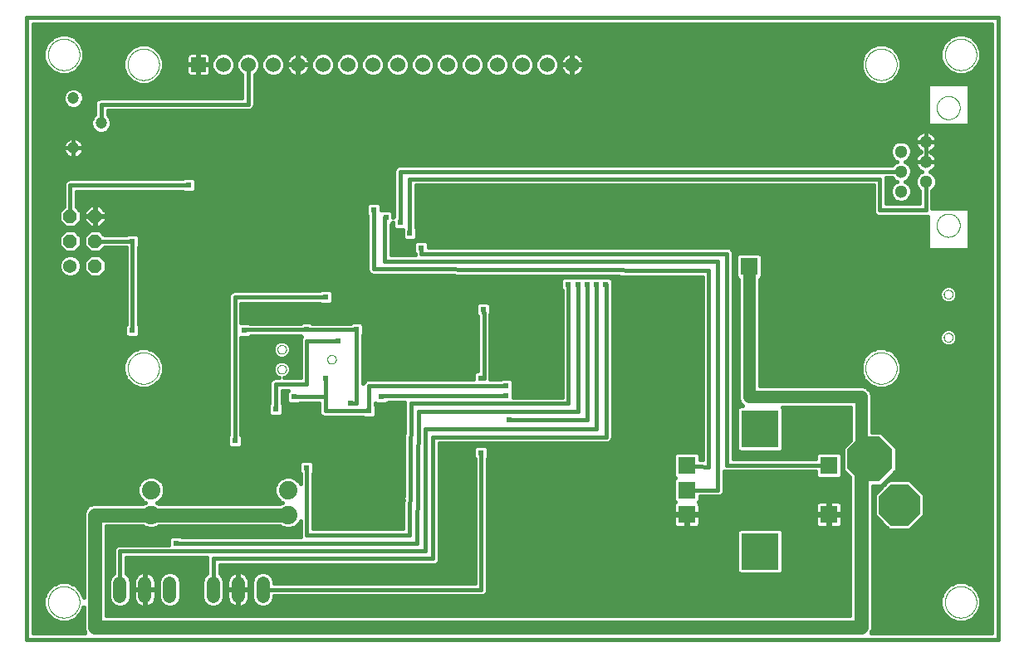
<source format=gtl>
G75*
%MOIN*%
%OFA0B0*%
%FSLAX25Y25*%
%IPPOS*%
%LPD*%
%AMOC8*
5,1,8,0,0,1.08239X$1,22.5*
%
%ADD10C,0.01600*%
%ADD11C,0.00000*%
%ADD12R,0.15024X0.15024*%
%ADD13R,0.07087X0.07087*%
%ADD14R,0.06000X0.06000*%
%ADD15C,0.06000*%
%ADD16C,0.05118*%
%ADD17C,0.05400*%
%ADD18OC8,0.05400*%
%ADD19C,0.04724*%
%ADD20OC8,0.18173*%
%ADD21OC8,0.16598*%
%ADD22C,0.07400*%
%ADD23C,0.05400*%
%ADD24R,0.02400X0.02400*%
%ADD25R,0.03562X0.03562*%
%ADD26R,0.03169X0.03169*%
%ADD27R,0.04134X0.04134*%
%ADD28R,0.04724X0.04724*%
%ADD29C,0.05600*%
%ADD30C,0.05000*%
D10*
X0004250Y0004596D02*
X0394250Y0004596D01*
X0394250Y0254596D01*
X0004250Y0254596D01*
X0004250Y0004596D01*
X0006850Y0007196D02*
X0006850Y0251996D01*
X0391650Y0251996D01*
X0391650Y0007196D01*
X0343218Y0007196D01*
X0343834Y0008684D01*
X0343834Y0066225D01*
X0347316Y0066225D01*
X0353684Y0072593D01*
X0353684Y0081599D01*
X0347316Y0087967D01*
X0343534Y0087967D01*
X0343534Y0102948D01*
X0342882Y0104523D01*
X0341677Y0105728D01*
X0340102Y0106380D01*
X0298534Y0106380D01*
X0298534Y0149270D01*
X0299578Y0150313D01*
X0299578Y0158878D01*
X0298532Y0159923D01*
X0289968Y0159923D01*
X0288922Y0158878D01*
X0288922Y0150313D01*
X0289966Y0149270D01*
X0289966Y0101244D01*
X0290618Y0099669D01*
X0291789Y0098498D01*
X0290527Y0098498D01*
X0289481Y0097453D01*
X0289481Y0080951D01*
X0290527Y0079906D01*
X0307028Y0079906D01*
X0308074Y0080951D01*
X0308074Y0097453D01*
X0307715Y0097812D01*
X0334966Y0097812D01*
X0334966Y0084622D01*
X0331942Y0081599D01*
X0331942Y0072593D01*
X0334666Y0069869D01*
X0334666Y0014180D01*
X0036334Y0014180D01*
X0036334Y0050012D01*
X0051078Y0050012D01*
X0051143Y0049946D01*
X0053159Y0049112D01*
X0055341Y0049112D01*
X0057357Y0049946D01*
X0057422Y0050012D01*
X0106078Y0050012D01*
X0106143Y0049946D01*
X0108159Y0049112D01*
X0110341Y0049112D01*
X0112357Y0049946D01*
X0113899Y0051489D01*
X0114166Y0052132D01*
X0114166Y0045907D01*
X0114198Y0045830D01*
X0066589Y0045830D01*
X0066189Y0046230D01*
X0062311Y0046230D01*
X0061266Y0045185D01*
X0061266Y0042655D01*
X0041236Y0042655D01*
X0040286Y0042262D01*
X0039559Y0041535D01*
X0039166Y0040585D01*
X0039166Y0031053D01*
X0037948Y0029836D01*
X0037266Y0028188D01*
X0037266Y0021004D01*
X0037948Y0019356D01*
X0039210Y0018094D01*
X0040858Y0017412D01*
X0042642Y0017412D01*
X0044290Y0018094D01*
X0045552Y0019356D01*
X0046234Y0021004D01*
X0046234Y0028188D01*
X0045552Y0029836D01*
X0044334Y0031053D01*
X0044334Y0037487D01*
X0076666Y0037487D01*
X0076666Y0031053D01*
X0075448Y0029836D01*
X0074766Y0028188D01*
X0074766Y0021004D01*
X0075448Y0019356D01*
X0076710Y0018094D01*
X0078358Y0017412D01*
X0080142Y0017412D01*
X0081790Y0018094D01*
X0083052Y0019356D01*
X0083734Y0021004D01*
X0083734Y0028188D01*
X0083052Y0029836D01*
X0081834Y0031053D01*
X0081834Y0034512D01*
X0167939Y0034512D01*
X0168889Y0034905D01*
X0169616Y0035632D01*
X0170009Y0036582D01*
X0170009Y0083412D01*
X0237439Y0083412D01*
X0238389Y0083805D01*
X0239116Y0084532D01*
X0239509Y0085482D01*
X0239509Y0145132D01*
X0239534Y0145157D01*
X0239534Y0149035D01*
X0238489Y0150080D01*
X0227639Y0150080D01*
X0227589Y0150130D01*
X0223711Y0150130D01*
X0223661Y0150080D01*
X0219811Y0150080D01*
X0218766Y0149035D01*
X0218766Y0145157D01*
X0219166Y0144757D01*
X0219166Y0101980D01*
X0199734Y0101980D01*
X0199734Y0108360D01*
X0198689Y0109405D01*
X0194811Y0109405D01*
X0194511Y0109105D01*
X0190434Y0109105D01*
X0190434Y0135072D01*
X0190519Y0135157D01*
X0190519Y0139035D01*
X0189474Y0140080D01*
X0185596Y0140080D01*
X0184551Y0139035D01*
X0184551Y0135157D01*
X0185266Y0134442D01*
X0185266Y0112580D01*
X0184811Y0112580D01*
X0183766Y0111535D01*
X0183766Y0109105D01*
X0141236Y0109105D01*
X0140286Y0108712D01*
X0139559Y0107985D01*
X0139334Y0107442D01*
X0139334Y0126707D01*
X0139734Y0127107D01*
X0139734Y0130985D01*
X0138689Y0132030D01*
X0134811Y0132030D01*
X0134411Y0131630D01*
X0119089Y0131630D01*
X0118689Y0132030D01*
X0114811Y0132030D01*
X0114411Y0131630D01*
X0093964Y0131630D01*
X0093689Y0131905D01*
X0090484Y0131905D01*
X0090484Y0139512D01*
X0121911Y0139512D01*
X0122311Y0139112D01*
X0126189Y0139112D01*
X0127234Y0140157D01*
X0127234Y0144035D01*
X0126189Y0145080D01*
X0122311Y0145080D01*
X0121911Y0144680D01*
X0087386Y0144680D01*
X0086436Y0144287D01*
X0085709Y0143560D01*
X0085316Y0142610D01*
X0085316Y0086935D01*
X0084916Y0086535D01*
X0084916Y0082657D01*
X0085961Y0081612D01*
X0089839Y0081612D01*
X0090884Y0082657D01*
X0090884Y0086535D01*
X0090484Y0086935D01*
X0090484Y0125937D01*
X0093689Y0125937D01*
X0094214Y0126462D01*
X0114411Y0126462D01*
X0114686Y0126186D01*
X0114559Y0126060D01*
X0114166Y0125110D01*
X0114166Y0109680D01*
X0107780Y0109680D01*
X0108761Y0110086D01*
X0109760Y0111085D01*
X0110300Y0112390D01*
X0110300Y0113802D01*
X0109760Y0115107D01*
X0108761Y0116105D01*
X0107456Y0116646D01*
X0106044Y0116646D01*
X0104739Y0116105D01*
X0103740Y0115107D01*
X0103200Y0113802D01*
X0103200Y0112390D01*
X0103740Y0111085D01*
X0104739Y0110086D01*
X0105720Y0109680D01*
X0103736Y0109680D01*
X0102786Y0109287D01*
X0102059Y0108560D01*
X0101666Y0107610D01*
X0101666Y0099435D01*
X0101266Y0099035D01*
X0101266Y0095157D01*
X0102311Y0094112D01*
X0106189Y0094112D01*
X0107234Y0095157D01*
X0107234Y0099035D01*
X0106834Y0099435D01*
X0106834Y0104512D01*
X0109242Y0104512D01*
X0108766Y0104035D01*
X0108766Y0100157D01*
X0109811Y0099112D01*
X0113689Y0099112D01*
X0114089Y0099512D01*
X0121666Y0099512D01*
X0121666Y0095907D01*
X0122059Y0094957D01*
X0122786Y0094230D01*
X0123736Y0093837D01*
X0139411Y0093837D01*
X0139811Y0093437D01*
X0143689Y0093437D01*
X0144734Y0094482D01*
X0144734Y0098360D01*
X0144334Y0098760D01*
X0144334Y0099588D01*
X0144811Y0099112D01*
X0148689Y0099112D01*
X0149564Y0099987D01*
X0156016Y0099987D01*
X0155998Y0099943D01*
X0155997Y0099926D01*
X0155991Y0099910D01*
X0155991Y0099413D01*
X0155348Y0049005D01*
X0119334Y0049005D01*
X0119334Y0071182D01*
X0119734Y0071582D01*
X0119734Y0075460D01*
X0118689Y0076505D01*
X0114811Y0076505D01*
X0113766Y0075460D01*
X0113766Y0071582D01*
X0114166Y0071182D01*
X0114166Y0067059D01*
X0113899Y0067702D01*
X0112357Y0069245D01*
X0110341Y0070080D01*
X0108159Y0070080D01*
X0106143Y0069245D01*
X0104601Y0067702D01*
X0103766Y0065687D01*
X0103766Y0063505D01*
X0104601Y0061489D01*
X0106143Y0059946D01*
X0106990Y0059596D01*
X0106143Y0059245D01*
X0106078Y0059180D01*
X0057422Y0059180D01*
X0057357Y0059245D01*
X0056510Y0059596D01*
X0057357Y0059946D01*
X0058899Y0061489D01*
X0059734Y0063505D01*
X0059734Y0065687D01*
X0058899Y0067702D01*
X0057357Y0069245D01*
X0055341Y0070080D01*
X0053159Y0070080D01*
X0051143Y0069245D01*
X0049601Y0067702D01*
X0048766Y0065687D01*
X0048766Y0063505D01*
X0049601Y0061489D01*
X0051143Y0059946D01*
X0051990Y0059596D01*
X0051143Y0059245D01*
X0051078Y0059180D01*
X0030838Y0059180D01*
X0029153Y0058482D01*
X0027864Y0057193D01*
X0027166Y0055508D01*
X0027166Y0021650D01*
X0026116Y0024184D01*
X0023838Y0026462D01*
X0020861Y0027695D01*
X0017639Y0027695D01*
X0014662Y0026462D01*
X0012384Y0024184D01*
X0011151Y0021207D01*
X0011151Y0017985D01*
X0012384Y0015008D01*
X0014662Y0012730D01*
X0017639Y0011497D01*
X0020861Y0011497D01*
X0023838Y0012730D01*
X0026116Y0015008D01*
X0027166Y0017542D01*
X0027166Y0008684D01*
X0027782Y0007196D01*
X0006850Y0007196D01*
X0006850Y0007793D02*
X0027535Y0007793D01*
X0027166Y0009391D02*
X0006850Y0009391D01*
X0006850Y0010990D02*
X0027166Y0010990D01*
X0027166Y0012588D02*
X0023497Y0012588D01*
X0025295Y0014187D02*
X0027166Y0014187D01*
X0027166Y0015785D02*
X0026438Y0015785D01*
X0027100Y0017384D02*
X0027166Y0017384D01*
X0027166Y0022179D02*
X0026946Y0022179D01*
X0027166Y0023778D02*
X0026284Y0023778D01*
X0027166Y0025376D02*
X0024923Y0025376D01*
X0027166Y0026975D02*
X0022599Y0026975D01*
X0027166Y0028573D02*
X0006850Y0028573D01*
X0006850Y0026975D02*
X0015901Y0026975D01*
X0013577Y0025376D02*
X0006850Y0025376D01*
X0006850Y0023778D02*
X0012216Y0023778D01*
X0011554Y0022179D02*
X0006850Y0022179D01*
X0006850Y0020581D02*
X0011151Y0020581D01*
X0011151Y0018982D02*
X0006850Y0018982D01*
X0006850Y0017384D02*
X0011400Y0017384D01*
X0012062Y0015785D02*
X0006850Y0015785D01*
X0006850Y0014187D02*
X0013205Y0014187D01*
X0015003Y0012588D02*
X0006850Y0012588D01*
X0006850Y0030172D02*
X0027166Y0030172D01*
X0027166Y0031770D02*
X0006850Y0031770D01*
X0006850Y0033369D02*
X0027166Y0033369D01*
X0027166Y0034968D02*
X0006850Y0034968D01*
X0006850Y0036566D02*
X0027166Y0036566D01*
X0027166Y0038165D02*
X0006850Y0038165D01*
X0006850Y0039763D02*
X0027166Y0039763D01*
X0027166Y0041362D02*
X0006850Y0041362D01*
X0006850Y0042960D02*
X0027166Y0042960D01*
X0027166Y0044559D02*
X0006850Y0044559D01*
X0006850Y0046157D02*
X0027166Y0046157D01*
X0027166Y0047756D02*
X0006850Y0047756D01*
X0006850Y0049354D02*
X0027166Y0049354D01*
X0027166Y0050953D02*
X0006850Y0050953D01*
X0006850Y0052551D02*
X0027166Y0052551D01*
X0027166Y0054150D02*
X0006850Y0054150D01*
X0006850Y0055748D02*
X0027265Y0055748D01*
X0028018Y0057347D02*
X0006850Y0057347D01*
X0006850Y0058945D02*
X0030271Y0058945D01*
X0036334Y0049354D02*
X0052573Y0049354D01*
X0055926Y0049354D02*
X0107573Y0049354D01*
X0110926Y0049354D02*
X0114166Y0049354D01*
X0114166Y0047756D02*
X0036334Y0047756D01*
X0036334Y0046157D02*
X0062238Y0046157D01*
X0061266Y0044559D02*
X0036334Y0044559D01*
X0036334Y0042960D02*
X0061266Y0042960D01*
X0064250Y0043246D02*
X0161075Y0043246D01*
X0161750Y0096196D01*
X0225650Y0096196D01*
X0225650Y0147146D01*
X0229250Y0147096D02*
X0229250Y0092771D01*
X0197900Y0092771D01*
X0199734Y0102105D02*
X0219166Y0102105D01*
X0219166Y0103703D02*
X0199734Y0103703D01*
X0199734Y0105302D02*
X0219166Y0105302D01*
X0219166Y0106901D02*
X0199734Y0106901D01*
X0199595Y0108499D02*
X0219166Y0108499D01*
X0219166Y0110098D02*
X0190434Y0110098D01*
X0190434Y0111696D02*
X0219166Y0111696D01*
X0219166Y0113295D02*
X0190434Y0113295D01*
X0190434Y0114893D02*
X0219166Y0114893D01*
X0219166Y0116492D02*
X0190434Y0116492D01*
X0190434Y0118090D02*
X0219166Y0118090D01*
X0219166Y0119689D02*
X0190434Y0119689D01*
X0190434Y0121287D02*
X0219166Y0121287D01*
X0219166Y0122886D02*
X0190434Y0122886D01*
X0190434Y0124484D02*
X0219166Y0124484D01*
X0219166Y0126083D02*
X0190434Y0126083D01*
X0190434Y0127681D02*
X0219166Y0127681D01*
X0219166Y0129280D02*
X0190434Y0129280D01*
X0190434Y0130878D02*
X0219166Y0130878D01*
X0219166Y0132477D02*
X0190434Y0132477D01*
X0190434Y0134075D02*
X0219166Y0134075D01*
X0219166Y0135674D02*
X0190519Y0135674D01*
X0190519Y0137272D02*
X0219166Y0137272D01*
X0219166Y0138871D02*
X0190519Y0138871D01*
X0187535Y0137096D02*
X0187535Y0135946D01*
X0187850Y0135946D01*
X0187850Y0109596D01*
X0186750Y0109596D01*
X0183766Y0110098D02*
X0139334Y0110098D01*
X0139334Y0111696D02*
X0183927Y0111696D01*
X0185266Y0113295D02*
X0139334Y0113295D01*
X0139334Y0114893D02*
X0185266Y0114893D01*
X0185266Y0116492D02*
X0139334Y0116492D01*
X0139334Y0118090D02*
X0185266Y0118090D01*
X0185266Y0119689D02*
X0139334Y0119689D01*
X0139334Y0121287D02*
X0185266Y0121287D01*
X0185266Y0122886D02*
X0139334Y0122886D01*
X0139334Y0124484D02*
X0185266Y0124484D01*
X0185266Y0126083D02*
X0139334Y0126083D01*
X0139734Y0127681D02*
X0185266Y0127681D01*
X0185266Y0129280D02*
X0139734Y0129280D01*
X0139734Y0130878D02*
X0185266Y0130878D01*
X0185266Y0132477D02*
X0090484Y0132477D01*
X0090484Y0134075D02*
X0185266Y0134075D01*
X0184551Y0135674D02*
X0090484Y0135674D01*
X0090484Y0137272D02*
X0184551Y0137272D01*
X0184551Y0138871D02*
X0090484Y0138871D01*
X0087900Y0142096D02*
X0124250Y0142096D01*
X0127234Y0142068D02*
X0219166Y0142068D01*
X0219166Y0143666D02*
X0127234Y0143666D01*
X0127234Y0140469D02*
X0219166Y0140469D01*
X0218766Y0145265D02*
X0049334Y0145265D01*
X0049334Y0146863D02*
X0218766Y0146863D01*
X0218766Y0148462D02*
X0049334Y0148462D01*
X0049334Y0150060D02*
X0219791Y0150060D01*
X0221750Y0147096D02*
X0221750Y0099396D01*
X0158575Y0099396D01*
X0157900Y0046421D01*
X0116750Y0046421D01*
X0116750Y0073521D01*
X0119734Y0073332D02*
X0155658Y0073332D01*
X0155679Y0074930D02*
X0119734Y0074930D01*
X0119734Y0071733D02*
X0155638Y0071733D01*
X0155618Y0070135D02*
X0119334Y0070135D01*
X0119334Y0068536D02*
X0155597Y0068536D01*
X0155577Y0066938D02*
X0119334Y0066938D01*
X0119334Y0065339D02*
X0155557Y0065339D01*
X0155536Y0063741D02*
X0119334Y0063741D01*
X0119334Y0062142D02*
X0155516Y0062142D01*
X0155495Y0060544D02*
X0119334Y0060544D01*
X0119334Y0058945D02*
X0155475Y0058945D01*
X0155455Y0057347D02*
X0119334Y0057347D01*
X0119334Y0055748D02*
X0155434Y0055748D01*
X0155414Y0054150D02*
X0119334Y0054150D01*
X0119334Y0052551D02*
X0155394Y0052551D01*
X0155373Y0050953D02*
X0119334Y0050953D01*
X0119334Y0049354D02*
X0155353Y0049354D01*
X0164250Y0040071D02*
X0041750Y0040071D01*
X0041750Y0024596D01*
X0046234Y0025376D02*
X0047250Y0025376D01*
X0047250Y0024696D02*
X0047250Y0027650D01*
X0047361Y0028350D01*
X0047580Y0029023D01*
X0047901Y0029654D01*
X0048318Y0030227D01*
X0048818Y0030728D01*
X0049391Y0031145D01*
X0050023Y0031466D01*
X0050696Y0031685D01*
X0051396Y0031796D01*
X0051650Y0031796D01*
X0051650Y0024696D01*
X0051850Y0024696D01*
X0051850Y0031796D01*
X0052104Y0031796D01*
X0052804Y0031685D01*
X0053477Y0031466D01*
X0054109Y0031145D01*
X0054682Y0030728D01*
X0055182Y0030227D01*
X0055599Y0029654D01*
X0055920Y0029023D01*
X0056139Y0028350D01*
X0056250Y0027650D01*
X0056250Y0024696D01*
X0051850Y0024696D01*
X0051850Y0024496D01*
X0056250Y0024496D01*
X0056250Y0021542D01*
X0056139Y0020842D01*
X0055920Y0020168D01*
X0055599Y0019537D01*
X0055182Y0018964D01*
X0054682Y0018463D01*
X0054109Y0018047D01*
X0053477Y0017725D01*
X0052804Y0017507D01*
X0052104Y0017396D01*
X0051850Y0017396D01*
X0051850Y0024496D01*
X0051650Y0024496D01*
X0047250Y0024496D01*
X0047250Y0021542D01*
X0047361Y0020842D01*
X0047580Y0020168D01*
X0047901Y0019537D01*
X0048318Y0018964D01*
X0048818Y0018463D01*
X0049391Y0018047D01*
X0050023Y0017725D01*
X0050696Y0017507D01*
X0051396Y0017396D01*
X0051650Y0017396D01*
X0051650Y0024496D01*
X0051650Y0024696D01*
X0047250Y0024696D01*
X0047250Y0023778D02*
X0046234Y0023778D01*
X0046234Y0022179D02*
X0047250Y0022179D01*
X0047446Y0020581D02*
X0046059Y0020581D01*
X0045178Y0018982D02*
X0048304Y0018982D01*
X0051650Y0018982D02*
X0051850Y0018982D01*
X0051850Y0020581D02*
X0051650Y0020581D01*
X0051650Y0022179D02*
X0051850Y0022179D01*
X0051850Y0023778D02*
X0051650Y0023778D01*
X0051650Y0025376D02*
X0051850Y0025376D01*
X0051850Y0026975D02*
X0051650Y0026975D01*
X0051650Y0028573D02*
X0051850Y0028573D01*
X0051850Y0030172D02*
X0051650Y0030172D01*
X0051650Y0031770D02*
X0051850Y0031770D01*
X0052264Y0031770D02*
X0060835Y0031770D01*
X0060858Y0031780D02*
X0059210Y0031097D01*
X0057948Y0029836D01*
X0057266Y0028188D01*
X0057266Y0021004D01*
X0057948Y0019356D01*
X0059210Y0018094D01*
X0060858Y0017412D01*
X0062642Y0017412D01*
X0064290Y0018094D01*
X0065552Y0019356D01*
X0066234Y0021004D01*
X0066234Y0028188D01*
X0065552Y0029836D01*
X0064290Y0031097D01*
X0062642Y0031780D01*
X0060858Y0031780D01*
X0062665Y0031770D02*
X0076666Y0031770D01*
X0076666Y0033369D02*
X0044334Y0033369D01*
X0044334Y0031770D02*
X0051236Y0031770D01*
X0048277Y0030172D02*
X0045215Y0030172D01*
X0046074Y0028573D02*
X0047434Y0028573D01*
X0047250Y0026975D02*
X0046234Y0026975D01*
X0039166Y0031770D02*
X0036334Y0031770D01*
X0036334Y0030172D02*
X0038284Y0030172D01*
X0037426Y0028573D02*
X0036334Y0028573D01*
X0036334Y0026975D02*
X0037266Y0026975D01*
X0037266Y0025376D02*
X0036334Y0025376D01*
X0036334Y0023778D02*
X0037266Y0023778D01*
X0037266Y0022179D02*
X0036334Y0022179D01*
X0036334Y0020581D02*
X0037441Y0020581D01*
X0038322Y0018982D02*
X0036334Y0018982D01*
X0036334Y0017384D02*
X0334666Y0017384D01*
X0334666Y0018982D02*
X0102678Y0018982D01*
X0103052Y0019356D02*
X0103734Y0021004D01*
X0103734Y0022012D01*
X0187264Y0022012D01*
X0188214Y0022405D01*
X0188941Y0023132D01*
X0189334Y0024082D01*
X0189334Y0077257D01*
X0189734Y0077657D01*
X0189734Y0081535D01*
X0188689Y0082580D01*
X0184811Y0082580D01*
X0183766Y0081535D01*
X0183766Y0077657D01*
X0184166Y0077257D01*
X0184166Y0027180D01*
X0103734Y0027180D01*
X0103734Y0028188D01*
X0103052Y0029836D01*
X0101790Y0031097D01*
X0100142Y0031780D01*
X0098358Y0031780D01*
X0096710Y0031097D01*
X0095448Y0029836D01*
X0094766Y0028188D01*
X0094766Y0021004D01*
X0095448Y0019356D01*
X0096710Y0018094D01*
X0098358Y0017412D01*
X0100142Y0017412D01*
X0101790Y0018094D01*
X0103052Y0019356D01*
X0103559Y0020581D02*
X0334666Y0020581D01*
X0334666Y0022179D02*
X0187669Y0022179D01*
X0189208Y0023778D02*
X0334666Y0023778D01*
X0334666Y0025376D02*
X0189334Y0025376D01*
X0189334Y0026975D02*
X0334666Y0026975D01*
X0334666Y0028573D02*
X0189334Y0028573D01*
X0189334Y0030172D02*
X0334666Y0030172D01*
X0334666Y0031770D02*
X0308074Y0031770D01*
X0308074Y0031739D02*
X0308074Y0048240D01*
X0307028Y0049286D01*
X0290527Y0049286D01*
X0289481Y0048240D01*
X0289481Y0031739D01*
X0290527Y0030693D01*
X0307028Y0030693D01*
X0308074Y0031739D01*
X0308074Y0033369D02*
X0334666Y0033369D01*
X0334666Y0034968D02*
X0308074Y0034968D01*
X0308074Y0036566D02*
X0334666Y0036566D01*
X0334666Y0038165D02*
X0308074Y0038165D01*
X0308074Y0039763D02*
X0334666Y0039763D01*
X0334666Y0041362D02*
X0308074Y0041362D01*
X0308074Y0042960D02*
X0334666Y0042960D01*
X0334666Y0044559D02*
X0308074Y0044559D01*
X0308074Y0046157D02*
X0334666Y0046157D01*
X0334666Y0047756D02*
X0308074Y0047756D01*
X0320993Y0050973D02*
X0321116Y0050515D01*
X0321353Y0050105D01*
X0321688Y0049770D01*
X0322099Y0049533D01*
X0322556Y0049410D01*
X0325955Y0049410D01*
X0325955Y0054372D01*
X0320993Y0054372D01*
X0320993Y0050973D01*
X0320999Y0050953D02*
X0274588Y0050953D01*
X0274593Y0050973D02*
X0274593Y0054372D01*
X0269631Y0054372D01*
X0269631Y0049410D01*
X0273030Y0049410D01*
X0273488Y0049533D01*
X0273899Y0049770D01*
X0274234Y0050105D01*
X0274471Y0050515D01*
X0274593Y0050973D01*
X0274593Y0052551D02*
X0320993Y0052551D01*
X0320993Y0054150D02*
X0274593Y0054150D01*
X0274593Y0055134D02*
X0274593Y0058534D01*
X0274471Y0058991D01*
X0274234Y0059402D01*
X0273950Y0059686D01*
X0274578Y0060313D01*
X0274578Y0062012D01*
X0282264Y0062012D01*
X0283214Y0062405D01*
X0283941Y0063132D01*
X0284334Y0064082D01*
X0284334Y0072240D01*
X0284886Y0072012D01*
X0321009Y0072012D01*
X0321009Y0070156D01*
X0322054Y0069111D01*
X0330619Y0069111D01*
X0331664Y0070156D01*
X0331664Y0078721D01*
X0330619Y0079766D01*
X0322054Y0079766D01*
X0321009Y0078721D01*
X0321009Y0077180D01*
X0287984Y0077180D01*
X0287984Y0160110D01*
X0287591Y0161060D01*
X0286864Y0161787D01*
X0285914Y0162180D01*
X0165734Y0162180D01*
X0165734Y0163785D01*
X0164689Y0164830D01*
X0160811Y0164830D01*
X0159766Y0163785D01*
X0159766Y0159907D01*
X0160166Y0159507D01*
X0160166Y0159130D01*
X0150634Y0159130D01*
X0150634Y0171307D01*
X0151366Y0172038D01*
X0151366Y0170157D01*
X0152411Y0169112D01*
X0155166Y0169112D01*
X0155166Y0165807D01*
X0156211Y0164762D01*
X0160089Y0164762D01*
X0161134Y0165807D01*
X0161134Y0169685D01*
X0160734Y0170085D01*
X0160734Y0187012D01*
X0344166Y0187012D01*
X0344166Y0176582D01*
X0344559Y0175632D01*
X0345286Y0174905D01*
X0346236Y0174512D01*
X0365709Y0174512D01*
X0365950Y0174611D01*
X0365950Y0161764D01*
X0366419Y0161296D01*
X0382081Y0161296D01*
X0382550Y0161764D01*
X0382550Y0177427D01*
X0382081Y0177896D01*
X0367779Y0177896D01*
X0367779Y0184975D01*
X0368877Y0186073D01*
X0369538Y0187669D01*
X0369538Y0189397D01*
X0368877Y0190993D01*
X0367655Y0192215D01*
X0366886Y0192534D01*
X0367480Y0192836D01*
X0368035Y0193239D01*
X0368520Y0193725D01*
X0368923Y0194280D01*
X0369235Y0194891D01*
X0369447Y0195544D01*
X0369554Y0196221D01*
X0369554Y0196564D01*
X0365195Y0196564D01*
X0365195Y0196564D01*
X0360836Y0196564D01*
X0360836Y0196221D01*
X0360943Y0195544D01*
X0361155Y0194891D01*
X0361467Y0194280D01*
X0361870Y0193725D01*
X0362355Y0193239D01*
X0362910Y0192836D01*
X0363504Y0192534D01*
X0362735Y0192215D01*
X0361513Y0190993D01*
X0360852Y0189397D01*
X0360852Y0187669D01*
X0361513Y0186073D01*
X0362611Y0184975D01*
X0362611Y0179680D01*
X0349334Y0179680D01*
X0349334Y0190043D01*
X0351637Y0190043D01*
X0352735Y0188945D01*
X0353540Y0188612D01*
X0352735Y0188278D01*
X0351513Y0187056D01*
X0350852Y0185460D01*
X0350852Y0183732D01*
X0351513Y0182136D01*
X0352735Y0180914D01*
X0354331Y0180252D01*
X0356059Y0180252D01*
X0357655Y0180914D01*
X0358877Y0182136D01*
X0359538Y0183732D01*
X0359538Y0185460D01*
X0358877Y0187056D01*
X0357655Y0188278D01*
X0356850Y0188612D01*
X0357655Y0188945D01*
X0358877Y0190167D01*
X0359538Y0191763D01*
X0359538Y0193491D01*
X0358877Y0195088D01*
X0357655Y0196309D01*
X0356850Y0196643D01*
X0357655Y0196977D01*
X0358877Y0198198D01*
X0359538Y0199795D01*
X0359538Y0201523D01*
X0358877Y0203119D01*
X0357655Y0204341D01*
X0356059Y0205002D01*
X0354331Y0205002D01*
X0352735Y0204341D01*
X0351513Y0203119D01*
X0350852Y0201523D01*
X0350852Y0199795D01*
X0351513Y0198198D01*
X0352735Y0196977D01*
X0353540Y0196643D01*
X0352735Y0196309D01*
X0351637Y0195212D01*
X0153836Y0195212D01*
X0152886Y0194818D01*
X0152159Y0194091D01*
X0151766Y0193141D01*
X0151766Y0174435D01*
X0151484Y0174153D01*
X0151484Y0176035D01*
X0150439Y0177080D01*
X0146684Y0177080D01*
X0146684Y0179035D01*
X0145639Y0180080D01*
X0141761Y0180080D01*
X0140716Y0179035D01*
X0140716Y0175157D01*
X0141116Y0174757D01*
X0141116Y0153453D01*
X0141113Y0152945D01*
X0141116Y0152938D01*
X0141116Y0152932D01*
X0141310Y0152463D01*
X0141502Y0151993D01*
X0141507Y0151988D01*
X0141509Y0151982D01*
X0141868Y0151623D01*
X0142225Y0151262D01*
X0142231Y0151260D01*
X0142236Y0151255D01*
X0142705Y0151061D01*
X0143173Y0150864D01*
X0143180Y0150864D01*
X0143186Y0150862D01*
X0143692Y0150862D01*
X0275516Y0150199D01*
X0275516Y0076710D01*
X0274578Y0076781D01*
X0274578Y0078721D01*
X0273532Y0079766D01*
X0264968Y0079766D01*
X0263922Y0078721D01*
X0263922Y0070156D01*
X0264561Y0069517D01*
X0263922Y0068878D01*
X0263922Y0060313D01*
X0264550Y0059686D01*
X0264266Y0059402D01*
X0264029Y0058991D01*
X0263907Y0058534D01*
X0263907Y0055134D01*
X0268869Y0055134D01*
X0268869Y0054372D01*
X0269631Y0054372D01*
X0269631Y0055134D01*
X0274593Y0055134D01*
X0274593Y0055748D02*
X0320993Y0055748D01*
X0320993Y0055134D02*
X0325955Y0055134D01*
X0325955Y0054372D01*
X0326718Y0054372D01*
X0326718Y0055134D01*
X0331680Y0055134D01*
X0331680Y0058534D01*
X0331557Y0058991D01*
X0331320Y0059402D01*
X0330985Y0059737D01*
X0330575Y0059974D01*
X0330117Y0060097D01*
X0326718Y0060097D01*
X0326718Y0055134D01*
X0325955Y0055134D01*
X0325955Y0060097D01*
X0322556Y0060097D01*
X0322099Y0059974D01*
X0321688Y0059737D01*
X0321353Y0059402D01*
X0321116Y0058991D01*
X0320993Y0058534D01*
X0320993Y0055134D01*
X0320993Y0057347D02*
X0274593Y0057347D01*
X0274483Y0058945D02*
X0321104Y0058945D01*
X0325955Y0058945D02*
X0326718Y0058945D01*
X0326718Y0057347D02*
X0325955Y0057347D01*
X0325955Y0055748D02*
X0326718Y0055748D01*
X0326718Y0054372D02*
X0331680Y0054372D01*
X0331680Y0050973D01*
X0331557Y0050515D01*
X0331320Y0050105D01*
X0330985Y0049770D01*
X0330575Y0049533D01*
X0330117Y0049410D01*
X0326718Y0049410D01*
X0326718Y0054372D01*
X0326718Y0054150D02*
X0325955Y0054150D01*
X0325955Y0052551D02*
X0326718Y0052551D01*
X0326718Y0050953D02*
X0325955Y0050953D01*
X0331674Y0050953D02*
X0334666Y0050953D01*
X0334666Y0052551D02*
X0331680Y0052551D01*
X0331680Y0054150D02*
X0334666Y0054150D01*
X0334666Y0055748D02*
X0331680Y0055748D01*
X0331680Y0057347D02*
X0334666Y0057347D01*
X0334666Y0058945D02*
X0331570Y0058945D01*
X0334666Y0060544D02*
X0274578Y0060544D01*
X0269250Y0064596D02*
X0281750Y0064596D01*
X0281750Y0156546D01*
X0148050Y0156546D01*
X0148050Y0174096D01*
X0148500Y0174096D01*
X0151484Y0175637D02*
X0151766Y0175637D01*
X0151766Y0177235D02*
X0146684Y0177235D01*
X0146684Y0178834D02*
X0151766Y0178834D01*
X0151766Y0180432D02*
X0024334Y0180432D01*
X0024334Y0178834D02*
X0029624Y0178834D01*
X0029886Y0179096D02*
X0027250Y0176460D01*
X0027250Y0174696D01*
X0031650Y0174696D01*
X0031650Y0179096D01*
X0029886Y0179096D01*
X0031650Y0178834D02*
X0031850Y0178834D01*
X0031850Y0179096D02*
X0031850Y0174696D01*
X0031650Y0174696D01*
X0031650Y0174496D01*
X0027250Y0174496D01*
X0027250Y0172732D01*
X0029886Y0170096D01*
X0031650Y0170096D01*
X0031650Y0174496D01*
X0031850Y0174496D01*
X0031850Y0174696D01*
X0036250Y0174696D01*
X0036250Y0176460D01*
X0033614Y0179096D01*
X0031850Y0179096D01*
X0031850Y0177235D02*
X0031650Y0177235D01*
X0031650Y0175637D02*
X0031850Y0175637D01*
X0031850Y0174496D02*
X0036250Y0174496D01*
X0036250Y0172732D01*
X0033614Y0170096D01*
X0031850Y0170096D01*
X0031850Y0174496D01*
X0031850Y0174038D02*
X0031650Y0174038D01*
X0031650Y0172439D02*
X0031850Y0172439D01*
X0031850Y0170841D02*
X0031650Y0170841D01*
X0029893Y0169080D02*
X0027266Y0166453D01*
X0027266Y0162738D01*
X0029893Y0160112D01*
X0033607Y0160112D01*
X0035507Y0162012D01*
X0044166Y0162012D01*
X0044166Y0131260D01*
X0043766Y0130860D01*
X0043766Y0126982D01*
X0044811Y0125937D01*
X0048689Y0125937D01*
X0049734Y0126982D01*
X0049734Y0130860D01*
X0049334Y0131260D01*
X0049334Y0162257D01*
X0049734Y0162657D01*
X0049734Y0166535D01*
X0048689Y0167580D01*
X0044811Y0167580D01*
X0044411Y0167180D01*
X0035507Y0167180D01*
X0033607Y0169080D01*
X0029893Y0169080D01*
X0029141Y0170841D02*
X0024337Y0170841D01*
X0023607Y0170112D02*
X0026234Y0172738D01*
X0026234Y0176453D01*
X0024334Y0178353D01*
X0024334Y0184512D01*
X0066911Y0184512D01*
X0067311Y0184112D01*
X0071189Y0184112D01*
X0072234Y0185157D01*
X0072234Y0189035D01*
X0071189Y0190080D01*
X0067311Y0190080D01*
X0066911Y0189680D01*
X0022264Y0189680D01*
X0021236Y0189680D01*
X0020286Y0189287D01*
X0019559Y0188560D01*
X0019166Y0187610D01*
X0019166Y0178353D01*
X0017266Y0176453D01*
X0017266Y0172738D01*
X0019893Y0170112D01*
X0023607Y0170112D01*
X0023607Y0169080D02*
X0019893Y0169080D01*
X0017266Y0166453D01*
X0017266Y0162738D01*
X0019893Y0160112D01*
X0023607Y0160112D01*
X0026234Y0162738D01*
X0026234Y0166453D01*
X0023607Y0169080D01*
X0025044Y0167644D02*
X0028456Y0167644D01*
X0027266Y0166045D02*
X0026234Y0166045D01*
X0026234Y0164447D02*
X0027266Y0164447D01*
X0027266Y0162848D02*
X0026234Y0162848D01*
X0024746Y0161250D02*
X0028754Y0161250D01*
X0029893Y0159080D02*
X0027266Y0156453D01*
X0027266Y0152738D01*
X0029893Y0150112D01*
X0033607Y0150112D01*
X0036234Y0152738D01*
X0036234Y0156453D01*
X0033607Y0159080D01*
X0029893Y0159080D01*
X0028865Y0158053D02*
X0024635Y0158053D01*
X0024290Y0158397D02*
X0022642Y0159080D01*
X0020858Y0159080D01*
X0019210Y0158397D01*
X0017948Y0157136D01*
X0017266Y0155488D01*
X0017266Y0153704D01*
X0017948Y0152056D01*
X0019210Y0150794D01*
X0020858Y0150112D01*
X0022642Y0150112D01*
X0024290Y0150794D01*
X0025552Y0152056D01*
X0026234Y0153704D01*
X0026234Y0155488D01*
X0025552Y0157136D01*
X0024290Y0158397D01*
X0025834Y0156454D02*
X0027267Y0156454D01*
X0027266Y0154856D02*
X0026234Y0154856D01*
X0026049Y0153257D02*
X0027266Y0153257D01*
X0028345Y0151659D02*
X0025155Y0151659D01*
X0018345Y0151659D02*
X0006850Y0151659D01*
X0006850Y0153257D02*
X0017451Y0153257D01*
X0017266Y0154856D02*
X0006850Y0154856D01*
X0006850Y0156454D02*
X0017666Y0156454D01*
X0018865Y0158053D02*
X0006850Y0158053D01*
X0006850Y0159651D02*
X0044166Y0159651D01*
X0044166Y0158053D02*
X0034635Y0158053D01*
X0036233Y0156454D02*
X0044166Y0156454D01*
X0044166Y0154856D02*
X0036234Y0154856D01*
X0036234Y0153257D02*
X0044166Y0153257D01*
X0044166Y0151659D02*
X0035155Y0151659D01*
X0044166Y0150060D02*
X0006850Y0150060D01*
X0006850Y0148462D02*
X0044166Y0148462D01*
X0044166Y0146863D02*
X0006850Y0146863D01*
X0006850Y0145265D02*
X0044166Y0145265D01*
X0044166Y0143666D02*
X0006850Y0143666D01*
X0006850Y0142068D02*
X0044166Y0142068D01*
X0044166Y0140469D02*
X0006850Y0140469D01*
X0006850Y0138871D02*
X0044166Y0138871D01*
X0044166Y0137272D02*
X0006850Y0137272D01*
X0006850Y0135674D02*
X0044166Y0135674D01*
X0044166Y0134075D02*
X0006850Y0134075D01*
X0006850Y0132477D02*
X0044166Y0132477D01*
X0043784Y0130878D02*
X0006850Y0130878D01*
X0006850Y0129280D02*
X0043766Y0129280D01*
X0043766Y0127681D02*
X0006850Y0127681D01*
X0006850Y0126083D02*
X0044665Y0126083D01*
X0046750Y0128921D02*
X0046750Y0164596D01*
X0031750Y0164596D01*
X0035044Y0167644D02*
X0141116Y0167644D01*
X0141116Y0169242D02*
X0006850Y0169242D01*
X0006850Y0167644D02*
X0018456Y0167644D01*
X0017266Y0166045D02*
X0006850Y0166045D01*
X0006850Y0164447D02*
X0017266Y0164447D01*
X0017266Y0162848D02*
X0006850Y0162848D01*
X0006850Y0161250D02*
X0018754Y0161250D01*
X0019163Y0170841D02*
X0006850Y0170841D01*
X0006850Y0172439D02*
X0017565Y0172439D01*
X0017266Y0174038D02*
X0006850Y0174038D01*
X0006850Y0175637D02*
X0017266Y0175637D01*
X0018048Y0177235D02*
X0006850Y0177235D01*
X0006850Y0178834D02*
X0019166Y0178834D01*
X0019166Y0180432D02*
X0006850Y0180432D01*
X0006850Y0182031D02*
X0019166Y0182031D01*
X0019166Y0183629D02*
X0006850Y0183629D01*
X0006850Y0185228D02*
X0019166Y0185228D01*
X0019166Y0186826D02*
X0006850Y0186826D01*
X0006850Y0188425D02*
X0019503Y0188425D01*
X0021750Y0187096D02*
X0021750Y0174596D01*
X0026234Y0174038D02*
X0027250Y0174038D01*
X0027250Y0175637D02*
X0026234Y0175637D01*
X0025452Y0177235D02*
X0028025Y0177235D01*
X0024334Y0182031D02*
X0151766Y0182031D01*
X0151766Y0183629D02*
X0024334Y0183629D01*
X0021750Y0187096D02*
X0069250Y0187096D01*
X0072234Y0186826D02*
X0151766Y0186826D01*
X0151766Y0185228D02*
X0072234Y0185228D01*
X0072234Y0188425D02*
X0151766Y0188425D01*
X0151766Y0190023D02*
X0071246Y0190023D01*
X0067254Y0190023D02*
X0006850Y0190023D01*
X0006850Y0191622D02*
X0151766Y0191622D01*
X0151798Y0193220D02*
X0006850Y0193220D01*
X0006850Y0194819D02*
X0152887Y0194819D01*
X0154350Y0192627D02*
X0154350Y0172096D01*
X0151366Y0170841D02*
X0150634Y0170841D01*
X0150634Y0169242D02*
X0152280Y0169242D01*
X0150634Y0167644D02*
X0155166Y0167644D01*
X0155166Y0166045D02*
X0150634Y0166045D01*
X0150634Y0164447D02*
X0160428Y0164447D01*
X0159766Y0162848D02*
X0150634Y0162848D01*
X0150634Y0161250D02*
X0159766Y0161250D01*
X0160021Y0159651D02*
X0150634Y0159651D01*
X0143700Y0153446D02*
X0278100Y0152771D01*
X0278100Y0073921D01*
X0269250Y0074596D01*
X0269250Y0074438D01*
X0263922Y0074930D02*
X0189334Y0074930D01*
X0189334Y0073332D02*
X0263922Y0073332D01*
X0263922Y0071733D02*
X0189334Y0071733D01*
X0189334Y0070135D02*
X0263944Y0070135D01*
X0263922Y0068536D02*
X0189334Y0068536D01*
X0189334Y0066938D02*
X0263922Y0066938D01*
X0263922Y0065339D02*
X0189334Y0065339D01*
X0189334Y0063741D02*
X0263922Y0063741D01*
X0263922Y0062142D02*
X0189334Y0062142D01*
X0189334Y0060544D02*
X0263922Y0060544D01*
X0264017Y0058945D02*
X0189334Y0058945D01*
X0189334Y0057347D02*
X0263907Y0057347D01*
X0263907Y0055748D02*
X0189334Y0055748D01*
X0189334Y0054150D02*
X0263907Y0054150D01*
X0263907Y0054372D02*
X0263907Y0050973D01*
X0264029Y0050515D01*
X0264266Y0050105D01*
X0264601Y0049770D01*
X0265012Y0049533D01*
X0265470Y0049410D01*
X0268869Y0049410D01*
X0268869Y0054372D01*
X0263907Y0054372D01*
X0263907Y0052551D02*
X0189334Y0052551D01*
X0189334Y0050953D02*
X0263912Y0050953D01*
X0268869Y0050953D02*
X0269631Y0050953D01*
X0269631Y0052551D02*
X0268869Y0052551D01*
X0268869Y0054150D02*
X0269631Y0054150D01*
X0282579Y0062142D02*
X0334666Y0062142D01*
X0334666Y0063741D02*
X0284193Y0063741D01*
X0284334Y0065339D02*
X0334666Y0065339D01*
X0334666Y0066938D02*
X0284334Y0066938D01*
X0284334Y0068536D02*
X0334666Y0068536D01*
X0334400Y0070135D02*
X0331643Y0070135D01*
X0331664Y0071733D02*
X0332802Y0071733D01*
X0331942Y0073332D02*
X0331664Y0073332D01*
X0331664Y0074930D02*
X0331942Y0074930D01*
X0331942Y0076529D02*
X0331664Y0076529D01*
X0331664Y0078127D02*
X0331942Y0078127D01*
X0331942Y0079726D02*
X0330659Y0079726D01*
X0331942Y0081324D02*
X0308074Y0081324D01*
X0308074Y0082923D02*
X0333266Y0082923D01*
X0334865Y0084521D02*
X0308074Y0084521D01*
X0308074Y0086120D02*
X0334966Y0086120D01*
X0334966Y0087718D02*
X0308074Y0087718D01*
X0308074Y0089317D02*
X0334966Y0089317D01*
X0334966Y0090915D02*
X0308074Y0090915D01*
X0308074Y0092514D02*
X0334966Y0092514D01*
X0334966Y0094112D02*
X0308074Y0094112D01*
X0308074Y0095711D02*
X0334966Y0095711D01*
X0334966Y0097309D02*
X0308074Y0097309D01*
X0298534Y0106901D02*
X0342499Y0106901D01*
X0342694Y0106706D02*
X0345670Y0105473D01*
X0348893Y0105473D01*
X0351869Y0106706D01*
X0354148Y0108984D01*
X0355381Y0111961D01*
X0355381Y0115183D01*
X0354148Y0118160D01*
X0351869Y0120438D01*
X0348893Y0121671D01*
X0345670Y0121671D01*
X0342694Y0120438D01*
X0340415Y0118160D01*
X0339182Y0115183D01*
X0339182Y0111961D01*
X0340415Y0108984D01*
X0342694Y0106706D01*
X0342103Y0105302D02*
X0391650Y0105302D01*
X0391650Y0103703D02*
X0343221Y0103703D01*
X0343534Y0102105D02*
X0391650Y0102105D01*
X0391650Y0100506D02*
X0343534Y0100506D01*
X0343534Y0098908D02*
X0391650Y0098908D01*
X0391650Y0097309D02*
X0343534Y0097309D01*
X0343534Y0095711D02*
X0391650Y0095711D01*
X0391650Y0094112D02*
X0343534Y0094112D01*
X0343534Y0092514D02*
X0391650Y0092514D01*
X0391650Y0090915D02*
X0343534Y0090915D01*
X0343534Y0089317D02*
X0391650Y0089317D01*
X0391650Y0087718D02*
X0347564Y0087718D01*
X0349163Y0086120D02*
X0391650Y0086120D01*
X0391650Y0084521D02*
X0350761Y0084521D01*
X0352360Y0082923D02*
X0391650Y0082923D01*
X0391650Y0081324D02*
X0353684Y0081324D01*
X0353684Y0079726D02*
X0391650Y0079726D01*
X0391650Y0078127D02*
X0353684Y0078127D01*
X0353684Y0076529D02*
X0391650Y0076529D01*
X0391650Y0074930D02*
X0353684Y0074930D01*
X0353684Y0073332D02*
X0391650Y0073332D01*
X0391650Y0071733D02*
X0352824Y0071733D01*
X0351226Y0070135D02*
X0391650Y0070135D01*
X0391650Y0068536D02*
X0358940Y0068536D01*
X0358801Y0068675D02*
X0350447Y0068675D01*
X0344541Y0062769D01*
X0344541Y0054415D01*
X0350447Y0048508D01*
X0358801Y0048508D01*
X0364707Y0054415D01*
X0364707Y0062769D01*
X0358801Y0068675D01*
X0360538Y0066938D02*
X0391650Y0066938D01*
X0391650Y0065339D02*
X0362137Y0065339D01*
X0363735Y0063741D02*
X0391650Y0063741D01*
X0391650Y0062142D02*
X0364707Y0062142D01*
X0364707Y0060544D02*
X0391650Y0060544D01*
X0391650Y0058945D02*
X0364707Y0058945D01*
X0364707Y0057347D02*
X0391650Y0057347D01*
X0391650Y0055748D02*
X0364707Y0055748D01*
X0364442Y0054150D02*
X0391650Y0054150D01*
X0391650Y0052551D02*
X0362843Y0052551D01*
X0361245Y0050953D02*
X0391650Y0050953D01*
X0391650Y0049354D02*
X0359646Y0049354D01*
X0349602Y0049354D02*
X0343834Y0049354D01*
X0343834Y0047756D02*
X0391650Y0047756D01*
X0391650Y0046157D02*
X0343834Y0046157D01*
X0343834Y0044559D02*
X0391650Y0044559D01*
X0391650Y0042960D02*
X0343834Y0042960D01*
X0343834Y0041362D02*
X0391650Y0041362D01*
X0391650Y0039763D02*
X0343834Y0039763D01*
X0343834Y0038165D02*
X0391650Y0038165D01*
X0391650Y0036566D02*
X0343834Y0036566D01*
X0343834Y0034968D02*
X0391650Y0034968D01*
X0391650Y0033369D02*
X0343834Y0033369D01*
X0343834Y0031770D02*
X0391650Y0031770D01*
X0391650Y0030172D02*
X0343834Y0030172D01*
X0343834Y0028573D02*
X0391650Y0028573D01*
X0391650Y0026975D02*
X0382599Y0026975D01*
X0383838Y0026462D02*
X0380861Y0027695D01*
X0377639Y0027695D01*
X0374662Y0026462D01*
X0372384Y0024184D01*
X0371151Y0021207D01*
X0371151Y0017985D01*
X0372384Y0015008D01*
X0374662Y0012730D01*
X0377639Y0011497D01*
X0380861Y0011497D01*
X0383838Y0012730D01*
X0386116Y0015008D01*
X0387349Y0017985D01*
X0387349Y0021207D01*
X0386116Y0024184D01*
X0383838Y0026462D01*
X0384923Y0025376D02*
X0391650Y0025376D01*
X0391650Y0023778D02*
X0386284Y0023778D01*
X0386946Y0022179D02*
X0391650Y0022179D01*
X0391650Y0020581D02*
X0387349Y0020581D01*
X0387349Y0018982D02*
X0391650Y0018982D01*
X0391650Y0017384D02*
X0387100Y0017384D01*
X0386438Y0015785D02*
X0391650Y0015785D01*
X0391650Y0014187D02*
X0385295Y0014187D01*
X0383497Y0012588D02*
X0391650Y0012588D01*
X0391650Y0010990D02*
X0343834Y0010990D01*
X0343834Y0012588D02*
X0375003Y0012588D01*
X0373205Y0014187D02*
X0343834Y0014187D01*
X0343834Y0015785D02*
X0372062Y0015785D01*
X0371400Y0017384D02*
X0343834Y0017384D01*
X0343834Y0018982D02*
X0371151Y0018982D01*
X0371151Y0020581D02*
X0343834Y0020581D01*
X0343834Y0022179D02*
X0371554Y0022179D01*
X0372216Y0023778D02*
X0343834Y0023778D01*
X0343834Y0025376D02*
X0373577Y0025376D01*
X0375901Y0026975D02*
X0343834Y0026975D01*
X0334666Y0015785D02*
X0036334Y0015785D01*
X0036334Y0014187D02*
X0334666Y0014187D01*
X0343834Y0009391D02*
X0391650Y0009391D01*
X0391650Y0007793D02*
X0343465Y0007793D01*
X0289481Y0031770D02*
X0189334Y0031770D01*
X0189334Y0033369D02*
X0289481Y0033369D01*
X0289481Y0034968D02*
X0189334Y0034968D01*
X0189334Y0036566D02*
X0289481Y0036566D01*
X0289481Y0038165D02*
X0189334Y0038165D01*
X0189334Y0039763D02*
X0289481Y0039763D01*
X0289481Y0041362D02*
X0189334Y0041362D01*
X0189334Y0042960D02*
X0289481Y0042960D01*
X0289481Y0044559D02*
X0189334Y0044559D01*
X0189334Y0046157D02*
X0289481Y0046157D01*
X0289481Y0047756D02*
X0189334Y0047756D01*
X0189334Y0049354D02*
X0334666Y0049354D01*
X0343834Y0050953D02*
X0348003Y0050953D01*
X0346405Y0052551D02*
X0343834Y0052551D01*
X0343834Y0054150D02*
X0344806Y0054150D01*
X0344541Y0055748D02*
X0343834Y0055748D01*
X0343834Y0057347D02*
X0344541Y0057347D01*
X0344541Y0058945D02*
X0343834Y0058945D01*
X0343834Y0060544D02*
X0344541Y0060544D01*
X0344541Y0062142D02*
X0343834Y0062142D01*
X0343834Y0063741D02*
X0345513Y0063741D01*
X0347111Y0065339D02*
X0343834Y0065339D01*
X0348029Y0066938D02*
X0348710Y0066938D01*
X0349627Y0068536D02*
X0350308Y0068536D01*
X0326337Y0074438D02*
X0326337Y0074596D01*
X0285400Y0074596D01*
X0285400Y0159596D01*
X0162750Y0159596D01*
X0162750Y0161846D01*
X0165734Y0162848D02*
X0365950Y0162848D01*
X0365950Y0164447D02*
X0165072Y0164447D01*
X0161134Y0166045D02*
X0365950Y0166045D01*
X0365950Y0167644D02*
X0161134Y0167644D01*
X0161134Y0169242D02*
X0365950Y0169242D01*
X0365950Y0170841D02*
X0160734Y0170841D01*
X0160734Y0172439D02*
X0365950Y0172439D01*
X0365950Y0174038D02*
X0160734Y0174038D01*
X0160734Y0175637D02*
X0344557Y0175637D01*
X0344166Y0177235D02*
X0160734Y0177235D01*
X0160734Y0178834D02*
X0344166Y0178834D01*
X0344166Y0180432D02*
X0160734Y0180432D01*
X0160734Y0182031D02*
X0344166Y0182031D01*
X0344166Y0183629D02*
X0160734Y0183629D01*
X0160734Y0185228D02*
X0344166Y0185228D01*
X0344166Y0186826D02*
X0160734Y0186826D01*
X0158150Y0189596D02*
X0346750Y0189596D01*
X0346750Y0177096D01*
X0365195Y0177096D01*
X0365195Y0188533D01*
X0368248Y0191622D02*
X0391650Y0191622D01*
X0391650Y0193220D02*
X0368008Y0193220D01*
X0369198Y0194819D02*
X0391650Y0194819D01*
X0391650Y0196417D02*
X0369554Y0196417D01*
X0369554Y0196564D02*
X0369554Y0196907D01*
X0369447Y0197585D01*
X0369235Y0198238D01*
X0368923Y0198849D01*
X0368520Y0199404D01*
X0368035Y0199889D01*
X0367480Y0200292D01*
X0366915Y0200580D01*
X0367480Y0200868D01*
X0368035Y0201271D01*
X0368520Y0201756D01*
X0368923Y0202311D01*
X0369235Y0202922D01*
X0369447Y0203575D01*
X0369554Y0204253D01*
X0369554Y0204596D01*
X0369554Y0204939D01*
X0369447Y0205617D01*
X0369235Y0206269D01*
X0368923Y0206880D01*
X0368520Y0207436D01*
X0368035Y0207921D01*
X0367480Y0208324D01*
X0366868Y0208635D01*
X0366216Y0208848D01*
X0365538Y0208955D01*
X0365195Y0208955D01*
X0365195Y0204596D01*
X0365195Y0204596D01*
X0369554Y0204596D01*
X0365195Y0204596D01*
X0365195Y0204596D01*
X0365195Y0208955D01*
X0364852Y0208955D01*
X0364174Y0208848D01*
X0363522Y0208635D01*
X0362910Y0208324D01*
X0362355Y0207921D01*
X0361870Y0207436D01*
X0361467Y0206880D01*
X0361155Y0206269D01*
X0360943Y0205617D01*
X0360836Y0204939D01*
X0360836Y0204596D01*
X0365195Y0204596D01*
X0365195Y0204596D01*
X0365195Y0196564D01*
X0365195Y0196564D01*
X0369554Y0196564D01*
X0369307Y0198016D02*
X0391650Y0198016D01*
X0391650Y0199614D02*
X0368310Y0199614D01*
X0367954Y0201213D02*
X0391650Y0201213D01*
X0391650Y0202811D02*
X0369178Y0202811D01*
X0369554Y0204410D02*
X0391650Y0204410D01*
X0391650Y0206008D02*
X0369319Y0206008D01*
X0368349Y0207607D02*
X0391650Y0207607D01*
X0391650Y0209205D02*
X0037223Y0209205D01*
X0037765Y0209747D02*
X0038396Y0211271D01*
X0038396Y0212921D01*
X0037765Y0214445D01*
X0036834Y0215376D01*
X0036834Y0217012D01*
X0093780Y0217012D01*
X0094730Y0217405D01*
X0095457Y0218132D01*
X0095850Y0219082D01*
X0095850Y0231511D01*
X0095976Y0231564D01*
X0097322Y0232909D01*
X0098050Y0234668D01*
X0098050Y0236571D01*
X0097322Y0238329D01*
X0095976Y0239675D01*
X0094217Y0240404D01*
X0092314Y0240404D01*
X0090556Y0239675D01*
X0089210Y0238329D01*
X0088481Y0236571D01*
X0088481Y0234668D01*
X0089210Y0232909D01*
X0090556Y0231564D01*
X0090681Y0231511D01*
X0090681Y0222180D01*
X0033736Y0222180D01*
X0032786Y0221787D01*
X0032059Y0221060D01*
X0031666Y0220110D01*
X0031666Y0215376D01*
X0030735Y0214445D01*
X0030104Y0212921D01*
X0030104Y0211271D01*
X0030735Y0209747D01*
X0031901Y0208581D01*
X0033425Y0207949D01*
X0035075Y0207949D01*
X0036599Y0208581D01*
X0037765Y0209747D01*
X0038203Y0210804D02*
X0391650Y0210804D01*
X0391650Y0212402D02*
X0382550Y0212402D01*
X0382550Y0211764D02*
X0382550Y0227427D01*
X0382081Y0227896D01*
X0366419Y0227896D01*
X0365950Y0227427D01*
X0365950Y0211764D01*
X0366419Y0211296D01*
X0382081Y0211296D01*
X0382550Y0211764D01*
X0382550Y0214001D02*
X0391650Y0214001D01*
X0391650Y0215599D02*
X0382550Y0215599D01*
X0382550Y0217198D02*
X0391650Y0217198D01*
X0391650Y0218796D02*
X0382550Y0218796D01*
X0382550Y0220395D02*
X0391650Y0220395D01*
X0391650Y0221993D02*
X0382550Y0221993D01*
X0382550Y0223592D02*
X0391650Y0223592D01*
X0391650Y0225190D02*
X0382550Y0225190D01*
X0382550Y0226789D02*
X0391650Y0226789D01*
X0391650Y0228387D02*
X0350986Y0228387D01*
X0351869Y0228753D02*
X0354148Y0231032D01*
X0355381Y0234008D01*
X0355381Y0237230D01*
X0354148Y0240207D01*
X0351869Y0242486D01*
X0348893Y0243719D01*
X0345670Y0243719D01*
X0342694Y0242486D01*
X0340415Y0240207D01*
X0339182Y0237230D01*
X0339182Y0234008D01*
X0340415Y0231032D01*
X0342694Y0228753D01*
X0345670Y0227520D01*
X0348893Y0227520D01*
X0351869Y0228753D01*
X0353102Y0229986D02*
X0391650Y0229986D01*
X0391650Y0231584D02*
X0381073Y0231584D01*
X0380861Y0231497D02*
X0383838Y0232730D01*
X0386116Y0235008D01*
X0387349Y0237985D01*
X0387349Y0241207D01*
X0386116Y0244184D01*
X0383838Y0246462D01*
X0380861Y0247695D01*
X0377639Y0247695D01*
X0374662Y0246462D01*
X0372384Y0244184D01*
X0371151Y0241207D01*
X0371151Y0237985D01*
X0372384Y0235008D01*
X0374662Y0232730D01*
X0377639Y0231497D01*
X0380861Y0231497D01*
X0377427Y0231584D02*
X0354377Y0231584D01*
X0355039Y0233183D02*
X0374209Y0233183D01*
X0372610Y0234781D02*
X0355381Y0234781D01*
X0355381Y0236380D02*
X0371816Y0236380D01*
X0371153Y0237978D02*
X0355071Y0237978D01*
X0354409Y0239577D02*
X0371151Y0239577D01*
X0371151Y0241175D02*
X0353179Y0241175D01*
X0351173Y0242774D02*
X0371800Y0242774D01*
X0372573Y0244372D02*
X0025927Y0244372D01*
X0026116Y0244184D02*
X0023838Y0246462D01*
X0020861Y0247695D01*
X0017639Y0247695D01*
X0014662Y0246462D01*
X0012384Y0244184D01*
X0011151Y0241207D01*
X0011151Y0237985D01*
X0012384Y0235008D01*
X0014662Y0232730D01*
X0017639Y0231497D01*
X0020861Y0231497D01*
X0023838Y0232730D01*
X0026116Y0235008D01*
X0027349Y0237985D01*
X0027349Y0241207D01*
X0026116Y0244184D01*
X0026700Y0242774D02*
X0047327Y0242774D01*
X0046631Y0242486D02*
X0044352Y0240207D01*
X0043119Y0237230D01*
X0043119Y0234008D01*
X0044352Y0231032D01*
X0046631Y0228753D01*
X0049607Y0227520D01*
X0052830Y0227520D01*
X0055806Y0228753D01*
X0058085Y0231032D01*
X0059318Y0234008D01*
X0059318Y0237230D01*
X0058085Y0240207D01*
X0055806Y0242486D01*
X0052830Y0243719D01*
X0049607Y0243719D01*
X0046631Y0242486D01*
X0045321Y0241175D02*
X0027349Y0241175D01*
X0027349Y0239577D02*
X0044091Y0239577D01*
X0043429Y0237978D02*
X0027347Y0237978D01*
X0026684Y0236380D02*
X0043119Y0236380D01*
X0043119Y0234781D02*
X0025890Y0234781D01*
X0024291Y0233183D02*
X0043461Y0233183D01*
X0044123Y0231584D02*
X0021073Y0231584D01*
X0017427Y0231584D02*
X0006850Y0231584D01*
X0006850Y0229986D02*
X0045398Y0229986D01*
X0047514Y0228387D02*
X0006850Y0228387D01*
X0006850Y0226789D02*
X0090681Y0226789D01*
X0090681Y0228387D02*
X0054923Y0228387D01*
X0057039Y0229986D02*
X0090681Y0229986D01*
X0090535Y0231584D02*
X0085997Y0231584D01*
X0085976Y0231564D02*
X0087322Y0232909D01*
X0088050Y0234668D01*
X0088050Y0236571D01*
X0087322Y0238329D01*
X0085976Y0239675D01*
X0084217Y0240404D01*
X0082314Y0240404D01*
X0080556Y0239675D01*
X0079210Y0238329D01*
X0078481Y0236571D01*
X0078481Y0234668D01*
X0079210Y0232909D01*
X0080556Y0231564D01*
X0082314Y0230835D01*
X0084217Y0230835D01*
X0085976Y0231564D01*
X0087435Y0233183D02*
X0089097Y0233183D01*
X0088481Y0234781D02*
X0088050Y0234781D01*
X0088050Y0236380D02*
X0088481Y0236380D01*
X0089064Y0237978D02*
X0087467Y0237978D01*
X0086074Y0239577D02*
X0090457Y0239577D01*
X0093266Y0235619D02*
X0093266Y0219596D01*
X0034250Y0219596D01*
X0034250Y0212096D01*
X0031277Y0209205D02*
X0006850Y0209205D01*
X0006850Y0207607D02*
X0362041Y0207607D01*
X0361070Y0206008D02*
X0024457Y0206008D01*
X0024627Y0205953D02*
X0024004Y0206155D01*
X0023357Y0206258D01*
X0023030Y0206258D01*
X0023030Y0202096D01*
X0027192Y0202096D01*
X0027192Y0202423D01*
X0027089Y0203070D01*
X0026887Y0203694D01*
X0026589Y0204277D01*
X0026204Y0204807D01*
X0025741Y0205271D01*
X0025211Y0205656D01*
X0024627Y0205953D01*
X0023030Y0206008D02*
X0023029Y0206008D01*
X0023029Y0206258D02*
X0022702Y0206258D01*
X0022055Y0206155D01*
X0021432Y0205953D01*
X0020848Y0205656D01*
X0020318Y0205271D01*
X0019855Y0204807D01*
X0019470Y0204277D01*
X0019172Y0203694D01*
X0018970Y0203070D01*
X0018867Y0202423D01*
X0018867Y0202096D01*
X0023029Y0202096D01*
X0023029Y0202096D01*
X0023029Y0206258D01*
X0021602Y0206008D02*
X0006850Y0206008D01*
X0006850Y0204410D02*
X0019566Y0204410D01*
X0018929Y0202811D02*
X0006850Y0202811D01*
X0006850Y0201213D02*
X0018955Y0201213D01*
X0018970Y0201121D02*
X0019172Y0200498D01*
X0019470Y0199914D01*
X0019855Y0199384D01*
X0020318Y0198921D01*
X0020848Y0198536D01*
X0021432Y0198239D01*
X0022055Y0198036D01*
X0022702Y0197934D01*
X0023029Y0197934D01*
X0023029Y0202096D01*
X0023030Y0202096D01*
X0023030Y0202096D01*
X0027192Y0202096D01*
X0027192Y0201768D01*
X0027089Y0201121D01*
X0026887Y0200498D01*
X0026589Y0199914D01*
X0026204Y0199384D01*
X0025741Y0198921D01*
X0025211Y0198536D01*
X0024627Y0198239D01*
X0024004Y0198036D01*
X0023357Y0197934D01*
X0023030Y0197934D01*
X0023030Y0202096D01*
X0023029Y0202096D01*
X0018867Y0202096D01*
X0018867Y0201768D01*
X0018970Y0201121D01*
X0019688Y0199614D02*
X0006850Y0199614D01*
X0006850Y0198016D02*
X0022184Y0198016D01*
X0023029Y0198016D02*
X0023030Y0198016D01*
X0023875Y0198016D02*
X0351696Y0198016D01*
X0350926Y0199614D02*
X0026371Y0199614D01*
X0027104Y0201213D02*
X0350852Y0201213D01*
X0351385Y0202811D02*
X0027130Y0202811D01*
X0026493Y0204410D02*
X0352901Y0204410D01*
X0357489Y0204410D02*
X0360836Y0204410D01*
X0360836Y0204253D02*
X0360943Y0203575D01*
X0361155Y0202922D01*
X0361467Y0202311D01*
X0361870Y0201756D01*
X0362355Y0201271D01*
X0362910Y0200868D01*
X0363475Y0200580D01*
X0362910Y0200292D01*
X0362355Y0199889D01*
X0361870Y0199404D01*
X0361467Y0198849D01*
X0361155Y0198238D01*
X0360943Y0197585D01*
X0360836Y0196907D01*
X0360836Y0196564D01*
X0365195Y0196564D01*
X0365195Y0196564D01*
X0365195Y0200923D01*
X0365195Y0204596D01*
X0365195Y0204596D01*
X0360836Y0204596D01*
X0360836Y0204253D01*
X0361212Y0202811D02*
X0359004Y0202811D01*
X0359538Y0201213D02*
X0362435Y0201213D01*
X0362080Y0199614D02*
X0359463Y0199614D01*
X0358694Y0198016D02*
X0361083Y0198016D01*
X0360836Y0196417D02*
X0357395Y0196417D01*
X0358988Y0194819D02*
X0361192Y0194819D01*
X0362382Y0193220D02*
X0359538Y0193220D01*
X0359479Y0191622D02*
X0362141Y0191622D01*
X0361111Y0190023D02*
X0358733Y0190023D01*
X0357301Y0188425D02*
X0360852Y0188425D01*
X0361201Y0186826D02*
X0358972Y0186826D01*
X0359538Y0185228D02*
X0362358Y0185228D01*
X0362611Y0183629D02*
X0359496Y0183629D01*
X0358772Y0182031D02*
X0362611Y0182031D01*
X0362611Y0180432D02*
X0356492Y0180432D01*
X0353897Y0180432D02*
X0349334Y0180432D01*
X0349334Y0182031D02*
X0351618Y0182031D01*
X0350894Y0183629D02*
X0349334Y0183629D01*
X0349334Y0185228D02*
X0350852Y0185228D01*
X0351418Y0186826D02*
X0349334Y0186826D01*
X0349334Y0188425D02*
X0353089Y0188425D01*
X0351657Y0190023D02*
X0349334Y0190023D01*
X0355195Y0192627D02*
X0154350Y0192627D01*
X0158150Y0189596D02*
X0158150Y0167746D01*
X0141116Y0166045D02*
X0049734Y0166045D01*
X0049734Y0164447D02*
X0141116Y0164447D01*
X0141116Y0162848D02*
X0049734Y0162848D01*
X0049334Y0161250D02*
X0141116Y0161250D01*
X0141116Y0159651D02*
X0049334Y0159651D01*
X0049334Y0158053D02*
X0141116Y0158053D01*
X0141116Y0156454D02*
X0049334Y0156454D01*
X0049334Y0154856D02*
X0141116Y0154856D01*
X0141115Y0153257D02*
X0049334Y0153257D01*
X0049334Y0151659D02*
X0141832Y0151659D01*
X0143700Y0153446D02*
X0143700Y0177096D01*
X0140716Y0177235D02*
X0035475Y0177235D01*
X0036250Y0175637D02*
X0140716Y0175637D01*
X0141116Y0174038D02*
X0036250Y0174038D01*
X0035958Y0172439D02*
X0141116Y0172439D01*
X0141116Y0170841D02*
X0034359Y0170841D01*
X0027542Y0172439D02*
X0025935Y0172439D01*
X0033876Y0178834D02*
X0140716Y0178834D01*
X0087900Y0142096D02*
X0087900Y0084596D01*
X0090884Y0084521D02*
X0155801Y0084521D01*
X0155781Y0082923D02*
X0090884Y0082923D01*
X0090884Y0086120D02*
X0155821Y0086120D01*
X0155842Y0087718D02*
X0090484Y0087718D01*
X0090484Y0089317D02*
X0155862Y0089317D01*
X0155882Y0090915D02*
X0090484Y0090915D01*
X0090484Y0092514D02*
X0155903Y0092514D01*
X0155923Y0094112D02*
X0144365Y0094112D01*
X0144734Y0095711D02*
X0155944Y0095711D01*
X0155964Y0097309D02*
X0144734Y0097309D01*
X0144334Y0098908D02*
X0155984Y0098908D01*
X0146750Y0102096D02*
X0146750Y0102571D01*
X0196750Y0102571D01*
X0196750Y0106421D02*
X0196750Y0106521D01*
X0141750Y0106521D01*
X0141750Y0096421D01*
X0124250Y0096421D01*
X0124250Y0109596D01*
X0124250Y0102096D01*
X0111750Y0102096D01*
X0108766Y0102105D02*
X0106834Y0102105D01*
X0106834Y0103703D02*
X0108766Y0103703D01*
X0108766Y0100506D02*
X0106834Y0100506D01*
X0107234Y0098908D02*
X0121666Y0098908D01*
X0121666Y0097309D02*
X0107234Y0097309D01*
X0107234Y0095711D02*
X0121747Y0095711D01*
X0123070Y0094112D02*
X0106190Y0094112D01*
X0104250Y0097096D02*
X0104250Y0107096D01*
X0116750Y0107096D01*
X0116750Y0124596D01*
X0129250Y0124596D01*
X0136750Y0129046D02*
X0136750Y0099596D01*
X0134250Y0099596D01*
X0139334Y0108499D02*
X0140074Y0108499D01*
X0114166Y0110098D02*
X0108772Y0110098D01*
X0110013Y0111696D02*
X0114166Y0111696D01*
X0114166Y0113295D02*
X0110300Y0113295D01*
X0109848Y0114893D02*
X0114166Y0114893D01*
X0114166Y0116492D02*
X0107828Y0116492D01*
X0107456Y0117546D02*
X0108761Y0118086D01*
X0109760Y0119085D01*
X0110300Y0120390D01*
X0110300Y0121802D01*
X0109760Y0123107D01*
X0108761Y0124105D01*
X0107456Y0124646D01*
X0106044Y0124646D01*
X0104739Y0124105D01*
X0103740Y0123107D01*
X0103200Y0121802D01*
X0103200Y0120390D01*
X0103740Y0119085D01*
X0104739Y0118086D01*
X0106044Y0117546D01*
X0107456Y0117546D01*
X0108765Y0118090D02*
X0114166Y0118090D01*
X0114166Y0119689D02*
X0110010Y0119689D01*
X0110300Y0121287D02*
X0114166Y0121287D01*
X0114166Y0122886D02*
X0109851Y0122886D01*
X0107846Y0124484D02*
X0114166Y0124484D01*
X0114582Y0126083D02*
X0093835Y0126083D01*
X0091750Y0128921D02*
X0091750Y0129046D01*
X0116750Y0129046D01*
X0136750Y0129046D01*
X0105654Y0124484D02*
X0090484Y0124484D01*
X0090484Y0122886D02*
X0103649Y0122886D01*
X0103200Y0121287D02*
X0090484Y0121287D01*
X0090484Y0119689D02*
X0103490Y0119689D01*
X0104735Y0118090D02*
X0090484Y0118090D01*
X0090484Y0116492D02*
X0105672Y0116492D01*
X0103652Y0114893D02*
X0090484Y0114893D01*
X0090484Y0113295D02*
X0103200Y0113295D01*
X0103487Y0111696D02*
X0090484Y0111696D01*
X0090484Y0110098D02*
X0104728Y0110098D01*
X0102034Y0108499D02*
X0090484Y0108499D01*
X0090484Y0106901D02*
X0101666Y0106901D01*
X0101666Y0105302D02*
X0090484Y0105302D01*
X0090484Y0103703D02*
X0101666Y0103703D01*
X0101666Y0102105D02*
X0090484Y0102105D01*
X0090484Y0100506D02*
X0101666Y0100506D01*
X0101266Y0098908D02*
X0090484Y0098908D01*
X0090484Y0097309D02*
X0101266Y0097309D01*
X0101266Y0095711D02*
X0090484Y0095711D01*
X0090484Y0094112D02*
X0102310Y0094112D01*
X0085316Y0094112D02*
X0006850Y0094112D01*
X0006850Y0092514D02*
X0085316Y0092514D01*
X0085316Y0090915D02*
X0006850Y0090915D01*
X0006850Y0089317D02*
X0085316Y0089317D01*
X0085316Y0087718D02*
X0006850Y0087718D01*
X0006850Y0086120D02*
X0084916Y0086120D01*
X0084916Y0084521D02*
X0006850Y0084521D01*
X0006850Y0082923D02*
X0084916Y0082923D01*
X0085316Y0095711D02*
X0006850Y0095711D01*
X0006850Y0097309D02*
X0085316Y0097309D01*
X0085316Y0098908D02*
X0006850Y0098908D01*
X0006850Y0100506D02*
X0085316Y0100506D01*
X0085316Y0102105D02*
X0006850Y0102105D01*
X0006850Y0103703D02*
X0085316Y0103703D01*
X0085316Y0105302D02*
X0006850Y0105302D01*
X0006850Y0106901D02*
X0046436Y0106901D01*
X0046631Y0106706D02*
X0049607Y0105473D01*
X0052830Y0105473D01*
X0055806Y0106706D01*
X0058085Y0108984D01*
X0059318Y0111961D01*
X0059318Y0115183D01*
X0058085Y0118160D01*
X0055806Y0120438D01*
X0052830Y0121671D01*
X0049607Y0121671D01*
X0046631Y0120438D01*
X0044352Y0118160D01*
X0043119Y0115183D01*
X0043119Y0111961D01*
X0044352Y0108984D01*
X0046631Y0106706D01*
X0044838Y0108499D02*
X0006850Y0108499D01*
X0006850Y0110098D02*
X0043891Y0110098D01*
X0043229Y0111696D02*
X0006850Y0111696D01*
X0006850Y0113295D02*
X0043119Y0113295D01*
X0043119Y0114893D02*
X0006850Y0114893D01*
X0006850Y0116492D02*
X0043661Y0116492D01*
X0044323Y0118090D02*
X0006850Y0118090D01*
X0006850Y0119689D02*
X0045881Y0119689D01*
X0048680Y0121287D02*
X0006850Y0121287D01*
X0006850Y0122886D02*
X0085316Y0122886D01*
X0085316Y0124484D02*
X0006850Y0124484D01*
X0048835Y0126083D02*
X0085316Y0126083D01*
X0085316Y0127681D02*
X0049734Y0127681D01*
X0049734Y0129280D02*
X0085316Y0129280D01*
X0085316Y0130878D02*
X0049716Y0130878D01*
X0049334Y0132477D02*
X0085316Y0132477D01*
X0085316Y0134075D02*
X0049334Y0134075D01*
X0049334Y0135674D02*
X0085316Y0135674D01*
X0085316Y0137272D02*
X0049334Y0137272D01*
X0049334Y0138871D02*
X0085316Y0138871D01*
X0085316Y0140469D02*
X0049334Y0140469D01*
X0049334Y0142068D02*
X0085316Y0142068D01*
X0085816Y0143666D02*
X0049334Y0143666D01*
X0044166Y0161250D02*
X0034746Y0161250D01*
X0006850Y0196417D02*
X0352995Y0196417D01*
X0365195Y0198016D02*
X0365195Y0198016D01*
X0365195Y0199614D02*
X0365195Y0199614D01*
X0365195Y0201213D02*
X0365195Y0201213D01*
X0365195Y0202811D02*
X0365195Y0202811D01*
X0365195Y0204410D02*
X0365195Y0204410D01*
X0365195Y0206008D02*
X0365195Y0206008D01*
X0365195Y0207607D02*
X0365195Y0207607D01*
X0365950Y0212402D02*
X0038396Y0212402D01*
X0037949Y0214001D02*
X0365950Y0214001D01*
X0365950Y0215599D02*
X0036834Y0215599D01*
X0031666Y0215599D02*
X0006850Y0215599D01*
X0006850Y0214001D02*
X0030551Y0214001D01*
X0030104Y0212402D02*
X0006850Y0212402D01*
X0006850Y0210804D02*
X0030297Y0210804D01*
X0031666Y0217198D02*
X0006850Y0217198D01*
X0006850Y0218796D02*
X0020465Y0218796D01*
X0020681Y0218581D02*
X0022205Y0217949D01*
X0023854Y0217949D01*
X0025378Y0218581D01*
X0026545Y0219747D01*
X0027176Y0221271D01*
X0027176Y0222921D01*
X0026545Y0224445D01*
X0025378Y0225611D01*
X0023854Y0226242D01*
X0022205Y0226242D01*
X0020681Y0225611D01*
X0019514Y0224445D01*
X0018883Y0222921D01*
X0018883Y0221271D01*
X0019514Y0219747D01*
X0020681Y0218581D01*
X0019246Y0220395D02*
X0006850Y0220395D01*
X0006850Y0221993D02*
X0018883Y0221993D01*
X0019161Y0223592D02*
X0006850Y0223592D01*
X0006850Y0225190D02*
X0020260Y0225190D01*
X0025799Y0225190D02*
X0090681Y0225190D01*
X0090681Y0223592D02*
X0026898Y0223592D01*
X0027176Y0221993D02*
X0033285Y0221993D01*
X0031784Y0220395D02*
X0026813Y0220395D01*
X0025594Y0218796D02*
X0031666Y0218796D01*
X0014209Y0233183D02*
X0006850Y0233183D01*
X0006850Y0234781D02*
X0012610Y0234781D01*
X0011816Y0236380D02*
X0006850Y0236380D01*
X0006850Y0237978D02*
X0011153Y0237978D01*
X0011151Y0239577D02*
X0006850Y0239577D01*
X0006850Y0241175D02*
X0011151Y0241175D01*
X0011800Y0242774D02*
X0006850Y0242774D01*
X0006850Y0244372D02*
X0012573Y0244372D01*
X0014171Y0245971D02*
X0006850Y0245971D01*
X0006850Y0247570D02*
X0017336Y0247570D01*
X0021164Y0247570D02*
X0377336Y0247570D01*
X0374171Y0245971D02*
X0024329Y0245971D01*
X0006850Y0249168D02*
X0391650Y0249168D01*
X0391650Y0247570D02*
X0381164Y0247570D01*
X0384329Y0245971D02*
X0391650Y0245971D01*
X0391650Y0244372D02*
X0385927Y0244372D01*
X0386700Y0242774D02*
X0391650Y0242774D01*
X0391650Y0241175D02*
X0387349Y0241175D01*
X0387349Y0239577D02*
X0391650Y0239577D01*
X0391650Y0237978D02*
X0387347Y0237978D01*
X0386684Y0236380D02*
X0391650Y0236380D01*
X0391650Y0234781D02*
X0385890Y0234781D01*
X0384291Y0233183D02*
X0391650Y0233183D01*
X0391650Y0250767D02*
X0006850Y0250767D01*
X0055110Y0242774D02*
X0343390Y0242774D01*
X0341384Y0241175D02*
X0057116Y0241175D01*
X0058346Y0239577D02*
X0068740Y0239577D01*
X0068825Y0239725D02*
X0068588Y0239314D01*
X0068466Y0238856D01*
X0068466Y0235819D01*
X0073066Y0235819D01*
X0073066Y0235419D01*
X0073466Y0235419D01*
X0073466Y0230819D01*
X0076503Y0230819D01*
X0076961Y0230942D01*
X0077371Y0231179D01*
X0077706Y0231514D01*
X0077943Y0231925D01*
X0078066Y0232382D01*
X0078066Y0235419D01*
X0073466Y0235419D01*
X0073466Y0235819D01*
X0078066Y0235819D01*
X0078066Y0238856D01*
X0077943Y0239314D01*
X0077706Y0239725D01*
X0077371Y0240060D01*
X0076961Y0240297D01*
X0076503Y0240419D01*
X0073466Y0240419D01*
X0073466Y0235819D01*
X0073066Y0235819D01*
X0073066Y0240419D01*
X0070029Y0240419D01*
X0069571Y0240297D01*
X0069161Y0240060D01*
X0068825Y0239725D01*
X0068466Y0237978D02*
X0059008Y0237978D01*
X0059318Y0236380D02*
X0068466Y0236380D01*
X0068466Y0235419D02*
X0068466Y0232382D01*
X0068588Y0231925D01*
X0068825Y0231514D01*
X0069161Y0231179D01*
X0069571Y0230942D01*
X0070029Y0230819D01*
X0073066Y0230819D01*
X0073066Y0235419D01*
X0068466Y0235419D01*
X0068466Y0234781D02*
X0059318Y0234781D01*
X0058976Y0233183D02*
X0068466Y0233183D01*
X0068785Y0231584D02*
X0058314Y0231584D01*
X0073066Y0231584D02*
X0073466Y0231584D01*
X0073466Y0233183D02*
X0073066Y0233183D01*
X0073066Y0234781D02*
X0073466Y0234781D01*
X0073466Y0236380D02*
X0073066Y0236380D01*
X0073066Y0237978D02*
X0073466Y0237978D01*
X0073466Y0239577D02*
X0073066Y0239577D01*
X0077791Y0239577D02*
X0080457Y0239577D01*
X0079064Y0237978D02*
X0078066Y0237978D01*
X0078066Y0236380D02*
X0078481Y0236380D01*
X0078481Y0234781D02*
X0078066Y0234781D01*
X0078066Y0233183D02*
X0079097Y0233183D01*
X0077747Y0231584D02*
X0080535Y0231584D01*
X0095850Y0229986D02*
X0341461Y0229986D01*
X0340186Y0231584D02*
X0225878Y0231584D01*
X0225781Y0231514D02*
X0226393Y0231958D01*
X0226927Y0232492D01*
X0227371Y0233104D01*
X0227714Y0233777D01*
X0227948Y0234495D01*
X0228066Y0235242D01*
X0228066Y0235419D01*
X0223466Y0235419D01*
X0223466Y0230819D01*
X0223644Y0230819D01*
X0224390Y0230938D01*
X0225108Y0231171D01*
X0225781Y0231514D01*
X0223466Y0231584D02*
X0223066Y0231584D01*
X0223066Y0230819D02*
X0223066Y0235419D01*
X0223466Y0235419D01*
X0223466Y0235819D01*
X0228066Y0235819D01*
X0228066Y0235997D01*
X0227948Y0236743D01*
X0227714Y0237462D01*
X0227371Y0238135D01*
X0226927Y0238746D01*
X0226393Y0239281D01*
X0225781Y0239725D01*
X0225108Y0240068D01*
X0224390Y0240301D01*
X0223644Y0240419D01*
X0223466Y0240419D01*
X0223466Y0235819D01*
X0223066Y0235819D01*
X0223066Y0235419D01*
X0218466Y0235419D01*
X0218466Y0235242D01*
X0218584Y0234495D01*
X0218817Y0233777D01*
X0219160Y0233104D01*
X0219605Y0232492D01*
X0220139Y0231958D01*
X0220750Y0231514D01*
X0221423Y0231171D01*
X0222142Y0230938D01*
X0222888Y0230819D01*
X0223066Y0230819D01*
X0223066Y0233183D02*
X0223466Y0233183D01*
X0223466Y0234781D02*
X0223066Y0234781D01*
X0223066Y0235819D02*
X0218466Y0235819D01*
X0218466Y0235997D01*
X0218584Y0236743D01*
X0218817Y0237462D01*
X0219160Y0238135D01*
X0219605Y0238746D01*
X0220139Y0239281D01*
X0220750Y0239725D01*
X0221423Y0240068D01*
X0222142Y0240301D01*
X0222888Y0240419D01*
X0223066Y0240419D01*
X0223066Y0235819D01*
X0223066Y0236380D02*
X0223466Y0236380D01*
X0223466Y0237978D02*
X0223066Y0237978D01*
X0223066Y0239577D02*
X0223466Y0239577D01*
X0225985Y0239577D02*
X0340154Y0239577D01*
X0339492Y0237978D02*
X0227451Y0237978D01*
X0228005Y0236380D02*
X0339182Y0236380D01*
X0339182Y0234781D02*
X0227993Y0234781D01*
X0227411Y0233183D02*
X0339524Y0233183D01*
X0343577Y0228387D02*
X0095850Y0228387D01*
X0095850Y0226789D02*
X0365950Y0226789D01*
X0365950Y0225190D02*
X0095850Y0225190D01*
X0095850Y0223592D02*
X0365950Y0223592D01*
X0365950Y0221993D02*
X0095850Y0221993D01*
X0095850Y0220395D02*
X0365950Y0220395D01*
X0365950Y0218796D02*
X0095732Y0218796D01*
X0094229Y0217198D02*
X0365950Y0217198D01*
X0369279Y0190023D02*
X0391650Y0190023D01*
X0391650Y0188425D02*
X0369538Y0188425D01*
X0369189Y0186826D02*
X0391650Y0186826D01*
X0391650Y0185228D02*
X0368032Y0185228D01*
X0367779Y0183629D02*
X0391650Y0183629D01*
X0391650Y0182031D02*
X0367779Y0182031D01*
X0367779Y0180432D02*
X0391650Y0180432D01*
X0391650Y0178834D02*
X0367779Y0178834D01*
X0382550Y0177235D02*
X0391650Y0177235D01*
X0391650Y0175637D02*
X0382550Y0175637D01*
X0382550Y0174038D02*
X0391650Y0174038D01*
X0391650Y0172439D02*
X0382550Y0172439D01*
X0382550Y0170841D02*
X0391650Y0170841D01*
X0391650Y0169242D02*
X0382550Y0169242D01*
X0382550Y0167644D02*
X0391650Y0167644D01*
X0391650Y0166045D02*
X0382550Y0166045D01*
X0382550Y0164447D02*
X0391650Y0164447D01*
X0391650Y0162848D02*
X0382550Y0162848D01*
X0391650Y0161250D02*
X0287401Y0161250D01*
X0287984Y0159651D02*
X0289696Y0159651D01*
X0288922Y0158053D02*
X0287984Y0158053D01*
X0287984Y0156454D02*
X0288922Y0156454D01*
X0288922Y0154856D02*
X0287984Y0154856D01*
X0287984Y0153257D02*
X0288922Y0153257D01*
X0288922Y0151659D02*
X0287984Y0151659D01*
X0287984Y0150060D02*
X0289176Y0150060D01*
X0289966Y0148462D02*
X0287984Y0148462D01*
X0287984Y0146863D02*
X0289966Y0146863D01*
X0289966Y0145265D02*
X0287984Y0145265D01*
X0287984Y0143666D02*
X0289966Y0143666D01*
X0289966Y0142068D02*
X0287984Y0142068D01*
X0287984Y0140469D02*
X0289966Y0140469D01*
X0289966Y0138871D02*
X0287984Y0138871D01*
X0287984Y0137272D02*
X0289966Y0137272D01*
X0289966Y0135674D02*
X0287984Y0135674D01*
X0287984Y0134075D02*
X0289966Y0134075D01*
X0289966Y0132477D02*
X0287984Y0132477D01*
X0287984Y0130878D02*
X0289966Y0130878D01*
X0289966Y0129280D02*
X0287984Y0129280D01*
X0287984Y0127681D02*
X0289966Y0127681D01*
X0289966Y0126083D02*
X0287984Y0126083D01*
X0287984Y0124484D02*
X0289966Y0124484D01*
X0289966Y0122886D02*
X0287984Y0122886D01*
X0287984Y0121287D02*
X0289966Y0121287D01*
X0289966Y0119689D02*
X0287984Y0119689D01*
X0287984Y0118090D02*
X0289966Y0118090D01*
X0289966Y0116492D02*
X0287984Y0116492D01*
X0287984Y0114893D02*
X0289966Y0114893D01*
X0289966Y0113295D02*
X0287984Y0113295D01*
X0287984Y0111696D02*
X0289966Y0111696D01*
X0289966Y0110098D02*
X0287984Y0110098D01*
X0287984Y0108499D02*
X0289966Y0108499D01*
X0289966Y0106901D02*
X0287984Y0106901D01*
X0287984Y0105302D02*
X0289966Y0105302D01*
X0289966Y0103703D02*
X0287984Y0103703D01*
X0287984Y0102105D02*
X0289966Y0102105D01*
X0290271Y0100506D02*
X0287984Y0100506D01*
X0287984Y0098908D02*
X0291379Y0098908D01*
X0289481Y0097309D02*
X0287984Y0097309D01*
X0287984Y0095711D02*
X0289481Y0095711D01*
X0289481Y0094112D02*
X0287984Y0094112D01*
X0287984Y0092514D02*
X0289481Y0092514D01*
X0289481Y0090915D02*
X0287984Y0090915D01*
X0287984Y0089317D02*
X0289481Y0089317D01*
X0289481Y0087718D02*
X0287984Y0087718D01*
X0287984Y0086120D02*
X0289481Y0086120D01*
X0289481Y0084521D02*
X0287984Y0084521D01*
X0287984Y0082923D02*
X0289481Y0082923D01*
X0289481Y0081324D02*
X0287984Y0081324D01*
X0287984Y0079726D02*
X0322014Y0079726D01*
X0321009Y0078127D02*
X0287984Y0078127D01*
X0284334Y0071733D02*
X0321009Y0071733D01*
X0321030Y0070135D02*
X0284334Y0070135D01*
X0275516Y0078127D02*
X0274578Y0078127D01*
X0275516Y0079726D02*
X0273572Y0079726D01*
X0275516Y0081324D02*
X0189734Y0081324D01*
X0189734Y0079726D02*
X0264928Y0079726D01*
X0263922Y0078127D02*
X0189734Y0078127D01*
X0189334Y0076529D02*
X0263922Y0076529D01*
X0275516Y0082923D02*
X0170009Y0082923D01*
X0170009Y0081324D02*
X0183766Y0081324D01*
X0183766Y0079726D02*
X0170009Y0079726D01*
X0170009Y0078127D02*
X0183766Y0078127D01*
X0184166Y0076529D02*
X0170009Y0076529D01*
X0170009Y0074930D02*
X0184166Y0074930D01*
X0184166Y0073332D02*
X0170009Y0073332D01*
X0170009Y0071733D02*
X0184166Y0071733D01*
X0184166Y0070135D02*
X0170009Y0070135D01*
X0170009Y0068536D02*
X0184166Y0068536D01*
X0184166Y0066938D02*
X0170009Y0066938D01*
X0170009Y0065339D02*
X0184166Y0065339D01*
X0184166Y0063741D02*
X0170009Y0063741D01*
X0170009Y0062142D02*
X0184166Y0062142D01*
X0184166Y0060544D02*
X0170009Y0060544D01*
X0170009Y0058945D02*
X0184166Y0058945D01*
X0184166Y0057347D02*
X0170009Y0057347D01*
X0170009Y0055748D02*
X0184166Y0055748D01*
X0184166Y0054150D02*
X0170009Y0054150D01*
X0170009Y0052551D02*
X0184166Y0052551D01*
X0184166Y0050953D02*
X0170009Y0050953D01*
X0170009Y0049354D02*
X0184166Y0049354D01*
X0184166Y0047756D02*
X0170009Y0047756D01*
X0170009Y0046157D02*
X0184166Y0046157D01*
X0184166Y0044559D02*
X0170009Y0044559D01*
X0170009Y0042960D02*
X0184166Y0042960D01*
X0184166Y0041362D02*
X0170009Y0041362D01*
X0170009Y0039763D02*
X0184166Y0039763D01*
X0184166Y0038165D02*
X0170009Y0038165D01*
X0170003Y0036566D02*
X0184166Y0036566D01*
X0184166Y0034968D02*
X0168951Y0034968D01*
X0167425Y0037096D02*
X0079250Y0037096D01*
X0079250Y0024596D01*
X0083734Y0025376D02*
X0084750Y0025376D01*
X0084750Y0024696D02*
X0084750Y0027650D01*
X0084861Y0028350D01*
X0085080Y0029023D01*
X0085401Y0029654D01*
X0085818Y0030227D01*
X0086318Y0030728D01*
X0086891Y0031145D01*
X0087523Y0031466D01*
X0088196Y0031685D01*
X0088896Y0031796D01*
X0089150Y0031796D01*
X0089150Y0024696D01*
X0089350Y0024696D01*
X0089350Y0031796D01*
X0089604Y0031796D01*
X0090304Y0031685D01*
X0090977Y0031466D01*
X0091609Y0031145D01*
X0092182Y0030728D01*
X0092682Y0030227D01*
X0093099Y0029654D01*
X0093420Y0029023D01*
X0093639Y0028350D01*
X0093750Y0027650D01*
X0093750Y0024696D01*
X0089350Y0024696D01*
X0089350Y0024496D01*
X0093750Y0024496D01*
X0093750Y0021542D01*
X0093639Y0020842D01*
X0093420Y0020168D01*
X0093099Y0019537D01*
X0092682Y0018964D01*
X0092182Y0018463D01*
X0091609Y0018047D01*
X0090977Y0017725D01*
X0090304Y0017507D01*
X0089604Y0017396D01*
X0089350Y0017396D01*
X0089350Y0024496D01*
X0089150Y0024496D01*
X0084750Y0024496D01*
X0084750Y0021542D01*
X0084861Y0020842D01*
X0085080Y0020168D01*
X0085401Y0019537D01*
X0085818Y0018964D01*
X0086318Y0018463D01*
X0086891Y0018047D01*
X0087523Y0017725D01*
X0088196Y0017507D01*
X0088896Y0017396D01*
X0089150Y0017396D01*
X0089150Y0024496D01*
X0089150Y0024696D01*
X0084750Y0024696D01*
X0084750Y0023778D02*
X0083734Y0023778D01*
X0083734Y0022179D02*
X0084750Y0022179D01*
X0084946Y0020581D02*
X0083559Y0020581D01*
X0082678Y0018982D02*
X0085804Y0018982D01*
X0089150Y0018982D02*
X0089350Y0018982D01*
X0089350Y0020581D02*
X0089150Y0020581D01*
X0089150Y0022179D02*
X0089350Y0022179D01*
X0089350Y0023778D02*
X0089150Y0023778D01*
X0089150Y0025376D02*
X0089350Y0025376D01*
X0089350Y0026975D02*
X0089150Y0026975D01*
X0089150Y0028573D02*
X0089350Y0028573D01*
X0089350Y0030172D02*
X0089150Y0030172D01*
X0089150Y0031770D02*
X0089350Y0031770D01*
X0089764Y0031770D02*
X0098335Y0031770D01*
X0100165Y0031770D02*
X0184166Y0031770D01*
X0184166Y0030172D02*
X0102715Y0030172D01*
X0103574Y0028573D02*
X0184166Y0028573D01*
X0184166Y0033369D02*
X0081834Y0033369D01*
X0081834Y0031770D02*
X0088736Y0031770D01*
X0085777Y0030172D02*
X0082715Y0030172D01*
X0083574Y0028573D02*
X0084934Y0028573D01*
X0084750Y0026975D02*
X0083734Y0026975D01*
X0075785Y0030172D02*
X0065215Y0030172D01*
X0066074Y0028573D02*
X0074926Y0028573D01*
X0074766Y0026975D02*
X0066234Y0026975D01*
X0066234Y0025376D02*
X0074766Y0025376D01*
X0074766Y0023778D02*
X0066234Y0023778D01*
X0066234Y0022179D02*
X0074766Y0022179D01*
X0074941Y0020581D02*
X0066059Y0020581D01*
X0065178Y0018982D02*
X0075822Y0018982D01*
X0058322Y0018982D02*
X0055196Y0018982D01*
X0056054Y0020581D02*
X0057441Y0020581D01*
X0057266Y0022179D02*
X0056250Y0022179D01*
X0056250Y0023778D02*
X0057266Y0023778D01*
X0057266Y0025376D02*
X0056250Y0025376D01*
X0056250Y0026975D02*
X0057266Y0026975D01*
X0057426Y0028573D02*
X0056066Y0028573D01*
X0055223Y0030172D02*
X0058284Y0030172D01*
X0044334Y0034968D02*
X0076666Y0034968D01*
X0076666Y0036566D02*
X0044334Y0036566D01*
X0039166Y0036566D02*
X0036334Y0036566D01*
X0036334Y0034968D02*
X0039166Y0034968D01*
X0039166Y0033369D02*
X0036334Y0033369D01*
X0036334Y0038165D02*
X0039166Y0038165D01*
X0039166Y0039763D02*
X0036334Y0039763D01*
X0036334Y0041362D02*
X0039487Y0041362D01*
X0050546Y0060544D02*
X0006850Y0060544D01*
X0006850Y0062142D02*
X0049330Y0062142D01*
X0048766Y0063741D02*
X0006850Y0063741D01*
X0006850Y0065339D02*
X0048766Y0065339D01*
X0049284Y0066938D02*
X0006850Y0066938D01*
X0006850Y0068536D02*
X0050435Y0068536D01*
X0058065Y0068536D02*
X0105435Y0068536D01*
X0104284Y0066938D02*
X0059216Y0066938D01*
X0059734Y0065339D02*
X0103766Y0065339D01*
X0103766Y0063741D02*
X0059734Y0063741D01*
X0059170Y0062142D02*
X0104330Y0062142D01*
X0105546Y0060544D02*
X0057954Y0060544D01*
X0066262Y0046157D02*
X0114166Y0046157D01*
X0114166Y0050953D02*
X0113363Y0050953D01*
X0113065Y0068536D02*
X0114166Y0068536D01*
X0114166Y0070135D02*
X0006850Y0070135D01*
X0006850Y0071733D02*
X0113766Y0071733D01*
X0113766Y0073332D02*
X0006850Y0073332D01*
X0006850Y0074930D02*
X0113766Y0074930D01*
X0155699Y0076529D02*
X0006850Y0076529D01*
X0006850Y0078127D02*
X0155720Y0078127D01*
X0155740Y0079726D02*
X0006850Y0079726D01*
X0006850Y0081324D02*
X0155760Y0081324D01*
X0164250Y0089121D02*
X0164250Y0040071D01*
X0167425Y0037096D02*
X0167425Y0085996D01*
X0236925Y0085996D01*
X0236925Y0147096D01*
X0236550Y0147096D01*
X0239534Y0146863D02*
X0275516Y0146863D01*
X0275516Y0145265D02*
X0239534Y0145265D01*
X0239509Y0143666D02*
X0275516Y0143666D01*
X0275516Y0142068D02*
X0239509Y0142068D01*
X0239509Y0140469D02*
X0275516Y0140469D01*
X0275516Y0138871D02*
X0239509Y0138871D01*
X0239509Y0137272D02*
X0275516Y0137272D01*
X0275516Y0135674D02*
X0239509Y0135674D01*
X0239509Y0134075D02*
X0275516Y0134075D01*
X0275516Y0132477D02*
X0239509Y0132477D01*
X0239509Y0130878D02*
X0275516Y0130878D01*
X0275516Y0129280D02*
X0239509Y0129280D01*
X0239509Y0127681D02*
X0275516Y0127681D01*
X0275516Y0126083D02*
X0239509Y0126083D01*
X0239509Y0124484D02*
X0275516Y0124484D01*
X0275516Y0122886D02*
X0239509Y0122886D01*
X0239509Y0121287D02*
X0275516Y0121287D01*
X0275516Y0119689D02*
X0239509Y0119689D01*
X0239509Y0118090D02*
X0275516Y0118090D01*
X0275516Y0116492D02*
X0239509Y0116492D01*
X0239509Y0114893D02*
X0275516Y0114893D01*
X0275516Y0113295D02*
X0239509Y0113295D01*
X0239509Y0111696D02*
X0275516Y0111696D01*
X0275516Y0110098D02*
X0239509Y0110098D01*
X0239509Y0108499D02*
X0275516Y0108499D01*
X0275516Y0106901D02*
X0239509Y0106901D01*
X0239509Y0105302D02*
X0275516Y0105302D01*
X0275516Y0103703D02*
X0239509Y0103703D01*
X0239509Y0102105D02*
X0275516Y0102105D01*
X0275516Y0100506D02*
X0239509Y0100506D01*
X0239509Y0098908D02*
X0275516Y0098908D01*
X0275516Y0097309D02*
X0239509Y0097309D01*
X0239509Y0095711D02*
X0275516Y0095711D01*
X0275516Y0094112D02*
X0239509Y0094112D01*
X0239509Y0092514D02*
X0275516Y0092514D01*
X0275516Y0090915D02*
X0239509Y0090915D01*
X0239509Y0089317D02*
X0275516Y0089317D01*
X0275516Y0087718D02*
X0239509Y0087718D01*
X0239509Y0086120D02*
X0275516Y0086120D01*
X0275516Y0084521D02*
X0239105Y0084521D01*
X0233100Y0089121D02*
X0164250Y0089121D01*
X0186750Y0079596D02*
X0186750Y0024596D01*
X0099250Y0024596D01*
X0094766Y0025376D02*
X0093750Y0025376D01*
X0093750Y0023778D02*
X0094766Y0023778D01*
X0094766Y0022179D02*
X0093750Y0022179D01*
X0093554Y0020581D02*
X0094941Y0020581D01*
X0095822Y0018982D02*
X0092696Y0018982D01*
X0093750Y0026975D02*
X0094766Y0026975D01*
X0094926Y0028573D02*
X0093566Y0028573D01*
X0092723Y0030172D02*
X0095784Y0030172D01*
X0085316Y0106901D02*
X0056001Y0106901D01*
X0057599Y0108499D02*
X0085316Y0108499D01*
X0085316Y0110098D02*
X0058546Y0110098D01*
X0059208Y0111696D02*
X0085316Y0111696D01*
X0085316Y0113295D02*
X0059318Y0113295D01*
X0059318Y0114893D02*
X0085316Y0114893D01*
X0085316Y0116492D02*
X0058776Y0116492D01*
X0058114Y0118090D02*
X0085316Y0118090D01*
X0085316Y0119689D02*
X0056556Y0119689D01*
X0053757Y0121287D02*
X0085316Y0121287D01*
X0023029Y0199614D02*
X0023030Y0199614D01*
X0023029Y0201213D02*
X0023030Y0201213D01*
X0023029Y0202811D02*
X0023030Y0202811D01*
X0023029Y0204410D02*
X0023030Y0204410D01*
X0095997Y0231584D02*
X0100535Y0231584D01*
X0100556Y0231564D02*
X0102314Y0230835D01*
X0104217Y0230835D01*
X0105976Y0231564D01*
X0107322Y0232909D01*
X0108050Y0234668D01*
X0108050Y0236571D01*
X0107322Y0238329D01*
X0105976Y0239675D01*
X0104217Y0240404D01*
X0102314Y0240404D01*
X0100556Y0239675D01*
X0099210Y0238329D01*
X0098481Y0236571D01*
X0098481Y0234668D01*
X0099210Y0232909D01*
X0100556Y0231564D01*
X0099097Y0233183D02*
X0097435Y0233183D01*
X0098050Y0234781D02*
X0098481Y0234781D01*
X0098481Y0236380D02*
X0098050Y0236380D01*
X0097467Y0237978D02*
X0099064Y0237978D01*
X0100457Y0239577D02*
X0096074Y0239577D01*
X0106074Y0239577D02*
X0110547Y0239577D01*
X0110750Y0239725D02*
X0110139Y0239281D01*
X0109605Y0238746D01*
X0109160Y0238135D01*
X0108817Y0237462D01*
X0108584Y0236743D01*
X0108466Y0235997D01*
X0108466Y0235819D01*
X0113066Y0235819D01*
X0113066Y0235419D01*
X0113466Y0235419D01*
X0113466Y0230819D01*
X0113644Y0230819D01*
X0114390Y0230938D01*
X0115108Y0231171D01*
X0115781Y0231514D01*
X0116393Y0231958D01*
X0116927Y0232492D01*
X0117371Y0233104D01*
X0117714Y0233777D01*
X0117948Y0234495D01*
X0118066Y0235242D01*
X0118066Y0235419D01*
X0113466Y0235419D01*
X0113466Y0235819D01*
X0118066Y0235819D01*
X0118066Y0235997D01*
X0117948Y0236743D01*
X0117714Y0237462D01*
X0117371Y0238135D01*
X0116927Y0238746D01*
X0116393Y0239281D01*
X0115781Y0239725D01*
X0115108Y0240068D01*
X0114390Y0240301D01*
X0113644Y0240419D01*
X0113466Y0240419D01*
X0113466Y0235819D01*
X0113066Y0235819D01*
X0113066Y0240419D01*
X0112888Y0240419D01*
X0112142Y0240301D01*
X0111423Y0240068D01*
X0110750Y0239725D01*
X0113066Y0239577D02*
X0113466Y0239577D01*
X0113466Y0237978D02*
X0113066Y0237978D01*
X0113066Y0236380D02*
X0113466Y0236380D01*
X0113066Y0235419D02*
X0108466Y0235419D01*
X0108466Y0235242D01*
X0108584Y0234495D01*
X0108817Y0233777D01*
X0109160Y0233104D01*
X0109605Y0232492D01*
X0110139Y0231958D01*
X0110750Y0231514D01*
X0111423Y0231171D01*
X0112142Y0230938D01*
X0112888Y0230819D01*
X0113066Y0230819D01*
X0113066Y0235419D01*
X0113066Y0234781D02*
X0113466Y0234781D01*
X0113466Y0233183D02*
X0113066Y0233183D01*
X0113066Y0231584D02*
X0113466Y0231584D01*
X0115878Y0231584D02*
X0120535Y0231584D01*
X0120556Y0231564D02*
X0122314Y0230835D01*
X0124217Y0230835D01*
X0125976Y0231564D01*
X0127322Y0232909D01*
X0128050Y0234668D01*
X0128050Y0236571D01*
X0127322Y0238329D01*
X0125976Y0239675D01*
X0124217Y0240404D01*
X0122314Y0240404D01*
X0120556Y0239675D01*
X0119210Y0238329D01*
X0118481Y0236571D01*
X0118481Y0234668D01*
X0119210Y0232909D01*
X0120556Y0231564D01*
X0119097Y0233183D02*
X0117411Y0233183D01*
X0117993Y0234781D02*
X0118481Y0234781D01*
X0118481Y0236380D02*
X0118005Y0236380D01*
X0117451Y0237978D02*
X0119064Y0237978D01*
X0120457Y0239577D02*
X0115985Y0239577D01*
X0109081Y0237978D02*
X0107467Y0237978D01*
X0108050Y0236380D02*
X0108526Y0236380D01*
X0108539Y0234781D02*
X0108050Y0234781D01*
X0107435Y0233183D02*
X0109120Y0233183D01*
X0110653Y0231584D02*
X0105997Y0231584D01*
X0125997Y0231584D02*
X0130535Y0231584D01*
X0130556Y0231564D02*
X0132314Y0230835D01*
X0134217Y0230835D01*
X0135976Y0231564D01*
X0137322Y0232909D01*
X0138050Y0234668D01*
X0138050Y0236571D01*
X0137322Y0238329D01*
X0135976Y0239675D01*
X0134217Y0240404D01*
X0132314Y0240404D01*
X0130556Y0239675D01*
X0129210Y0238329D01*
X0128481Y0236571D01*
X0128481Y0234668D01*
X0129210Y0232909D01*
X0130556Y0231564D01*
X0129097Y0233183D02*
X0127435Y0233183D01*
X0128050Y0234781D02*
X0128481Y0234781D01*
X0128481Y0236380D02*
X0128050Y0236380D01*
X0127467Y0237978D02*
X0129064Y0237978D01*
X0130457Y0239577D02*
X0126074Y0239577D01*
X0136074Y0239577D02*
X0140457Y0239577D01*
X0140556Y0239675D02*
X0139210Y0238329D01*
X0138481Y0236571D01*
X0138481Y0234668D01*
X0139210Y0232909D01*
X0140556Y0231564D01*
X0142314Y0230835D01*
X0144217Y0230835D01*
X0145976Y0231564D01*
X0147322Y0232909D01*
X0148050Y0234668D01*
X0148050Y0236571D01*
X0147322Y0238329D01*
X0145976Y0239675D01*
X0144217Y0240404D01*
X0142314Y0240404D01*
X0140556Y0239675D01*
X0139064Y0237978D02*
X0137467Y0237978D01*
X0138050Y0236380D02*
X0138481Y0236380D01*
X0138481Y0234781D02*
X0138050Y0234781D01*
X0137435Y0233183D02*
X0139097Y0233183D01*
X0140535Y0231584D02*
X0135997Y0231584D01*
X0145997Y0231584D02*
X0150535Y0231584D01*
X0150556Y0231564D02*
X0152314Y0230835D01*
X0154217Y0230835D01*
X0155976Y0231564D01*
X0157322Y0232909D01*
X0158050Y0234668D01*
X0158050Y0236571D01*
X0157322Y0238329D01*
X0155976Y0239675D01*
X0154217Y0240404D01*
X0152314Y0240404D01*
X0150556Y0239675D01*
X0149210Y0238329D01*
X0148481Y0236571D01*
X0148481Y0234668D01*
X0149210Y0232909D01*
X0150556Y0231564D01*
X0149097Y0233183D02*
X0147435Y0233183D01*
X0148050Y0234781D02*
X0148481Y0234781D01*
X0148481Y0236380D02*
X0148050Y0236380D01*
X0147467Y0237978D02*
X0149064Y0237978D01*
X0150457Y0239577D02*
X0146074Y0239577D01*
X0156074Y0239577D02*
X0160457Y0239577D01*
X0160556Y0239675D02*
X0159210Y0238329D01*
X0158481Y0236571D01*
X0158481Y0234668D01*
X0159210Y0232909D01*
X0160556Y0231564D01*
X0162314Y0230835D01*
X0164217Y0230835D01*
X0165976Y0231564D01*
X0167322Y0232909D01*
X0168050Y0234668D01*
X0168050Y0236571D01*
X0167322Y0238329D01*
X0165976Y0239675D01*
X0164217Y0240404D01*
X0162314Y0240404D01*
X0160556Y0239675D01*
X0159064Y0237978D02*
X0157467Y0237978D01*
X0158050Y0236380D02*
X0158481Y0236380D01*
X0158481Y0234781D02*
X0158050Y0234781D01*
X0157435Y0233183D02*
X0159097Y0233183D01*
X0160535Y0231584D02*
X0155997Y0231584D01*
X0165997Y0231584D02*
X0170535Y0231584D01*
X0170556Y0231564D02*
X0172314Y0230835D01*
X0174217Y0230835D01*
X0175976Y0231564D01*
X0177322Y0232909D01*
X0178050Y0234668D01*
X0178050Y0236571D01*
X0177322Y0238329D01*
X0175976Y0239675D01*
X0174217Y0240404D01*
X0172314Y0240404D01*
X0170556Y0239675D01*
X0169210Y0238329D01*
X0168481Y0236571D01*
X0168481Y0234668D01*
X0169210Y0232909D01*
X0170556Y0231564D01*
X0169097Y0233183D02*
X0167435Y0233183D01*
X0168050Y0234781D02*
X0168481Y0234781D01*
X0168481Y0236380D02*
X0168050Y0236380D01*
X0167467Y0237978D02*
X0169064Y0237978D01*
X0170457Y0239577D02*
X0166074Y0239577D01*
X0176074Y0239577D02*
X0180457Y0239577D01*
X0180556Y0239675D02*
X0179210Y0238329D01*
X0178481Y0236571D01*
X0178481Y0234668D01*
X0179210Y0232909D01*
X0180556Y0231564D01*
X0182314Y0230835D01*
X0184217Y0230835D01*
X0185976Y0231564D01*
X0187322Y0232909D01*
X0188050Y0234668D01*
X0188050Y0236571D01*
X0187322Y0238329D01*
X0185976Y0239675D01*
X0184217Y0240404D01*
X0182314Y0240404D01*
X0180556Y0239675D01*
X0179064Y0237978D02*
X0177467Y0237978D01*
X0178050Y0236380D02*
X0178481Y0236380D01*
X0178481Y0234781D02*
X0178050Y0234781D01*
X0177435Y0233183D02*
X0179097Y0233183D01*
X0180535Y0231584D02*
X0175997Y0231584D01*
X0185997Y0231584D02*
X0190535Y0231584D01*
X0190556Y0231564D02*
X0192314Y0230835D01*
X0194217Y0230835D01*
X0195976Y0231564D01*
X0197322Y0232909D01*
X0198050Y0234668D01*
X0198050Y0236571D01*
X0197322Y0238329D01*
X0195976Y0239675D01*
X0194217Y0240404D01*
X0192314Y0240404D01*
X0190556Y0239675D01*
X0189210Y0238329D01*
X0188481Y0236571D01*
X0188481Y0234668D01*
X0189210Y0232909D01*
X0190556Y0231564D01*
X0189097Y0233183D02*
X0187435Y0233183D01*
X0188050Y0234781D02*
X0188481Y0234781D01*
X0188481Y0236380D02*
X0188050Y0236380D01*
X0187467Y0237978D02*
X0189064Y0237978D01*
X0190457Y0239577D02*
X0186074Y0239577D01*
X0196074Y0239577D02*
X0200457Y0239577D01*
X0200556Y0239675D02*
X0199210Y0238329D01*
X0198481Y0236571D01*
X0198481Y0234668D01*
X0199210Y0232909D01*
X0200556Y0231564D01*
X0202314Y0230835D01*
X0204217Y0230835D01*
X0205976Y0231564D01*
X0207322Y0232909D01*
X0208050Y0234668D01*
X0208050Y0236571D01*
X0207322Y0238329D01*
X0205976Y0239675D01*
X0204217Y0240404D01*
X0202314Y0240404D01*
X0200556Y0239675D01*
X0199064Y0237978D02*
X0197467Y0237978D01*
X0198050Y0236380D02*
X0198481Y0236380D01*
X0198481Y0234781D02*
X0198050Y0234781D01*
X0197435Y0233183D02*
X0199097Y0233183D01*
X0200535Y0231584D02*
X0195997Y0231584D01*
X0205997Y0231584D02*
X0210535Y0231584D01*
X0210556Y0231564D02*
X0212314Y0230835D01*
X0214217Y0230835D01*
X0215976Y0231564D01*
X0217322Y0232909D01*
X0218050Y0234668D01*
X0218050Y0236571D01*
X0217322Y0238329D01*
X0215976Y0239675D01*
X0214217Y0240404D01*
X0212314Y0240404D01*
X0210556Y0239675D01*
X0209210Y0238329D01*
X0208481Y0236571D01*
X0208481Y0234668D01*
X0209210Y0232909D01*
X0210556Y0231564D01*
X0209097Y0233183D02*
X0207435Y0233183D01*
X0208050Y0234781D02*
X0208481Y0234781D01*
X0208481Y0236380D02*
X0208050Y0236380D01*
X0207467Y0237978D02*
X0209064Y0237978D01*
X0210457Y0239577D02*
X0206074Y0239577D01*
X0216074Y0239577D02*
X0220547Y0239577D01*
X0219081Y0237978D02*
X0217467Y0237978D01*
X0218050Y0236380D02*
X0218526Y0236380D01*
X0218539Y0234781D02*
X0218050Y0234781D01*
X0217435Y0233183D02*
X0219120Y0233183D01*
X0220653Y0231584D02*
X0215997Y0231584D01*
X0298804Y0159651D02*
X0391650Y0159651D01*
X0391650Y0158053D02*
X0299578Y0158053D01*
X0299578Y0156454D02*
X0391650Y0156454D01*
X0391650Y0154856D02*
X0299578Y0154856D01*
X0299578Y0153257D02*
X0391650Y0153257D01*
X0391650Y0151659D02*
X0299578Y0151659D01*
X0299324Y0150060D02*
X0391650Y0150060D01*
X0391650Y0148462D02*
X0298534Y0148462D01*
X0298534Y0146863D02*
X0391650Y0146863D01*
X0391650Y0145265D02*
X0377284Y0145265D01*
X0377278Y0145280D02*
X0376273Y0146285D01*
X0374960Y0146829D01*
X0373540Y0146829D01*
X0372227Y0146285D01*
X0371222Y0145280D01*
X0370678Y0143968D01*
X0370678Y0142547D01*
X0371222Y0141234D01*
X0372227Y0140229D01*
X0373540Y0139686D01*
X0374960Y0139686D01*
X0376273Y0140229D01*
X0377278Y0141234D01*
X0377822Y0142547D01*
X0377822Y0143968D01*
X0377278Y0145280D01*
X0377822Y0143666D02*
X0391650Y0143666D01*
X0391650Y0142068D02*
X0377623Y0142068D01*
X0376513Y0140469D02*
X0391650Y0140469D01*
X0391650Y0138871D02*
X0298534Y0138871D01*
X0298534Y0140469D02*
X0371987Y0140469D01*
X0370877Y0142068D02*
X0298534Y0142068D01*
X0298534Y0143666D02*
X0370678Y0143666D01*
X0371216Y0145265D02*
X0298534Y0145265D01*
X0298534Y0137272D02*
X0391650Y0137272D01*
X0391650Y0135674D02*
X0298534Y0135674D01*
X0298534Y0134075D02*
X0391650Y0134075D01*
X0391650Y0132477D02*
X0298534Y0132477D01*
X0298534Y0130878D02*
X0391650Y0130878D01*
X0391650Y0129280D02*
X0375507Y0129280D01*
X0374960Y0129506D02*
X0373540Y0129506D01*
X0372227Y0128962D01*
X0371222Y0127958D01*
X0370678Y0126645D01*
X0370678Y0125224D01*
X0371222Y0123911D01*
X0372227Y0122906D01*
X0373540Y0122363D01*
X0374960Y0122363D01*
X0376273Y0122906D01*
X0377278Y0123911D01*
X0377822Y0125224D01*
X0377822Y0126645D01*
X0377278Y0127958D01*
X0376273Y0128962D01*
X0374960Y0129506D01*
X0372993Y0129280D02*
X0298534Y0129280D01*
X0298534Y0127681D02*
X0371108Y0127681D01*
X0370678Y0126083D02*
X0298534Y0126083D01*
X0298534Y0124484D02*
X0370985Y0124484D01*
X0372277Y0122886D02*
X0298534Y0122886D01*
X0298534Y0121287D02*
X0344743Y0121287D01*
X0341944Y0119689D02*
X0298534Y0119689D01*
X0298534Y0118090D02*
X0340386Y0118090D01*
X0339724Y0116492D02*
X0298534Y0116492D01*
X0298534Y0114893D02*
X0339182Y0114893D01*
X0339182Y0113295D02*
X0298534Y0113295D01*
X0298534Y0111696D02*
X0339292Y0111696D01*
X0339954Y0110098D02*
X0298534Y0110098D01*
X0298534Y0108499D02*
X0340901Y0108499D01*
X0352064Y0106901D02*
X0391650Y0106901D01*
X0391650Y0108499D02*
X0353662Y0108499D01*
X0354609Y0110098D02*
X0391650Y0110098D01*
X0391650Y0111696D02*
X0355271Y0111696D01*
X0355381Y0113295D02*
X0391650Y0113295D01*
X0391650Y0114893D02*
X0355381Y0114893D01*
X0354839Y0116492D02*
X0391650Y0116492D01*
X0391650Y0118090D02*
X0354177Y0118090D01*
X0352619Y0119689D02*
X0391650Y0119689D01*
X0391650Y0121287D02*
X0349820Y0121287D01*
X0376223Y0122886D02*
X0391650Y0122886D01*
X0391650Y0124484D02*
X0377515Y0124484D01*
X0377822Y0126083D02*
X0391650Y0126083D01*
X0391650Y0127681D02*
X0377392Y0127681D01*
X0275516Y0148462D02*
X0239534Y0148462D01*
X0238509Y0150060D02*
X0275516Y0150060D01*
X0232900Y0147096D02*
X0233100Y0089121D01*
D11*
X0125000Y0117096D02*
X0125002Y0117179D01*
X0125008Y0117262D01*
X0125018Y0117345D01*
X0125032Y0117427D01*
X0125049Y0117509D01*
X0125071Y0117589D01*
X0125096Y0117668D01*
X0125125Y0117746D01*
X0125158Y0117823D01*
X0125195Y0117898D01*
X0125234Y0117971D01*
X0125278Y0118042D01*
X0125324Y0118111D01*
X0125374Y0118178D01*
X0125427Y0118242D01*
X0125483Y0118304D01*
X0125542Y0118363D01*
X0125604Y0118419D01*
X0125668Y0118472D01*
X0125735Y0118522D01*
X0125804Y0118568D01*
X0125875Y0118612D01*
X0125948Y0118651D01*
X0126023Y0118688D01*
X0126100Y0118721D01*
X0126178Y0118750D01*
X0126257Y0118775D01*
X0126337Y0118797D01*
X0126419Y0118814D01*
X0126501Y0118828D01*
X0126584Y0118838D01*
X0126667Y0118844D01*
X0126750Y0118846D01*
X0126833Y0118844D01*
X0126916Y0118838D01*
X0126999Y0118828D01*
X0127081Y0118814D01*
X0127163Y0118797D01*
X0127243Y0118775D01*
X0127322Y0118750D01*
X0127400Y0118721D01*
X0127477Y0118688D01*
X0127552Y0118651D01*
X0127625Y0118612D01*
X0127696Y0118568D01*
X0127765Y0118522D01*
X0127832Y0118472D01*
X0127896Y0118419D01*
X0127958Y0118363D01*
X0128017Y0118304D01*
X0128073Y0118242D01*
X0128126Y0118178D01*
X0128176Y0118111D01*
X0128222Y0118042D01*
X0128266Y0117971D01*
X0128305Y0117898D01*
X0128342Y0117823D01*
X0128375Y0117746D01*
X0128404Y0117668D01*
X0128429Y0117589D01*
X0128451Y0117509D01*
X0128468Y0117427D01*
X0128482Y0117345D01*
X0128492Y0117262D01*
X0128498Y0117179D01*
X0128500Y0117096D01*
X0128498Y0117013D01*
X0128492Y0116930D01*
X0128482Y0116847D01*
X0128468Y0116765D01*
X0128451Y0116683D01*
X0128429Y0116603D01*
X0128404Y0116524D01*
X0128375Y0116446D01*
X0128342Y0116369D01*
X0128305Y0116294D01*
X0128266Y0116221D01*
X0128222Y0116150D01*
X0128176Y0116081D01*
X0128126Y0116014D01*
X0128073Y0115950D01*
X0128017Y0115888D01*
X0127958Y0115829D01*
X0127896Y0115773D01*
X0127832Y0115720D01*
X0127765Y0115670D01*
X0127696Y0115624D01*
X0127625Y0115580D01*
X0127552Y0115541D01*
X0127477Y0115504D01*
X0127400Y0115471D01*
X0127322Y0115442D01*
X0127243Y0115417D01*
X0127163Y0115395D01*
X0127081Y0115378D01*
X0126999Y0115364D01*
X0126916Y0115354D01*
X0126833Y0115348D01*
X0126750Y0115346D01*
X0126667Y0115348D01*
X0126584Y0115354D01*
X0126501Y0115364D01*
X0126419Y0115378D01*
X0126337Y0115395D01*
X0126257Y0115417D01*
X0126178Y0115442D01*
X0126100Y0115471D01*
X0126023Y0115504D01*
X0125948Y0115541D01*
X0125875Y0115580D01*
X0125804Y0115624D01*
X0125735Y0115670D01*
X0125668Y0115720D01*
X0125604Y0115773D01*
X0125542Y0115829D01*
X0125483Y0115888D01*
X0125427Y0115950D01*
X0125374Y0116014D01*
X0125324Y0116081D01*
X0125278Y0116150D01*
X0125234Y0116221D01*
X0125195Y0116294D01*
X0125158Y0116369D01*
X0125125Y0116446D01*
X0125096Y0116524D01*
X0125071Y0116603D01*
X0125049Y0116683D01*
X0125032Y0116765D01*
X0125018Y0116847D01*
X0125008Y0116930D01*
X0125002Y0117013D01*
X0125000Y0117096D01*
X0105000Y0121096D02*
X0105002Y0121179D01*
X0105008Y0121262D01*
X0105018Y0121345D01*
X0105032Y0121427D01*
X0105049Y0121509D01*
X0105071Y0121589D01*
X0105096Y0121668D01*
X0105125Y0121746D01*
X0105158Y0121823D01*
X0105195Y0121898D01*
X0105234Y0121971D01*
X0105278Y0122042D01*
X0105324Y0122111D01*
X0105374Y0122178D01*
X0105427Y0122242D01*
X0105483Y0122304D01*
X0105542Y0122363D01*
X0105604Y0122419D01*
X0105668Y0122472D01*
X0105735Y0122522D01*
X0105804Y0122568D01*
X0105875Y0122612D01*
X0105948Y0122651D01*
X0106023Y0122688D01*
X0106100Y0122721D01*
X0106178Y0122750D01*
X0106257Y0122775D01*
X0106337Y0122797D01*
X0106419Y0122814D01*
X0106501Y0122828D01*
X0106584Y0122838D01*
X0106667Y0122844D01*
X0106750Y0122846D01*
X0106833Y0122844D01*
X0106916Y0122838D01*
X0106999Y0122828D01*
X0107081Y0122814D01*
X0107163Y0122797D01*
X0107243Y0122775D01*
X0107322Y0122750D01*
X0107400Y0122721D01*
X0107477Y0122688D01*
X0107552Y0122651D01*
X0107625Y0122612D01*
X0107696Y0122568D01*
X0107765Y0122522D01*
X0107832Y0122472D01*
X0107896Y0122419D01*
X0107958Y0122363D01*
X0108017Y0122304D01*
X0108073Y0122242D01*
X0108126Y0122178D01*
X0108176Y0122111D01*
X0108222Y0122042D01*
X0108266Y0121971D01*
X0108305Y0121898D01*
X0108342Y0121823D01*
X0108375Y0121746D01*
X0108404Y0121668D01*
X0108429Y0121589D01*
X0108451Y0121509D01*
X0108468Y0121427D01*
X0108482Y0121345D01*
X0108492Y0121262D01*
X0108498Y0121179D01*
X0108500Y0121096D01*
X0108498Y0121013D01*
X0108492Y0120930D01*
X0108482Y0120847D01*
X0108468Y0120765D01*
X0108451Y0120683D01*
X0108429Y0120603D01*
X0108404Y0120524D01*
X0108375Y0120446D01*
X0108342Y0120369D01*
X0108305Y0120294D01*
X0108266Y0120221D01*
X0108222Y0120150D01*
X0108176Y0120081D01*
X0108126Y0120014D01*
X0108073Y0119950D01*
X0108017Y0119888D01*
X0107958Y0119829D01*
X0107896Y0119773D01*
X0107832Y0119720D01*
X0107765Y0119670D01*
X0107696Y0119624D01*
X0107625Y0119580D01*
X0107552Y0119541D01*
X0107477Y0119504D01*
X0107400Y0119471D01*
X0107322Y0119442D01*
X0107243Y0119417D01*
X0107163Y0119395D01*
X0107081Y0119378D01*
X0106999Y0119364D01*
X0106916Y0119354D01*
X0106833Y0119348D01*
X0106750Y0119346D01*
X0106667Y0119348D01*
X0106584Y0119354D01*
X0106501Y0119364D01*
X0106419Y0119378D01*
X0106337Y0119395D01*
X0106257Y0119417D01*
X0106178Y0119442D01*
X0106100Y0119471D01*
X0106023Y0119504D01*
X0105948Y0119541D01*
X0105875Y0119580D01*
X0105804Y0119624D01*
X0105735Y0119670D01*
X0105668Y0119720D01*
X0105604Y0119773D01*
X0105542Y0119829D01*
X0105483Y0119888D01*
X0105427Y0119950D01*
X0105374Y0120014D01*
X0105324Y0120081D01*
X0105278Y0120150D01*
X0105234Y0120221D01*
X0105195Y0120294D01*
X0105158Y0120369D01*
X0105125Y0120446D01*
X0105096Y0120524D01*
X0105071Y0120603D01*
X0105049Y0120683D01*
X0105032Y0120765D01*
X0105018Y0120847D01*
X0105008Y0120930D01*
X0105002Y0121013D01*
X0105000Y0121096D01*
X0105000Y0113096D02*
X0105002Y0113179D01*
X0105008Y0113262D01*
X0105018Y0113345D01*
X0105032Y0113427D01*
X0105049Y0113509D01*
X0105071Y0113589D01*
X0105096Y0113668D01*
X0105125Y0113746D01*
X0105158Y0113823D01*
X0105195Y0113898D01*
X0105234Y0113971D01*
X0105278Y0114042D01*
X0105324Y0114111D01*
X0105374Y0114178D01*
X0105427Y0114242D01*
X0105483Y0114304D01*
X0105542Y0114363D01*
X0105604Y0114419D01*
X0105668Y0114472D01*
X0105735Y0114522D01*
X0105804Y0114568D01*
X0105875Y0114612D01*
X0105948Y0114651D01*
X0106023Y0114688D01*
X0106100Y0114721D01*
X0106178Y0114750D01*
X0106257Y0114775D01*
X0106337Y0114797D01*
X0106419Y0114814D01*
X0106501Y0114828D01*
X0106584Y0114838D01*
X0106667Y0114844D01*
X0106750Y0114846D01*
X0106833Y0114844D01*
X0106916Y0114838D01*
X0106999Y0114828D01*
X0107081Y0114814D01*
X0107163Y0114797D01*
X0107243Y0114775D01*
X0107322Y0114750D01*
X0107400Y0114721D01*
X0107477Y0114688D01*
X0107552Y0114651D01*
X0107625Y0114612D01*
X0107696Y0114568D01*
X0107765Y0114522D01*
X0107832Y0114472D01*
X0107896Y0114419D01*
X0107958Y0114363D01*
X0108017Y0114304D01*
X0108073Y0114242D01*
X0108126Y0114178D01*
X0108176Y0114111D01*
X0108222Y0114042D01*
X0108266Y0113971D01*
X0108305Y0113898D01*
X0108342Y0113823D01*
X0108375Y0113746D01*
X0108404Y0113668D01*
X0108429Y0113589D01*
X0108451Y0113509D01*
X0108468Y0113427D01*
X0108482Y0113345D01*
X0108492Y0113262D01*
X0108498Y0113179D01*
X0108500Y0113096D01*
X0108498Y0113013D01*
X0108492Y0112930D01*
X0108482Y0112847D01*
X0108468Y0112765D01*
X0108451Y0112683D01*
X0108429Y0112603D01*
X0108404Y0112524D01*
X0108375Y0112446D01*
X0108342Y0112369D01*
X0108305Y0112294D01*
X0108266Y0112221D01*
X0108222Y0112150D01*
X0108176Y0112081D01*
X0108126Y0112014D01*
X0108073Y0111950D01*
X0108017Y0111888D01*
X0107958Y0111829D01*
X0107896Y0111773D01*
X0107832Y0111720D01*
X0107765Y0111670D01*
X0107696Y0111624D01*
X0107625Y0111580D01*
X0107552Y0111541D01*
X0107477Y0111504D01*
X0107400Y0111471D01*
X0107322Y0111442D01*
X0107243Y0111417D01*
X0107163Y0111395D01*
X0107081Y0111378D01*
X0106999Y0111364D01*
X0106916Y0111354D01*
X0106833Y0111348D01*
X0106750Y0111346D01*
X0106667Y0111348D01*
X0106584Y0111354D01*
X0106501Y0111364D01*
X0106419Y0111378D01*
X0106337Y0111395D01*
X0106257Y0111417D01*
X0106178Y0111442D01*
X0106100Y0111471D01*
X0106023Y0111504D01*
X0105948Y0111541D01*
X0105875Y0111580D01*
X0105804Y0111624D01*
X0105735Y0111670D01*
X0105668Y0111720D01*
X0105604Y0111773D01*
X0105542Y0111829D01*
X0105483Y0111888D01*
X0105427Y0111950D01*
X0105374Y0112014D01*
X0105324Y0112081D01*
X0105278Y0112150D01*
X0105234Y0112221D01*
X0105195Y0112294D01*
X0105158Y0112369D01*
X0105125Y0112446D01*
X0105096Y0112524D01*
X0105071Y0112603D01*
X0105049Y0112683D01*
X0105032Y0112765D01*
X0105018Y0112847D01*
X0105008Y0112930D01*
X0105002Y0113013D01*
X0105000Y0113096D01*
X0044920Y0113572D02*
X0044922Y0113730D01*
X0044928Y0113888D01*
X0044938Y0114046D01*
X0044952Y0114204D01*
X0044970Y0114361D01*
X0044991Y0114518D01*
X0045017Y0114674D01*
X0045047Y0114830D01*
X0045080Y0114985D01*
X0045118Y0115138D01*
X0045159Y0115291D01*
X0045204Y0115443D01*
X0045253Y0115594D01*
X0045306Y0115743D01*
X0045362Y0115891D01*
X0045422Y0116037D01*
X0045486Y0116182D01*
X0045554Y0116325D01*
X0045625Y0116467D01*
X0045699Y0116607D01*
X0045777Y0116744D01*
X0045859Y0116880D01*
X0045943Y0117014D01*
X0046032Y0117145D01*
X0046123Y0117274D01*
X0046218Y0117401D01*
X0046315Y0117526D01*
X0046416Y0117648D01*
X0046520Y0117767D01*
X0046627Y0117884D01*
X0046737Y0117998D01*
X0046850Y0118109D01*
X0046965Y0118218D01*
X0047083Y0118323D01*
X0047204Y0118425D01*
X0047327Y0118525D01*
X0047453Y0118621D01*
X0047581Y0118714D01*
X0047711Y0118804D01*
X0047844Y0118890D01*
X0047979Y0118974D01*
X0048115Y0119053D01*
X0048254Y0119130D01*
X0048395Y0119202D01*
X0048537Y0119272D01*
X0048681Y0119337D01*
X0048827Y0119399D01*
X0048974Y0119457D01*
X0049123Y0119512D01*
X0049273Y0119563D01*
X0049424Y0119610D01*
X0049576Y0119653D01*
X0049729Y0119692D01*
X0049884Y0119728D01*
X0050039Y0119759D01*
X0050195Y0119787D01*
X0050351Y0119811D01*
X0050508Y0119831D01*
X0050666Y0119847D01*
X0050823Y0119859D01*
X0050982Y0119867D01*
X0051140Y0119871D01*
X0051298Y0119871D01*
X0051456Y0119867D01*
X0051615Y0119859D01*
X0051772Y0119847D01*
X0051930Y0119831D01*
X0052087Y0119811D01*
X0052243Y0119787D01*
X0052399Y0119759D01*
X0052554Y0119728D01*
X0052709Y0119692D01*
X0052862Y0119653D01*
X0053014Y0119610D01*
X0053165Y0119563D01*
X0053315Y0119512D01*
X0053464Y0119457D01*
X0053611Y0119399D01*
X0053757Y0119337D01*
X0053901Y0119272D01*
X0054043Y0119202D01*
X0054184Y0119130D01*
X0054323Y0119053D01*
X0054459Y0118974D01*
X0054594Y0118890D01*
X0054727Y0118804D01*
X0054857Y0118714D01*
X0054985Y0118621D01*
X0055111Y0118525D01*
X0055234Y0118425D01*
X0055355Y0118323D01*
X0055473Y0118218D01*
X0055588Y0118109D01*
X0055701Y0117998D01*
X0055811Y0117884D01*
X0055918Y0117767D01*
X0056022Y0117648D01*
X0056123Y0117526D01*
X0056220Y0117401D01*
X0056315Y0117274D01*
X0056406Y0117145D01*
X0056495Y0117014D01*
X0056579Y0116880D01*
X0056661Y0116744D01*
X0056739Y0116607D01*
X0056813Y0116467D01*
X0056884Y0116325D01*
X0056952Y0116182D01*
X0057016Y0116037D01*
X0057076Y0115891D01*
X0057132Y0115743D01*
X0057185Y0115594D01*
X0057234Y0115443D01*
X0057279Y0115291D01*
X0057320Y0115138D01*
X0057358Y0114985D01*
X0057391Y0114830D01*
X0057421Y0114674D01*
X0057447Y0114518D01*
X0057468Y0114361D01*
X0057486Y0114204D01*
X0057500Y0114046D01*
X0057510Y0113888D01*
X0057516Y0113730D01*
X0057518Y0113572D01*
X0057516Y0113414D01*
X0057510Y0113256D01*
X0057500Y0113098D01*
X0057486Y0112940D01*
X0057468Y0112783D01*
X0057447Y0112626D01*
X0057421Y0112470D01*
X0057391Y0112314D01*
X0057358Y0112159D01*
X0057320Y0112006D01*
X0057279Y0111853D01*
X0057234Y0111701D01*
X0057185Y0111550D01*
X0057132Y0111401D01*
X0057076Y0111253D01*
X0057016Y0111107D01*
X0056952Y0110962D01*
X0056884Y0110819D01*
X0056813Y0110677D01*
X0056739Y0110537D01*
X0056661Y0110400D01*
X0056579Y0110264D01*
X0056495Y0110130D01*
X0056406Y0109999D01*
X0056315Y0109870D01*
X0056220Y0109743D01*
X0056123Y0109618D01*
X0056022Y0109496D01*
X0055918Y0109377D01*
X0055811Y0109260D01*
X0055701Y0109146D01*
X0055588Y0109035D01*
X0055473Y0108926D01*
X0055355Y0108821D01*
X0055234Y0108719D01*
X0055111Y0108619D01*
X0054985Y0108523D01*
X0054857Y0108430D01*
X0054727Y0108340D01*
X0054594Y0108254D01*
X0054459Y0108170D01*
X0054323Y0108091D01*
X0054184Y0108014D01*
X0054043Y0107942D01*
X0053901Y0107872D01*
X0053757Y0107807D01*
X0053611Y0107745D01*
X0053464Y0107687D01*
X0053315Y0107632D01*
X0053165Y0107581D01*
X0053014Y0107534D01*
X0052862Y0107491D01*
X0052709Y0107452D01*
X0052554Y0107416D01*
X0052399Y0107385D01*
X0052243Y0107357D01*
X0052087Y0107333D01*
X0051930Y0107313D01*
X0051772Y0107297D01*
X0051615Y0107285D01*
X0051456Y0107277D01*
X0051298Y0107273D01*
X0051140Y0107273D01*
X0050982Y0107277D01*
X0050823Y0107285D01*
X0050666Y0107297D01*
X0050508Y0107313D01*
X0050351Y0107333D01*
X0050195Y0107357D01*
X0050039Y0107385D01*
X0049884Y0107416D01*
X0049729Y0107452D01*
X0049576Y0107491D01*
X0049424Y0107534D01*
X0049273Y0107581D01*
X0049123Y0107632D01*
X0048974Y0107687D01*
X0048827Y0107745D01*
X0048681Y0107807D01*
X0048537Y0107872D01*
X0048395Y0107942D01*
X0048254Y0108014D01*
X0048115Y0108091D01*
X0047979Y0108170D01*
X0047844Y0108254D01*
X0047711Y0108340D01*
X0047581Y0108430D01*
X0047453Y0108523D01*
X0047327Y0108619D01*
X0047204Y0108719D01*
X0047083Y0108821D01*
X0046965Y0108926D01*
X0046850Y0109035D01*
X0046737Y0109146D01*
X0046627Y0109260D01*
X0046520Y0109377D01*
X0046416Y0109496D01*
X0046315Y0109618D01*
X0046218Y0109743D01*
X0046123Y0109870D01*
X0046032Y0109999D01*
X0045943Y0110130D01*
X0045859Y0110264D01*
X0045777Y0110400D01*
X0045699Y0110537D01*
X0045625Y0110677D01*
X0045554Y0110819D01*
X0045486Y0110962D01*
X0045422Y0111107D01*
X0045362Y0111253D01*
X0045306Y0111401D01*
X0045253Y0111550D01*
X0045204Y0111701D01*
X0045159Y0111853D01*
X0045118Y0112006D01*
X0045080Y0112159D01*
X0045047Y0112314D01*
X0045017Y0112470D01*
X0044991Y0112626D01*
X0044970Y0112783D01*
X0044952Y0112940D01*
X0044938Y0113098D01*
X0044928Y0113256D01*
X0044922Y0113414D01*
X0044920Y0113572D01*
X0012951Y0019596D02*
X0012953Y0019754D01*
X0012959Y0019912D01*
X0012969Y0020070D01*
X0012983Y0020228D01*
X0013001Y0020385D01*
X0013022Y0020542D01*
X0013048Y0020698D01*
X0013078Y0020854D01*
X0013111Y0021009D01*
X0013149Y0021162D01*
X0013190Y0021315D01*
X0013235Y0021467D01*
X0013284Y0021618D01*
X0013337Y0021767D01*
X0013393Y0021915D01*
X0013453Y0022061D01*
X0013517Y0022206D01*
X0013585Y0022349D01*
X0013656Y0022491D01*
X0013730Y0022631D01*
X0013808Y0022768D01*
X0013890Y0022904D01*
X0013974Y0023038D01*
X0014063Y0023169D01*
X0014154Y0023298D01*
X0014249Y0023425D01*
X0014346Y0023550D01*
X0014447Y0023672D01*
X0014551Y0023791D01*
X0014658Y0023908D01*
X0014768Y0024022D01*
X0014881Y0024133D01*
X0014996Y0024242D01*
X0015114Y0024347D01*
X0015235Y0024449D01*
X0015358Y0024549D01*
X0015484Y0024645D01*
X0015612Y0024738D01*
X0015742Y0024828D01*
X0015875Y0024914D01*
X0016010Y0024998D01*
X0016146Y0025077D01*
X0016285Y0025154D01*
X0016426Y0025226D01*
X0016568Y0025296D01*
X0016712Y0025361D01*
X0016858Y0025423D01*
X0017005Y0025481D01*
X0017154Y0025536D01*
X0017304Y0025587D01*
X0017455Y0025634D01*
X0017607Y0025677D01*
X0017760Y0025716D01*
X0017915Y0025752D01*
X0018070Y0025783D01*
X0018226Y0025811D01*
X0018382Y0025835D01*
X0018539Y0025855D01*
X0018697Y0025871D01*
X0018854Y0025883D01*
X0019013Y0025891D01*
X0019171Y0025895D01*
X0019329Y0025895D01*
X0019487Y0025891D01*
X0019646Y0025883D01*
X0019803Y0025871D01*
X0019961Y0025855D01*
X0020118Y0025835D01*
X0020274Y0025811D01*
X0020430Y0025783D01*
X0020585Y0025752D01*
X0020740Y0025716D01*
X0020893Y0025677D01*
X0021045Y0025634D01*
X0021196Y0025587D01*
X0021346Y0025536D01*
X0021495Y0025481D01*
X0021642Y0025423D01*
X0021788Y0025361D01*
X0021932Y0025296D01*
X0022074Y0025226D01*
X0022215Y0025154D01*
X0022354Y0025077D01*
X0022490Y0024998D01*
X0022625Y0024914D01*
X0022758Y0024828D01*
X0022888Y0024738D01*
X0023016Y0024645D01*
X0023142Y0024549D01*
X0023265Y0024449D01*
X0023386Y0024347D01*
X0023504Y0024242D01*
X0023619Y0024133D01*
X0023732Y0024022D01*
X0023842Y0023908D01*
X0023949Y0023791D01*
X0024053Y0023672D01*
X0024154Y0023550D01*
X0024251Y0023425D01*
X0024346Y0023298D01*
X0024437Y0023169D01*
X0024526Y0023038D01*
X0024610Y0022904D01*
X0024692Y0022768D01*
X0024770Y0022631D01*
X0024844Y0022491D01*
X0024915Y0022349D01*
X0024983Y0022206D01*
X0025047Y0022061D01*
X0025107Y0021915D01*
X0025163Y0021767D01*
X0025216Y0021618D01*
X0025265Y0021467D01*
X0025310Y0021315D01*
X0025351Y0021162D01*
X0025389Y0021009D01*
X0025422Y0020854D01*
X0025452Y0020698D01*
X0025478Y0020542D01*
X0025499Y0020385D01*
X0025517Y0020228D01*
X0025531Y0020070D01*
X0025541Y0019912D01*
X0025547Y0019754D01*
X0025549Y0019596D01*
X0025547Y0019438D01*
X0025541Y0019280D01*
X0025531Y0019122D01*
X0025517Y0018964D01*
X0025499Y0018807D01*
X0025478Y0018650D01*
X0025452Y0018494D01*
X0025422Y0018338D01*
X0025389Y0018183D01*
X0025351Y0018030D01*
X0025310Y0017877D01*
X0025265Y0017725D01*
X0025216Y0017574D01*
X0025163Y0017425D01*
X0025107Y0017277D01*
X0025047Y0017131D01*
X0024983Y0016986D01*
X0024915Y0016843D01*
X0024844Y0016701D01*
X0024770Y0016561D01*
X0024692Y0016424D01*
X0024610Y0016288D01*
X0024526Y0016154D01*
X0024437Y0016023D01*
X0024346Y0015894D01*
X0024251Y0015767D01*
X0024154Y0015642D01*
X0024053Y0015520D01*
X0023949Y0015401D01*
X0023842Y0015284D01*
X0023732Y0015170D01*
X0023619Y0015059D01*
X0023504Y0014950D01*
X0023386Y0014845D01*
X0023265Y0014743D01*
X0023142Y0014643D01*
X0023016Y0014547D01*
X0022888Y0014454D01*
X0022758Y0014364D01*
X0022625Y0014278D01*
X0022490Y0014194D01*
X0022354Y0014115D01*
X0022215Y0014038D01*
X0022074Y0013966D01*
X0021932Y0013896D01*
X0021788Y0013831D01*
X0021642Y0013769D01*
X0021495Y0013711D01*
X0021346Y0013656D01*
X0021196Y0013605D01*
X0021045Y0013558D01*
X0020893Y0013515D01*
X0020740Y0013476D01*
X0020585Y0013440D01*
X0020430Y0013409D01*
X0020274Y0013381D01*
X0020118Y0013357D01*
X0019961Y0013337D01*
X0019803Y0013321D01*
X0019646Y0013309D01*
X0019487Y0013301D01*
X0019329Y0013297D01*
X0019171Y0013297D01*
X0019013Y0013301D01*
X0018854Y0013309D01*
X0018697Y0013321D01*
X0018539Y0013337D01*
X0018382Y0013357D01*
X0018226Y0013381D01*
X0018070Y0013409D01*
X0017915Y0013440D01*
X0017760Y0013476D01*
X0017607Y0013515D01*
X0017455Y0013558D01*
X0017304Y0013605D01*
X0017154Y0013656D01*
X0017005Y0013711D01*
X0016858Y0013769D01*
X0016712Y0013831D01*
X0016568Y0013896D01*
X0016426Y0013966D01*
X0016285Y0014038D01*
X0016146Y0014115D01*
X0016010Y0014194D01*
X0015875Y0014278D01*
X0015742Y0014364D01*
X0015612Y0014454D01*
X0015484Y0014547D01*
X0015358Y0014643D01*
X0015235Y0014743D01*
X0015114Y0014845D01*
X0014996Y0014950D01*
X0014881Y0015059D01*
X0014768Y0015170D01*
X0014658Y0015284D01*
X0014551Y0015401D01*
X0014447Y0015520D01*
X0014346Y0015642D01*
X0014249Y0015767D01*
X0014154Y0015894D01*
X0014063Y0016023D01*
X0013974Y0016154D01*
X0013890Y0016288D01*
X0013808Y0016424D01*
X0013730Y0016561D01*
X0013656Y0016701D01*
X0013585Y0016843D01*
X0013517Y0016986D01*
X0013453Y0017131D01*
X0013393Y0017277D01*
X0013337Y0017425D01*
X0013284Y0017574D01*
X0013235Y0017725D01*
X0013190Y0017877D01*
X0013149Y0018030D01*
X0013111Y0018183D01*
X0013078Y0018338D01*
X0013048Y0018494D01*
X0013022Y0018650D01*
X0013001Y0018807D01*
X0012983Y0018964D01*
X0012969Y0019122D01*
X0012959Y0019280D01*
X0012953Y0019438D01*
X0012951Y0019596D01*
X0044920Y0235619D02*
X0044922Y0235777D01*
X0044928Y0235935D01*
X0044938Y0236093D01*
X0044952Y0236251D01*
X0044970Y0236408D01*
X0044991Y0236565D01*
X0045017Y0236721D01*
X0045047Y0236877D01*
X0045080Y0237032D01*
X0045118Y0237185D01*
X0045159Y0237338D01*
X0045204Y0237490D01*
X0045253Y0237641D01*
X0045306Y0237790D01*
X0045362Y0237938D01*
X0045422Y0238084D01*
X0045486Y0238229D01*
X0045554Y0238372D01*
X0045625Y0238514D01*
X0045699Y0238654D01*
X0045777Y0238791D01*
X0045859Y0238927D01*
X0045943Y0239061D01*
X0046032Y0239192D01*
X0046123Y0239321D01*
X0046218Y0239448D01*
X0046315Y0239573D01*
X0046416Y0239695D01*
X0046520Y0239814D01*
X0046627Y0239931D01*
X0046737Y0240045D01*
X0046850Y0240156D01*
X0046965Y0240265D01*
X0047083Y0240370D01*
X0047204Y0240472D01*
X0047327Y0240572D01*
X0047453Y0240668D01*
X0047581Y0240761D01*
X0047711Y0240851D01*
X0047844Y0240937D01*
X0047979Y0241021D01*
X0048115Y0241100D01*
X0048254Y0241177D01*
X0048395Y0241249D01*
X0048537Y0241319D01*
X0048681Y0241384D01*
X0048827Y0241446D01*
X0048974Y0241504D01*
X0049123Y0241559D01*
X0049273Y0241610D01*
X0049424Y0241657D01*
X0049576Y0241700D01*
X0049729Y0241739D01*
X0049884Y0241775D01*
X0050039Y0241806D01*
X0050195Y0241834D01*
X0050351Y0241858D01*
X0050508Y0241878D01*
X0050666Y0241894D01*
X0050823Y0241906D01*
X0050982Y0241914D01*
X0051140Y0241918D01*
X0051298Y0241918D01*
X0051456Y0241914D01*
X0051615Y0241906D01*
X0051772Y0241894D01*
X0051930Y0241878D01*
X0052087Y0241858D01*
X0052243Y0241834D01*
X0052399Y0241806D01*
X0052554Y0241775D01*
X0052709Y0241739D01*
X0052862Y0241700D01*
X0053014Y0241657D01*
X0053165Y0241610D01*
X0053315Y0241559D01*
X0053464Y0241504D01*
X0053611Y0241446D01*
X0053757Y0241384D01*
X0053901Y0241319D01*
X0054043Y0241249D01*
X0054184Y0241177D01*
X0054323Y0241100D01*
X0054459Y0241021D01*
X0054594Y0240937D01*
X0054727Y0240851D01*
X0054857Y0240761D01*
X0054985Y0240668D01*
X0055111Y0240572D01*
X0055234Y0240472D01*
X0055355Y0240370D01*
X0055473Y0240265D01*
X0055588Y0240156D01*
X0055701Y0240045D01*
X0055811Y0239931D01*
X0055918Y0239814D01*
X0056022Y0239695D01*
X0056123Y0239573D01*
X0056220Y0239448D01*
X0056315Y0239321D01*
X0056406Y0239192D01*
X0056495Y0239061D01*
X0056579Y0238927D01*
X0056661Y0238791D01*
X0056739Y0238654D01*
X0056813Y0238514D01*
X0056884Y0238372D01*
X0056952Y0238229D01*
X0057016Y0238084D01*
X0057076Y0237938D01*
X0057132Y0237790D01*
X0057185Y0237641D01*
X0057234Y0237490D01*
X0057279Y0237338D01*
X0057320Y0237185D01*
X0057358Y0237032D01*
X0057391Y0236877D01*
X0057421Y0236721D01*
X0057447Y0236565D01*
X0057468Y0236408D01*
X0057486Y0236251D01*
X0057500Y0236093D01*
X0057510Y0235935D01*
X0057516Y0235777D01*
X0057518Y0235619D01*
X0057516Y0235461D01*
X0057510Y0235303D01*
X0057500Y0235145D01*
X0057486Y0234987D01*
X0057468Y0234830D01*
X0057447Y0234673D01*
X0057421Y0234517D01*
X0057391Y0234361D01*
X0057358Y0234206D01*
X0057320Y0234053D01*
X0057279Y0233900D01*
X0057234Y0233748D01*
X0057185Y0233597D01*
X0057132Y0233448D01*
X0057076Y0233300D01*
X0057016Y0233154D01*
X0056952Y0233009D01*
X0056884Y0232866D01*
X0056813Y0232724D01*
X0056739Y0232584D01*
X0056661Y0232447D01*
X0056579Y0232311D01*
X0056495Y0232177D01*
X0056406Y0232046D01*
X0056315Y0231917D01*
X0056220Y0231790D01*
X0056123Y0231665D01*
X0056022Y0231543D01*
X0055918Y0231424D01*
X0055811Y0231307D01*
X0055701Y0231193D01*
X0055588Y0231082D01*
X0055473Y0230973D01*
X0055355Y0230868D01*
X0055234Y0230766D01*
X0055111Y0230666D01*
X0054985Y0230570D01*
X0054857Y0230477D01*
X0054727Y0230387D01*
X0054594Y0230301D01*
X0054459Y0230217D01*
X0054323Y0230138D01*
X0054184Y0230061D01*
X0054043Y0229989D01*
X0053901Y0229919D01*
X0053757Y0229854D01*
X0053611Y0229792D01*
X0053464Y0229734D01*
X0053315Y0229679D01*
X0053165Y0229628D01*
X0053014Y0229581D01*
X0052862Y0229538D01*
X0052709Y0229499D01*
X0052554Y0229463D01*
X0052399Y0229432D01*
X0052243Y0229404D01*
X0052087Y0229380D01*
X0051930Y0229360D01*
X0051772Y0229344D01*
X0051615Y0229332D01*
X0051456Y0229324D01*
X0051298Y0229320D01*
X0051140Y0229320D01*
X0050982Y0229324D01*
X0050823Y0229332D01*
X0050666Y0229344D01*
X0050508Y0229360D01*
X0050351Y0229380D01*
X0050195Y0229404D01*
X0050039Y0229432D01*
X0049884Y0229463D01*
X0049729Y0229499D01*
X0049576Y0229538D01*
X0049424Y0229581D01*
X0049273Y0229628D01*
X0049123Y0229679D01*
X0048974Y0229734D01*
X0048827Y0229792D01*
X0048681Y0229854D01*
X0048537Y0229919D01*
X0048395Y0229989D01*
X0048254Y0230061D01*
X0048115Y0230138D01*
X0047979Y0230217D01*
X0047844Y0230301D01*
X0047711Y0230387D01*
X0047581Y0230477D01*
X0047453Y0230570D01*
X0047327Y0230666D01*
X0047204Y0230766D01*
X0047083Y0230868D01*
X0046965Y0230973D01*
X0046850Y0231082D01*
X0046737Y0231193D01*
X0046627Y0231307D01*
X0046520Y0231424D01*
X0046416Y0231543D01*
X0046315Y0231665D01*
X0046218Y0231790D01*
X0046123Y0231917D01*
X0046032Y0232046D01*
X0045943Y0232177D01*
X0045859Y0232311D01*
X0045777Y0232447D01*
X0045699Y0232584D01*
X0045625Y0232724D01*
X0045554Y0232866D01*
X0045486Y0233009D01*
X0045422Y0233154D01*
X0045362Y0233300D01*
X0045306Y0233448D01*
X0045253Y0233597D01*
X0045204Y0233748D01*
X0045159Y0233900D01*
X0045118Y0234053D01*
X0045080Y0234206D01*
X0045047Y0234361D01*
X0045017Y0234517D01*
X0044991Y0234673D01*
X0044970Y0234830D01*
X0044952Y0234987D01*
X0044938Y0235145D01*
X0044928Y0235303D01*
X0044922Y0235461D01*
X0044920Y0235619D01*
X0012951Y0239596D02*
X0012953Y0239754D01*
X0012959Y0239912D01*
X0012969Y0240070D01*
X0012983Y0240228D01*
X0013001Y0240385D01*
X0013022Y0240542D01*
X0013048Y0240698D01*
X0013078Y0240854D01*
X0013111Y0241009D01*
X0013149Y0241162D01*
X0013190Y0241315D01*
X0013235Y0241467D01*
X0013284Y0241618D01*
X0013337Y0241767D01*
X0013393Y0241915D01*
X0013453Y0242061D01*
X0013517Y0242206D01*
X0013585Y0242349D01*
X0013656Y0242491D01*
X0013730Y0242631D01*
X0013808Y0242768D01*
X0013890Y0242904D01*
X0013974Y0243038D01*
X0014063Y0243169D01*
X0014154Y0243298D01*
X0014249Y0243425D01*
X0014346Y0243550D01*
X0014447Y0243672D01*
X0014551Y0243791D01*
X0014658Y0243908D01*
X0014768Y0244022D01*
X0014881Y0244133D01*
X0014996Y0244242D01*
X0015114Y0244347D01*
X0015235Y0244449D01*
X0015358Y0244549D01*
X0015484Y0244645D01*
X0015612Y0244738D01*
X0015742Y0244828D01*
X0015875Y0244914D01*
X0016010Y0244998D01*
X0016146Y0245077D01*
X0016285Y0245154D01*
X0016426Y0245226D01*
X0016568Y0245296D01*
X0016712Y0245361D01*
X0016858Y0245423D01*
X0017005Y0245481D01*
X0017154Y0245536D01*
X0017304Y0245587D01*
X0017455Y0245634D01*
X0017607Y0245677D01*
X0017760Y0245716D01*
X0017915Y0245752D01*
X0018070Y0245783D01*
X0018226Y0245811D01*
X0018382Y0245835D01*
X0018539Y0245855D01*
X0018697Y0245871D01*
X0018854Y0245883D01*
X0019013Y0245891D01*
X0019171Y0245895D01*
X0019329Y0245895D01*
X0019487Y0245891D01*
X0019646Y0245883D01*
X0019803Y0245871D01*
X0019961Y0245855D01*
X0020118Y0245835D01*
X0020274Y0245811D01*
X0020430Y0245783D01*
X0020585Y0245752D01*
X0020740Y0245716D01*
X0020893Y0245677D01*
X0021045Y0245634D01*
X0021196Y0245587D01*
X0021346Y0245536D01*
X0021495Y0245481D01*
X0021642Y0245423D01*
X0021788Y0245361D01*
X0021932Y0245296D01*
X0022074Y0245226D01*
X0022215Y0245154D01*
X0022354Y0245077D01*
X0022490Y0244998D01*
X0022625Y0244914D01*
X0022758Y0244828D01*
X0022888Y0244738D01*
X0023016Y0244645D01*
X0023142Y0244549D01*
X0023265Y0244449D01*
X0023386Y0244347D01*
X0023504Y0244242D01*
X0023619Y0244133D01*
X0023732Y0244022D01*
X0023842Y0243908D01*
X0023949Y0243791D01*
X0024053Y0243672D01*
X0024154Y0243550D01*
X0024251Y0243425D01*
X0024346Y0243298D01*
X0024437Y0243169D01*
X0024526Y0243038D01*
X0024610Y0242904D01*
X0024692Y0242768D01*
X0024770Y0242631D01*
X0024844Y0242491D01*
X0024915Y0242349D01*
X0024983Y0242206D01*
X0025047Y0242061D01*
X0025107Y0241915D01*
X0025163Y0241767D01*
X0025216Y0241618D01*
X0025265Y0241467D01*
X0025310Y0241315D01*
X0025351Y0241162D01*
X0025389Y0241009D01*
X0025422Y0240854D01*
X0025452Y0240698D01*
X0025478Y0240542D01*
X0025499Y0240385D01*
X0025517Y0240228D01*
X0025531Y0240070D01*
X0025541Y0239912D01*
X0025547Y0239754D01*
X0025549Y0239596D01*
X0025547Y0239438D01*
X0025541Y0239280D01*
X0025531Y0239122D01*
X0025517Y0238964D01*
X0025499Y0238807D01*
X0025478Y0238650D01*
X0025452Y0238494D01*
X0025422Y0238338D01*
X0025389Y0238183D01*
X0025351Y0238030D01*
X0025310Y0237877D01*
X0025265Y0237725D01*
X0025216Y0237574D01*
X0025163Y0237425D01*
X0025107Y0237277D01*
X0025047Y0237131D01*
X0024983Y0236986D01*
X0024915Y0236843D01*
X0024844Y0236701D01*
X0024770Y0236561D01*
X0024692Y0236424D01*
X0024610Y0236288D01*
X0024526Y0236154D01*
X0024437Y0236023D01*
X0024346Y0235894D01*
X0024251Y0235767D01*
X0024154Y0235642D01*
X0024053Y0235520D01*
X0023949Y0235401D01*
X0023842Y0235284D01*
X0023732Y0235170D01*
X0023619Y0235059D01*
X0023504Y0234950D01*
X0023386Y0234845D01*
X0023265Y0234743D01*
X0023142Y0234643D01*
X0023016Y0234547D01*
X0022888Y0234454D01*
X0022758Y0234364D01*
X0022625Y0234278D01*
X0022490Y0234194D01*
X0022354Y0234115D01*
X0022215Y0234038D01*
X0022074Y0233966D01*
X0021932Y0233896D01*
X0021788Y0233831D01*
X0021642Y0233769D01*
X0021495Y0233711D01*
X0021346Y0233656D01*
X0021196Y0233605D01*
X0021045Y0233558D01*
X0020893Y0233515D01*
X0020740Y0233476D01*
X0020585Y0233440D01*
X0020430Y0233409D01*
X0020274Y0233381D01*
X0020118Y0233357D01*
X0019961Y0233337D01*
X0019803Y0233321D01*
X0019646Y0233309D01*
X0019487Y0233301D01*
X0019329Y0233297D01*
X0019171Y0233297D01*
X0019013Y0233301D01*
X0018854Y0233309D01*
X0018697Y0233321D01*
X0018539Y0233337D01*
X0018382Y0233357D01*
X0018226Y0233381D01*
X0018070Y0233409D01*
X0017915Y0233440D01*
X0017760Y0233476D01*
X0017607Y0233515D01*
X0017455Y0233558D01*
X0017304Y0233605D01*
X0017154Y0233656D01*
X0017005Y0233711D01*
X0016858Y0233769D01*
X0016712Y0233831D01*
X0016568Y0233896D01*
X0016426Y0233966D01*
X0016285Y0234038D01*
X0016146Y0234115D01*
X0016010Y0234194D01*
X0015875Y0234278D01*
X0015742Y0234364D01*
X0015612Y0234454D01*
X0015484Y0234547D01*
X0015358Y0234643D01*
X0015235Y0234743D01*
X0015114Y0234845D01*
X0014996Y0234950D01*
X0014881Y0235059D01*
X0014768Y0235170D01*
X0014658Y0235284D01*
X0014551Y0235401D01*
X0014447Y0235520D01*
X0014346Y0235642D01*
X0014249Y0235767D01*
X0014154Y0235894D01*
X0014063Y0236023D01*
X0013974Y0236154D01*
X0013890Y0236288D01*
X0013808Y0236424D01*
X0013730Y0236561D01*
X0013656Y0236701D01*
X0013585Y0236843D01*
X0013517Y0236986D01*
X0013453Y0237131D01*
X0013393Y0237277D01*
X0013337Y0237425D01*
X0013284Y0237574D01*
X0013235Y0237725D01*
X0013190Y0237877D01*
X0013149Y0238030D01*
X0013111Y0238183D01*
X0013078Y0238338D01*
X0013048Y0238494D01*
X0013022Y0238650D01*
X0013001Y0238807D01*
X0012983Y0238964D01*
X0012969Y0239122D01*
X0012959Y0239280D01*
X0012953Y0239438D01*
X0012951Y0239596D01*
X0340982Y0235619D02*
X0340984Y0235777D01*
X0340990Y0235935D01*
X0341000Y0236093D01*
X0341014Y0236251D01*
X0341032Y0236408D01*
X0341053Y0236565D01*
X0341079Y0236721D01*
X0341109Y0236877D01*
X0341142Y0237032D01*
X0341180Y0237185D01*
X0341221Y0237338D01*
X0341266Y0237490D01*
X0341315Y0237641D01*
X0341368Y0237790D01*
X0341424Y0237938D01*
X0341484Y0238084D01*
X0341548Y0238229D01*
X0341616Y0238372D01*
X0341687Y0238514D01*
X0341761Y0238654D01*
X0341839Y0238791D01*
X0341921Y0238927D01*
X0342005Y0239061D01*
X0342094Y0239192D01*
X0342185Y0239321D01*
X0342280Y0239448D01*
X0342377Y0239573D01*
X0342478Y0239695D01*
X0342582Y0239814D01*
X0342689Y0239931D01*
X0342799Y0240045D01*
X0342912Y0240156D01*
X0343027Y0240265D01*
X0343145Y0240370D01*
X0343266Y0240472D01*
X0343389Y0240572D01*
X0343515Y0240668D01*
X0343643Y0240761D01*
X0343773Y0240851D01*
X0343906Y0240937D01*
X0344041Y0241021D01*
X0344177Y0241100D01*
X0344316Y0241177D01*
X0344457Y0241249D01*
X0344599Y0241319D01*
X0344743Y0241384D01*
X0344889Y0241446D01*
X0345036Y0241504D01*
X0345185Y0241559D01*
X0345335Y0241610D01*
X0345486Y0241657D01*
X0345638Y0241700D01*
X0345791Y0241739D01*
X0345946Y0241775D01*
X0346101Y0241806D01*
X0346257Y0241834D01*
X0346413Y0241858D01*
X0346570Y0241878D01*
X0346728Y0241894D01*
X0346885Y0241906D01*
X0347044Y0241914D01*
X0347202Y0241918D01*
X0347360Y0241918D01*
X0347518Y0241914D01*
X0347677Y0241906D01*
X0347834Y0241894D01*
X0347992Y0241878D01*
X0348149Y0241858D01*
X0348305Y0241834D01*
X0348461Y0241806D01*
X0348616Y0241775D01*
X0348771Y0241739D01*
X0348924Y0241700D01*
X0349076Y0241657D01*
X0349227Y0241610D01*
X0349377Y0241559D01*
X0349526Y0241504D01*
X0349673Y0241446D01*
X0349819Y0241384D01*
X0349963Y0241319D01*
X0350105Y0241249D01*
X0350246Y0241177D01*
X0350385Y0241100D01*
X0350521Y0241021D01*
X0350656Y0240937D01*
X0350789Y0240851D01*
X0350919Y0240761D01*
X0351047Y0240668D01*
X0351173Y0240572D01*
X0351296Y0240472D01*
X0351417Y0240370D01*
X0351535Y0240265D01*
X0351650Y0240156D01*
X0351763Y0240045D01*
X0351873Y0239931D01*
X0351980Y0239814D01*
X0352084Y0239695D01*
X0352185Y0239573D01*
X0352282Y0239448D01*
X0352377Y0239321D01*
X0352468Y0239192D01*
X0352557Y0239061D01*
X0352641Y0238927D01*
X0352723Y0238791D01*
X0352801Y0238654D01*
X0352875Y0238514D01*
X0352946Y0238372D01*
X0353014Y0238229D01*
X0353078Y0238084D01*
X0353138Y0237938D01*
X0353194Y0237790D01*
X0353247Y0237641D01*
X0353296Y0237490D01*
X0353341Y0237338D01*
X0353382Y0237185D01*
X0353420Y0237032D01*
X0353453Y0236877D01*
X0353483Y0236721D01*
X0353509Y0236565D01*
X0353530Y0236408D01*
X0353548Y0236251D01*
X0353562Y0236093D01*
X0353572Y0235935D01*
X0353578Y0235777D01*
X0353580Y0235619D01*
X0353578Y0235461D01*
X0353572Y0235303D01*
X0353562Y0235145D01*
X0353548Y0234987D01*
X0353530Y0234830D01*
X0353509Y0234673D01*
X0353483Y0234517D01*
X0353453Y0234361D01*
X0353420Y0234206D01*
X0353382Y0234053D01*
X0353341Y0233900D01*
X0353296Y0233748D01*
X0353247Y0233597D01*
X0353194Y0233448D01*
X0353138Y0233300D01*
X0353078Y0233154D01*
X0353014Y0233009D01*
X0352946Y0232866D01*
X0352875Y0232724D01*
X0352801Y0232584D01*
X0352723Y0232447D01*
X0352641Y0232311D01*
X0352557Y0232177D01*
X0352468Y0232046D01*
X0352377Y0231917D01*
X0352282Y0231790D01*
X0352185Y0231665D01*
X0352084Y0231543D01*
X0351980Y0231424D01*
X0351873Y0231307D01*
X0351763Y0231193D01*
X0351650Y0231082D01*
X0351535Y0230973D01*
X0351417Y0230868D01*
X0351296Y0230766D01*
X0351173Y0230666D01*
X0351047Y0230570D01*
X0350919Y0230477D01*
X0350789Y0230387D01*
X0350656Y0230301D01*
X0350521Y0230217D01*
X0350385Y0230138D01*
X0350246Y0230061D01*
X0350105Y0229989D01*
X0349963Y0229919D01*
X0349819Y0229854D01*
X0349673Y0229792D01*
X0349526Y0229734D01*
X0349377Y0229679D01*
X0349227Y0229628D01*
X0349076Y0229581D01*
X0348924Y0229538D01*
X0348771Y0229499D01*
X0348616Y0229463D01*
X0348461Y0229432D01*
X0348305Y0229404D01*
X0348149Y0229380D01*
X0347992Y0229360D01*
X0347834Y0229344D01*
X0347677Y0229332D01*
X0347518Y0229324D01*
X0347360Y0229320D01*
X0347202Y0229320D01*
X0347044Y0229324D01*
X0346885Y0229332D01*
X0346728Y0229344D01*
X0346570Y0229360D01*
X0346413Y0229380D01*
X0346257Y0229404D01*
X0346101Y0229432D01*
X0345946Y0229463D01*
X0345791Y0229499D01*
X0345638Y0229538D01*
X0345486Y0229581D01*
X0345335Y0229628D01*
X0345185Y0229679D01*
X0345036Y0229734D01*
X0344889Y0229792D01*
X0344743Y0229854D01*
X0344599Y0229919D01*
X0344457Y0229989D01*
X0344316Y0230061D01*
X0344177Y0230138D01*
X0344041Y0230217D01*
X0343906Y0230301D01*
X0343773Y0230387D01*
X0343643Y0230477D01*
X0343515Y0230570D01*
X0343389Y0230666D01*
X0343266Y0230766D01*
X0343145Y0230868D01*
X0343027Y0230973D01*
X0342912Y0231082D01*
X0342799Y0231193D01*
X0342689Y0231307D01*
X0342582Y0231424D01*
X0342478Y0231543D01*
X0342377Y0231665D01*
X0342280Y0231790D01*
X0342185Y0231917D01*
X0342094Y0232046D01*
X0342005Y0232177D01*
X0341921Y0232311D01*
X0341839Y0232447D01*
X0341761Y0232584D01*
X0341687Y0232724D01*
X0341616Y0232866D01*
X0341548Y0233009D01*
X0341484Y0233154D01*
X0341424Y0233300D01*
X0341368Y0233448D01*
X0341315Y0233597D01*
X0341266Y0233748D01*
X0341221Y0233900D01*
X0341180Y0234053D01*
X0341142Y0234206D01*
X0341109Y0234361D01*
X0341079Y0234517D01*
X0341053Y0234673D01*
X0341032Y0234830D01*
X0341014Y0234987D01*
X0341000Y0235145D01*
X0340990Y0235303D01*
X0340984Y0235461D01*
X0340982Y0235619D01*
X0369604Y0218218D02*
X0369606Y0218354D01*
X0369612Y0218489D01*
X0369622Y0218625D01*
X0369636Y0218760D01*
X0369654Y0218894D01*
X0369675Y0219028D01*
X0369701Y0219162D01*
X0369730Y0219294D01*
X0369764Y0219426D01*
X0369801Y0219557D01*
X0369842Y0219686D01*
X0369887Y0219814D01*
X0369935Y0219941D01*
X0369987Y0220066D01*
X0370043Y0220190D01*
X0370103Y0220312D01*
X0370166Y0220432D01*
X0370232Y0220551D01*
X0370302Y0220667D01*
X0370375Y0220782D01*
X0370452Y0220894D01*
X0370532Y0221003D01*
X0370615Y0221111D01*
X0370701Y0221216D01*
X0370790Y0221318D01*
X0370882Y0221418D01*
X0370977Y0221515D01*
X0371075Y0221609D01*
X0371175Y0221701D01*
X0371278Y0221789D01*
X0371384Y0221874D01*
X0371492Y0221957D01*
X0371602Y0222036D01*
X0371715Y0222111D01*
X0371830Y0222184D01*
X0371947Y0222253D01*
X0372066Y0222318D01*
X0372186Y0222380D01*
X0372309Y0222439D01*
X0372433Y0222494D01*
X0372559Y0222545D01*
X0372686Y0222593D01*
X0372814Y0222637D01*
X0372944Y0222677D01*
X0373075Y0222713D01*
X0373207Y0222745D01*
X0373339Y0222774D01*
X0373473Y0222799D01*
X0373607Y0222819D01*
X0373742Y0222836D01*
X0373877Y0222849D01*
X0374012Y0222858D01*
X0374148Y0222863D01*
X0374284Y0222864D01*
X0374420Y0222861D01*
X0374555Y0222854D01*
X0374691Y0222843D01*
X0374826Y0222828D01*
X0374960Y0222809D01*
X0375094Y0222787D01*
X0375227Y0222760D01*
X0375359Y0222730D01*
X0375491Y0222695D01*
X0375621Y0222657D01*
X0375750Y0222615D01*
X0375878Y0222569D01*
X0376004Y0222520D01*
X0376129Y0222467D01*
X0376253Y0222410D01*
X0376374Y0222350D01*
X0376494Y0222286D01*
X0376612Y0222219D01*
X0376728Y0222148D01*
X0376842Y0222074D01*
X0376953Y0221997D01*
X0377063Y0221916D01*
X0377169Y0221832D01*
X0377274Y0221745D01*
X0377376Y0221655D01*
X0377475Y0221563D01*
X0377571Y0221467D01*
X0377665Y0221369D01*
X0377755Y0221267D01*
X0377843Y0221164D01*
X0377927Y0221058D01*
X0378009Y0220949D01*
X0378087Y0220838D01*
X0378162Y0220725D01*
X0378233Y0220609D01*
X0378302Y0220492D01*
X0378366Y0220372D01*
X0378427Y0220251D01*
X0378485Y0220128D01*
X0378539Y0220004D01*
X0378589Y0219878D01*
X0378636Y0219750D01*
X0378679Y0219621D01*
X0378718Y0219491D01*
X0378753Y0219360D01*
X0378785Y0219228D01*
X0378812Y0219095D01*
X0378836Y0218962D01*
X0378856Y0218827D01*
X0378872Y0218692D01*
X0378884Y0218557D01*
X0378892Y0218422D01*
X0378896Y0218286D01*
X0378896Y0218150D01*
X0378892Y0218014D01*
X0378884Y0217879D01*
X0378872Y0217744D01*
X0378856Y0217609D01*
X0378836Y0217474D01*
X0378812Y0217341D01*
X0378785Y0217208D01*
X0378753Y0217076D01*
X0378718Y0216945D01*
X0378679Y0216815D01*
X0378636Y0216686D01*
X0378589Y0216558D01*
X0378539Y0216432D01*
X0378485Y0216308D01*
X0378427Y0216185D01*
X0378366Y0216064D01*
X0378302Y0215944D01*
X0378233Y0215827D01*
X0378162Y0215711D01*
X0378087Y0215598D01*
X0378009Y0215487D01*
X0377927Y0215378D01*
X0377843Y0215272D01*
X0377755Y0215169D01*
X0377665Y0215067D01*
X0377571Y0214969D01*
X0377475Y0214873D01*
X0377376Y0214781D01*
X0377274Y0214691D01*
X0377169Y0214604D01*
X0377063Y0214520D01*
X0376953Y0214439D01*
X0376842Y0214362D01*
X0376728Y0214288D01*
X0376612Y0214217D01*
X0376494Y0214150D01*
X0376374Y0214086D01*
X0376253Y0214026D01*
X0376129Y0213969D01*
X0376004Y0213916D01*
X0375878Y0213867D01*
X0375750Y0213821D01*
X0375621Y0213779D01*
X0375491Y0213741D01*
X0375359Y0213706D01*
X0375227Y0213676D01*
X0375094Y0213649D01*
X0374960Y0213627D01*
X0374826Y0213608D01*
X0374691Y0213593D01*
X0374555Y0213582D01*
X0374420Y0213575D01*
X0374284Y0213572D01*
X0374148Y0213573D01*
X0374012Y0213578D01*
X0373877Y0213587D01*
X0373742Y0213600D01*
X0373607Y0213617D01*
X0373473Y0213637D01*
X0373339Y0213662D01*
X0373207Y0213691D01*
X0373075Y0213723D01*
X0372944Y0213759D01*
X0372814Y0213799D01*
X0372686Y0213843D01*
X0372559Y0213891D01*
X0372433Y0213942D01*
X0372309Y0213997D01*
X0372186Y0214056D01*
X0372066Y0214118D01*
X0371947Y0214183D01*
X0371830Y0214252D01*
X0371715Y0214325D01*
X0371602Y0214400D01*
X0371492Y0214479D01*
X0371384Y0214562D01*
X0371278Y0214647D01*
X0371175Y0214735D01*
X0371075Y0214827D01*
X0370977Y0214921D01*
X0370882Y0215018D01*
X0370790Y0215118D01*
X0370701Y0215220D01*
X0370615Y0215325D01*
X0370532Y0215433D01*
X0370452Y0215542D01*
X0370375Y0215654D01*
X0370302Y0215769D01*
X0370232Y0215885D01*
X0370166Y0216004D01*
X0370103Y0216124D01*
X0370043Y0216246D01*
X0369987Y0216370D01*
X0369935Y0216495D01*
X0369887Y0216622D01*
X0369842Y0216750D01*
X0369801Y0216879D01*
X0369764Y0217010D01*
X0369730Y0217142D01*
X0369701Y0217274D01*
X0369675Y0217408D01*
X0369654Y0217542D01*
X0369636Y0217676D01*
X0369622Y0217811D01*
X0369612Y0217947D01*
X0369606Y0218082D01*
X0369604Y0218218D01*
X0372951Y0239596D02*
X0372953Y0239754D01*
X0372959Y0239912D01*
X0372969Y0240070D01*
X0372983Y0240228D01*
X0373001Y0240385D01*
X0373022Y0240542D01*
X0373048Y0240698D01*
X0373078Y0240854D01*
X0373111Y0241009D01*
X0373149Y0241162D01*
X0373190Y0241315D01*
X0373235Y0241467D01*
X0373284Y0241618D01*
X0373337Y0241767D01*
X0373393Y0241915D01*
X0373453Y0242061D01*
X0373517Y0242206D01*
X0373585Y0242349D01*
X0373656Y0242491D01*
X0373730Y0242631D01*
X0373808Y0242768D01*
X0373890Y0242904D01*
X0373974Y0243038D01*
X0374063Y0243169D01*
X0374154Y0243298D01*
X0374249Y0243425D01*
X0374346Y0243550D01*
X0374447Y0243672D01*
X0374551Y0243791D01*
X0374658Y0243908D01*
X0374768Y0244022D01*
X0374881Y0244133D01*
X0374996Y0244242D01*
X0375114Y0244347D01*
X0375235Y0244449D01*
X0375358Y0244549D01*
X0375484Y0244645D01*
X0375612Y0244738D01*
X0375742Y0244828D01*
X0375875Y0244914D01*
X0376010Y0244998D01*
X0376146Y0245077D01*
X0376285Y0245154D01*
X0376426Y0245226D01*
X0376568Y0245296D01*
X0376712Y0245361D01*
X0376858Y0245423D01*
X0377005Y0245481D01*
X0377154Y0245536D01*
X0377304Y0245587D01*
X0377455Y0245634D01*
X0377607Y0245677D01*
X0377760Y0245716D01*
X0377915Y0245752D01*
X0378070Y0245783D01*
X0378226Y0245811D01*
X0378382Y0245835D01*
X0378539Y0245855D01*
X0378697Y0245871D01*
X0378854Y0245883D01*
X0379013Y0245891D01*
X0379171Y0245895D01*
X0379329Y0245895D01*
X0379487Y0245891D01*
X0379646Y0245883D01*
X0379803Y0245871D01*
X0379961Y0245855D01*
X0380118Y0245835D01*
X0380274Y0245811D01*
X0380430Y0245783D01*
X0380585Y0245752D01*
X0380740Y0245716D01*
X0380893Y0245677D01*
X0381045Y0245634D01*
X0381196Y0245587D01*
X0381346Y0245536D01*
X0381495Y0245481D01*
X0381642Y0245423D01*
X0381788Y0245361D01*
X0381932Y0245296D01*
X0382074Y0245226D01*
X0382215Y0245154D01*
X0382354Y0245077D01*
X0382490Y0244998D01*
X0382625Y0244914D01*
X0382758Y0244828D01*
X0382888Y0244738D01*
X0383016Y0244645D01*
X0383142Y0244549D01*
X0383265Y0244449D01*
X0383386Y0244347D01*
X0383504Y0244242D01*
X0383619Y0244133D01*
X0383732Y0244022D01*
X0383842Y0243908D01*
X0383949Y0243791D01*
X0384053Y0243672D01*
X0384154Y0243550D01*
X0384251Y0243425D01*
X0384346Y0243298D01*
X0384437Y0243169D01*
X0384526Y0243038D01*
X0384610Y0242904D01*
X0384692Y0242768D01*
X0384770Y0242631D01*
X0384844Y0242491D01*
X0384915Y0242349D01*
X0384983Y0242206D01*
X0385047Y0242061D01*
X0385107Y0241915D01*
X0385163Y0241767D01*
X0385216Y0241618D01*
X0385265Y0241467D01*
X0385310Y0241315D01*
X0385351Y0241162D01*
X0385389Y0241009D01*
X0385422Y0240854D01*
X0385452Y0240698D01*
X0385478Y0240542D01*
X0385499Y0240385D01*
X0385517Y0240228D01*
X0385531Y0240070D01*
X0385541Y0239912D01*
X0385547Y0239754D01*
X0385549Y0239596D01*
X0385547Y0239438D01*
X0385541Y0239280D01*
X0385531Y0239122D01*
X0385517Y0238964D01*
X0385499Y0238807D01*
X0385478Y0238650D01*
X0385452Y0238494D01*
X0385422Y0238338D01*
X0385389Y0238183D01*
X0385351Y0238030D01*
X0385310Y0237877D01*
X0385265Y0237725D01*
X0385216Y0237574D01*
X0385163Y0237425D01*
X0385107Y0237277D01*
X0385047Y0237131D01*
X0384983Y0236986D01*
X0384915Y0236843D01*
X0384844Y0236701D01*
X0384770Y0236561D01*
X0384692Y0236424D01*
X0384610Y0236288D01*
X0384526Y0236154D01*
X0384437Y0236023D01*
X0384346Y0235894D01*
X0384251Y0235767D01*
X0384154Y0235642D01*
X0384053Y0235520D01*
X0383949Y0235401D01*
X0383842Y0235284D01*
X0383732Y0235170D01*
X0383619Y0235059D01*
X0383504Y0234950D01*
X0383386Y0234845D01*
X0383265Y0234743D01*
X0383142Y0234643D01*
X0383016Y0234547D01*
X0382888Y0234454D01*
X0382758Y0234364D01*
X0382625Y0234278D01*
X0382490Y0234194D01*
X0382354Y0234115D01*
X0382215Y0234038D01*
X0382074Y0233966D01*
X0381932Y0233896D01*
X0381788Y0233831D01*
X0381642Y0233769D01*
X0381495Y0233711D01*
X0381346Y0233656D01*
X0381196Y0233605D01*
X0381045Y0233558D01*
X0380893Y0233515D01*
X0380740Y0233476D01*
X0380585Y0233440D01*
X0380430Y0233409D01*
X0380274Y0233381D01*
X0380118Y0233357D01*
X0379961Y0233337D01*
X0379803Y0233321D01*
X0379646Y0233309D01*
X0379487Y0233301D01*
X0379329Y0233297D01*
X0379171Y0233297D01*
X0379013Y0233301D01*
X0378854Y0233309D01*
X0378697Y0233321D01*
X0378539Y0233337D01*
X0378382Y0233357D01*
X0378226Y0233381D01*
X0378070Y0233409D01*
X0377915Y0233440D01*
X0377760Y0233476D01*
X0377607Y0233515D01*
X0377455Y0233558D01*
X0377304Y0233605D01*
X0377154Y0233656D01*
X0377005Y0233711D01*
X0376858Y0233769D01*
X0376712Y0233831D01*
X0376568Y0233896D01*
X0376426Y0233966D01*
X0376285Y0234038D01*
X0376146Y0234115D01*
X0376010Y0234194D01*
X0375875Y0234278D01*
X0375742Y0234364D01*
X0375612Y0234454D01*
X0375484Y0234547D01*
X0375358Y0234643D01*
X0375235Y0234743D01*
X0375114Y0234845D01*
X0374996Y0234950D01*
X0374881Y0235059D01*
X0374768Y0235170D01*
X0374658Y0235284D01*
X0374551Y0235401D01*
X0374447Y0235520D01*
X0374346Y0235642D01*
X0374249Y0235767D01*
X0374154Y0235894D01*
X0374063Y0236023D01*
X0373974Y0236154D01*
X0373890Y0236288D01*
X0373808Y0236424D01*
X0373730Y0236561D01*
X0373656Y0236701D01*
X0373585Y0236843D01*
X0373517Y0236986D01*
X0373453Y0237131D01*
X0373393Y0237277D01*
X0373337Y0237425D01*
X0373284Y0237574D01*
X0373235Y0237725D01*
X0373190Y0237877D01*
X0373149Y0238030D01*
X0373111Y0238183D01*
X0373078Y0238338D01*
X0373048Y0238494D01*
X0373022Y0238650D01*
X0373001Y0238807D01*
X0372983Y0238964D01*
X0372969Y0239122D01*
X0372959Y0239280D01*
X0372953Y0239438D01*
X0372951Y0239596D01*
X0369604Y0170974D02*
X0369606Y0171110D01*
X0369612Y0171245D01*
X0369622Y0171381D01*
X0369636Y0171516D01*
X0369654Y0171650D01*
X0369675Y0171784D01*
X0369701Y0171918D01*
X0369730Y0172050D01*
X0369764Y0172182D01*
X0369801Y0172313D01*
X0369842Y0172442D01*
X0369887Y0172570D01*
X0369935Y0172697D01*
X0369987Y0172822D01*
X0370043Y0172946D01*
X0370103Y0173068D01*
X0370166Y0173188D01*
X0370232Y0173307D01*
X0370302Y0173423D01*
X0370375Y0173538D01*
X0370452Y0173650D01*
X0370532Y0173759D01*
X0370615Y0173867D01*
X0370701Y0173972D01*
X0370790Y0174074D01*
X0370882Y0174174D01*
X0370977Y0174271D01*
X0371075Y0174365D01*
X0371175Y0174457D01*
X0371278Y0174545D01*
X0371384Y0174630D01*
X0371492Y0174713D01*
X0371602Y0174792D01*
X0371715Y0174867D01*
X0371830Y0174940D01*
X0371947Y0175009D01*
X0372066Y0175074D01*
X0372186Y0175136D01*
X0372309Y0175195D01*
X0372433Y0175250D01*
X0372559Y0175301D01*
X0372686Y0175349D01*
X0372814Y0175393D01*
X0372944Y0175433D01*
X0373075Y0175469D01*
X0373207Y0175501D01*
X0373339Y0175530D01*
X0373473Y0175555D01*
X0373607Y0175575D01*
X0373742Y0175592D01*
X0373877Y0175605D01*
X0374012Y0175614D01*
X0374148Y0175619D01*
X0374284Y0175620D01*
X0374420Y0175617D01*
X0374555Y0175610D01*
X0374691Y0175599D01*
X0374826Y0175584D01*
X0374960Y0175565D01*
X0375094Y0175543D01*
X0375227Y0175516D01*
X0375359Y0175486D01*
X0375491Y0175451D01*
X0375621Y0175413D01*
X0375750Y0175371D01*
X0375878Y0175325D01*
X0376004Y0175276D01*
X0376129Y0175223D01*
X0376253Y0175166D01*
X0376374Y0175106D01*
X0376494Y0175042D01*
X0376612Y0174975D01*
X0376728Y0174904D01*
X0376842Y0174830D01*
X0376953Y0174753D01*
X0377063Y0174672D01*
X0377169Y0174588D01*
X0377274Y0174501D01*
X0377376Y0174411D01*
X0377475Y0174319D01*
X0377571Y0174223D01*
X0377665Y0174125D01*
X0377755Y0174023D01*
X0377843Y0173920D01*
X0377927Y0173814D01*
X0378009Y0173705D01*
X0378087Y0173594D01*
X0378162Y0173481D01*
X0378233Y0173365D01*
X0378302Y0173248D01*
X0378366Y0173128D01*
X0378427Y0173007D01*
X0378485Y0172884D01*
X0378539Y0172760D01*
X0378589Y0172634D01*
X0378636Y0172506D01*
X0378679Y0172377D01*
X0378718Y0172247D01*
X0378753Y0172116D01*
X0378785Y0171984D01*
X0378812Y0171851D01*
X0378836Y0171718D01*
X0378856Y0171583D01*
X0378872Y0171448D01*
X0378884Y0171313D01*
X0378892Y0171178D01*
X0378896Y0171042D01*
X0378896Y0170906D01*
X0378892Y0170770D01*
X0378884Y0170635D01*
X0378872Y0170500D01*
X0378856Y0170365D01*
X0378836Y0170230D01*
X0378812Y0170097D01*
X0378785Y0169964D01*
X0378753Y0169832D01*
X0378718Y0169701D01*
X0378679Y0169571D01*
X0378636Y0169442D01*
X0378589Y0169314D01*
X0378539Y0169188D01*
X0378485Y0169064D01*
X0378427Y0168941D01*
X0378366Y0168820D01*
X0378302Y0168700D01*
X0378233Y0168583D01*
X0378162Y0168467D01*
X0378087Y0168354D01*
X0378009Y0168243D01*
X0377927Y0168134D01*
X0377843Y0168028D01*
X0377755Y0167925D01*
X0377665Y0167823D01*
X0377571Y0167725D01*
X0377475Y0167629D01*
X0377376Y0167537D01*
X0377274Y0167447D01*
X0377169Y0167360D01*
X0377063Y0167276D01*
X0376953Y0167195D01*
X0376842Y0167118D01*
X0376728Y0167044D01*
X0376612Y0166973D01*
X0376494Y0166906D01*
X0376374Y0166842D01*
X0376253Y0166782D01*
X0376129Y0166725D01*
X0376004Y0166672D01*
X0375878Y0166623D01*
X0375750Y0166577D01*
X0375621Y0166535D01*
X0375491Y0166497D01*
X0375359Y0166462D01*
X0375227Y0166432D01*
X0375094Y0166405D01*
X0374960Y0166383D01*
X0374826Y0166364D01*
X0374691Y0166349D01*
X0374555Y0166338D01*
X0374420Y0166331D01*
X0374284Y0166328D01*
X0374148Y0166329D01*
X0374012Y0166334D01*
X0373877Y0166343D01*
X0373742Y0166356D01*
X0373607Y0166373D01*
X0373473Y0166393D01*
X0373339Y0166418D01*
X0373207Y0166447D01*
X0373075Y0166479D01*
X0372944Y0166515D01*
X0372814Y0166555D01*
X0372686Y0166599D01*
X0372559Y0166647D01*
X0372433Y0166698D01*
X0372309Y0166753D01*
X0372186Y0166812D01*
X0372066Y0166874D01*
X0371947Y0166939D01*
X0371830Y0167008D01*
X0371715Y0167081D01*
X0371602Y0167156D01*
X0371492Y0167235D01*
X0371384Y0167318D01*
X0371278Y0167403D01*
X0371175Y0167491D01*
X0371075Y0167583D01*
X0370977Y0167677D01*
X0370882Y0167774D01*
X0370790Y0167874D01*
X0370701Y0167976D01*
X0370615Y0168081D01*
X0370532Y0168189D01*
X0370452Y0168298D01*
X0370375Y0168410D01*
X0370302Y0168525D01*
X0370232Y0168641D01*
X0370166Y0168760D01*
X0370103Y0168880D01*
X0370043Y0169002D01*
X0369987Y0169126D01*
X0369935Y0169251D01*
X0369887Y0169378D01*
X0369842Y0169506D01*
X0369801Y0169635D01*
X0369764Y0169766D01*
X0369730Y0169898D01*
X0369701Y0170030D01*
X0369675Y0170164D01*
X0369654Y0170298D01*
X0369636Y0170432D01*
X0369622Y0170567D01*
X0369612Y0170703D01*
X0369606Y0170838D01*
X0369604Y0170974D01*
X0372478Y0143257D02*
X0372480Y0143341D01*
X0372486Y0143424D01*
X0372496Y0143507D01*
X0372510Y0143590D01*
X0372527Y0143672D01*
X0372549Y0143753D01*
X0372574Y0143832D01*
X0372603Y0143911D01*
X0372636Y0143988D01*
X0372672Y0144063D01*
X0372712Y0144137D01*
X0372755Y0144209D01*
X0372802Y0144278D01*
X0372852Y0144345D01*
X0372905Y0144410D01*
X0372961Y0144472D01*
X0373019Y0144532D01*
X0373081Y0144589D01*
X0373145Y0144642D01*
X0373212Y0144693D01*
X0373281Y0144740D01*
X0373352Y0144785D01*
X0373425Y0144825D01*
X0373500Y0144862D01*
X0373577Y0144896D01*
X0373655Y0144926D01*
X0373734Y0144952D01*
X0373815Y0144975D01*
X0373897Y0144993D01*
X0373979Y0145008D01*
X0374062Y0145019D01*
X0374145Y0145026D01*
X0374229Y0145029D01*
X0374313Y0145028D01*
X0374396Y0145023D01*
X0374480Y0145014D01*
X0374562Y0145001D01*
X0374644Y0144985D01*
X0374725Y0144964D01*
X0374806Y0144940D01*
X0374884Y0144912D01*
X0374962Y0144880D01*
X0375038Y0144844D01*
X0375112Y0144805D01*
X0375184Y0144763D01*
X0375254Y0144717D01*
X0375322Y0144668D01*
X0375387Y0144616D01*
X0375450Y0144561D01*
X0375510Y0144503D01*
X0375568Y0144442D01*
X0375622Y0144378D01*
X0375674Y0144312D01*
X0375722Y0144244D01*
X0375767Y0144173D01*
X0375808Y0144100D01*
X0375847Y0144026D01*
X0375881Y0143950D01*
X0375912Y0143872D01*
X0375939Y0143793D01*
X0375963Y0143712D01*
X0375982Y0143631D01*
X0375998Y0143549D01*
X0376010Y0143466D01*
X0376018Y0143382D01*
X0376022Y0143299D01*
X0376022Y0143215D01*
X0376018Y0143132D01*
X0376010Y0143048D01*
X0375998Y0142965D01*
X0375982Y0142883D01*
X0375963Y0142802D01*
X0375939Y0142721D01*
X0375912Y0142642D01*
X0375881Y0142564D01*
X0375847Y0142488D01*
X0375808Y0142414D01*
X0375767Y0142341D01*
X0375722Y0142270D01*
X0375674Y0142202D01*
X0375622Y0142136D01*
X0375568Y0142072D01*
X0375510Y0142011D01*
X0375450Y0141953D01*
X0375387Y0141898D01*
X0375322Y0141846D01*
X0375254Y0141797D01*
X0375184Y0141751D01*
X0375112Y0141709D01*
X0375038Y0141670D01*
X0374962Y0141634D01*
X0374884Y0141602D01*
X0374806Y0141574D01*
X0374725Y0141550D01*
X0374644Y0141529D01*
X0374562Y0141513D01*
X0374480Y0141500D01*
X0374396Y0141491D01*
X0374313Y0141486D01*
X0374229Y0141485D01*
X0374145Y0141488D01*
X0374062Y0141495D01*
X0373979Y0141506D01*
X0373897Y0141521D01*
X0373815Y0141539D01*
X0373734Y0141562D01*
X0373655Y0141588D01*
X0373577Y0141618D01*
X0373500Y0141652D01*
X0373425Y0141689D01*
X0373352Y0141729D01*
X0373281Y0141774D01*
X0373212Y0141821D01*
X0373145Y0141872D01*
X0373081Y0141925D01*
X0373019Y0141982D01*
X0372961Y0142042D01*
X0372905Y0142104D01*
X0372852Y0142169D01*
X0372802Y0142236D01*
X0372755Y0142305D01*
X0372712Y0142377D01*
X0372672Y0142451D01*
X0372636Y0142526D01*
X0372603Y0142603D01*
X0372574Y0142682D01*
X0372549Y0142761D01*
X0372527Y0142842D01*
X0372510Y0142924D01*
X0372496Y0143007D01*
X0372486Y0143090D01*
X0372480Y0143173D01*
X0372478Y0143257D01*
X0372478Y0125934D02*
X0372480Y0126018D01*
X0372486Y0126101D01*
X0372496Y0126184D01*
X0372510Y0126267D01*
X0372527Y0126349D01*
X0372549Y0126430D01*
X0372574Y0126509D01*
X0372603Y0126588D01*
X0372636Y0126665D01*
X0372672Y0126740D01*
X0372712Y0126814D01*
X0372755Y0126886D01*
X0372802Y0126955D01*
X0372852Y0127022D01*
X0372905Y0127087D01*
X0372961Y0127149D01*
X0373019Y0127209D01*
X0373081Y0127266D01*
X0373145Y0127319D01*
X0373212Y0127370D01*
X0373281Y0127417D01*
X0373352Y0127462D01*
X0373425Y0127502D01*
X0373500Y0127539D01*
X0373577Y0127573D01*
X0373655Y0127603D01*
X0373734Y0127629D01*
X0373815Y0127652D01*
X0373897Y0127670D01*
X0373979Y0127685D01*
X0374062Y0127696D01*
X0374145Y0127703D01*
X0374229Y0127706D01*
X0374313Y0127705D01*
X0374396Y0127700D01*
X0374480Y0127691D01*
X0374562Y0127678D01*
X0374644Y0127662D01*
X0374725Y0127641D01*
X0374806Y0127617D01*
X0374884Y0127589D01*
X0374962Y0127557D01*
X0375038Y0127521D01*
X0375112Y0127482D01*
X0375184Y0127440D01*
X0375254Y0127394D01*
X0375322Y0127345D01*
X0375387Y0127293D01*
X0375450Y0127238D01*
X0375510Y0127180D01*
X0375568Y0127119D01*
X0375622Y0127055D01*
X0375674Y0126989D01*
X0375722Y0126921D01*
X0375767Y0126850D01*
X0375808Y0126777D01*
X0375847Y0126703D01*
X0375881Y0126627D01*
X0375912Y0126549D01*
X0375939Y0126470D01*
X0375963Y0126389D01*
X0375982Y0126308D01*
X0375998Y0126226D01*
X0376010Y0126143D01*
X0376018Y0126059D01*
X0376022Y0125976D01*
X0376022Y0125892D01*
X0376018Y0125809D01*
X0376010Y0125725D01*
X0375998Y0125642D01*
X0375982Y0125560D01*
X0375963Y0125479D01*
X0375939Y0125398D01*
X0375912Y0125319D01*
X0375881Y0125241D01*
X0375847Y0125165D01*
X0375808Y0125091D01*
X0375767Y0125018D01*
X0375722Y0124947D01*
X0375674Y0124879D01*
X0375622Y0124813D01*
X0375568Y0124749D01*
X0375510Y0124688D01*
X0375450Y0124630D01*
X0375387Y0124575D01*
X0375322Y0124523D01*
X0375254Y0124474D01*
X0375184Y0124428D01*
X0375112Y0124386D01*
X0375038Y0124347D01*
X0374962Y0124311D01*
X0374884Y0124279D01*
X0374806Y0124251D01*
X0374725Y0124227D01*
X0374644Y0124206D01*
X0374562Y0124190D01*
X0374480Y0124177D01*
X0374396Y0124168D01*
X0374313Y0124163D01*
X0374229Y0124162D01*
X0374145Y0124165D01*
X0374062Y0124172D01*
X0373979Y0124183D01*
X0373897Y0124198D01*
X0373815Y0124216D01*
X0373734Y0124239D01*
X0373655Y0124265D01*
X0373577Y0124295D01*
X0373500Y0124329D01*
X0373425Y0124366D01*
X0373352Y0124406D01*
X0373281Y0124451D01*
X0373212Y0124498D01*
X0373145Y0124549D01*
X0373081Y0124602D01*
X0373019Y0124659D01*
X0372961Y0124719D01*
X0372905Y0124781D01*
X0372852Y0124846D01*
X0372802Y0124913D01*
X0372755Y0124982D01*
X0372712Y0125054D01*
X0372672Y0125128D01*
X0372636Y0125203D01*
X0372603Y0125280D01*
X0372574Y0125359D01*
X0372549Y0125438D01*
X0372527Y0125519D01*
X0372510Y0125601D01*
X0372496Y0125684D01*
X0372486Y0125767D01*
X0372480Y0125850D01*
X0372478Y0125934D01*
X0340982Y0113572D02*
X0340984Y0113730D01*
X0340990Y0113888D01*
X0341000Y0114046D01*
X0341014Y0114204D01*
X0341032Y0114361D01*
X0341053Y0114518D01*
X0341079Y0114674D01*
X0341109Y0114830D01*
X0341142Y0114985D01*
X0341180Y0115138D01*
X0341221Y0115291D01*
X0341266Y0115443D01*
X0341315Y0115594D01*
X0341368Y0115743D01*
X0341424Y0115891D01*
X0341484Y0116037D01*
X0341548Y0116182D01*
X0341616Y0116325D01*
X0341687Y0116467D01*
X0341761Y0116607D01*
X0341839Y0116744D01*
X0341921Y0116880D01*
X0342005Y0117014D01*
X0342094Y0117145D01*
X0342185Y0117274D01*
X0342280Y0117401D01*
X0342377Y0117526D01*
X0342478Y0117648D01*
X0342582Y0117767D01*
X0342689Y0117884D01*
X0342799Y0117998D01*
X0342912Y0118109D01*
X0343027Y0118218D01*
X0343145Y0118323D01*
X0343266Y0118425D01*
X0343389Y0118525D01*
X0343515Y0118621D01*
X0343643Y0118714D01*
X0343773Y0118804D01*
X0343906Y0118890D01*
X0344041Y0118974D01*
X0344177Y0119053D01*
X0344316Y0119130D01*
X0344457Y0119202D01*
X0344599Y0119272D01*
X0344743Y0119337D01*
X0344889Y0119399D01*
X0345036Y0119457D01*
X0345185Y0119512D01*
X0345335Y0119563D01*
X0345486Y0119610D01*
X0345638Y0119653D01*
X0345791Y0119692D01*
X0345946Y0119728D01*
X0346101Y0119759D01*
X0346257Y0119787D01*
X0346413Y0119811D01*
X0346570Y0119831D01*
X0346728Y0119847D01*
X0346885Y0119859D01*
X0347044Y0119867D01*
X0347202Y0119871D01*
X0347360Y0119871D01*
X0347518Y0119867D01*
X0347677Y0119859D01*
X0347834Y0119847D01*
X0347992Y0119831D01*
X0348149Y0119811D01*
X0348305Y0119787D01*
X0348461Y0119759D01*
X0348616Y0119728D01*
X0348771Y0119692D01*
X0348924Y0119653D01*
X0349076Y0119610D01*
X0349227Y0119563D01*
X0349377Y0119512D01*
X0349526Y0119457D01*
X0349673Y0119399D01*
X0349819Y0119337D01*
X0349963Y0119272D01*
X0350105Y0119202D01*
X0350246Y0119130D01*
X0350385Y0119053D01*
X0350521Y0118974D01*
X0350656Y0118890D01*
X0350789Y0118804D01*
X0350919Y0118714D01*
X0351047Y0118621D01*
X0351173Y0118525D01*
X0351296Y0118425D01*
X0351417Y0118323D01*
X0351535Y0118218D01*
X0351650Y0118109D01*
X0351763Y0117998D01*
X0351873Y0117884D01*
X0351980Y0117767D01*
X0352084Y0117648D01*
X0352185Y0117526D01*
X0352282Y0117401D01*
X0352377Y0117274D01*
X0352468Y0117145D01*
X0352557Y0117014D01*
X0352641Y0116880D01*
X0352723Y0116744D01*
X0352801Y0116607D01*
X0352875Y0116467D01*
X0352946Y0116325D01*
X0353014Y0116182D01*
X0353078Y0116037D01*
X0353138Y0115891D01*
X0353194Y0115743D01*
X0353247Y0115594D01*
X0353296Y0115443D01*
X0353341Y0115291D01*
X0353382Y0115138D01*
X0353420Y0114985D01*
X0353453Y0114830D01*
X0353483Y0114674D01*
X0353509Y0114518D01*
X0353530Y0114361D01*
X0353548Y0114204D01*
X0353562Y0114046D01*
X0353572Y0113888D01*
X0353578Y0113730D01*
X0353580Y0113572D01*
X0353578Y0113414D01*
X0353572Y0113256D01*
X0353562Y0113098D01*
X0353548Y0112940D01*
X0353530Y0112783D01*
X0353509Y0112626D01*
X0353483Y0112470D01*
X0353453Y0112314D01*
X0353420Y0112159D01*
X0353382Y0112006D01*
X0353341Y0111853D01*
X0353296Y0111701D01*
X0353247Y0111550D01*
X0353194Y0111401D01*
X0353138Y0111253D01*
X0353078Y0111107D01*
X0353014Y0110962D01*
X0352946Y0110819D01*
X0352875Y0110677D01*
X0352801Y0110537D01*
X0352723Y0110400D01*
X0352641Y0110264D01*
X0352557Y0110130D01*
X0352468Y0109999D01*
X0352377Y0109870D01*
X0352282Y0109743D01*
X0352185Y0109618D01*
X0352084Y0109496D01*
X0351980Y0109377D01*
X0351873Y0109260D01*
X0351763Y0109146D01*
X0351650Y0109035D01*
X0351535Y0108926D01*
X0351417Y0108821D01*
X0351296Y0108719D01*
X0351173Y0108619D01*
X0351047Y0108523D01*
X0350919Y0108430D01*
X0350789Y0108340D01*
X0350656Y0108254D01*
X0350521Y0108170D01*
X0350385Y0108091D01*
X0350246Y0108014D01*
X0350105Y0107942D01*
X0349963Y0107872D01*
X0349819Y0107807D01*
X0349673Y0107745D01*
X0349526Y0107687D01*
X0349377Y0107632D01*
X0349227Y0107581D01*
X0349076Y0107534D01*
X0348924Y0107491D01*
X0348771Y0107452D01*
X0348616Y0107416D01*
X0348461Y0107385D01*
X0348305Y0107357D01*
X0348149Y0107333D01*
X0347992Y0107313D01*
X0347834Y0107297D01*
X0347677Y0107285D01*
X0347518Y0107277D01*
X0347360Y0107273D01*
X0347202Y0107273D01*
X0347044Y0107277D01*
X0346885Y0107285D01*
X0346728Y0107297D01*
X0346570Y0107313D01*
X0346413Y0107333D01*
X0346257Y0107357D01*
X0346101Y0107385D01*
X0345946Y0107416D01*
X0345791Y0107452D01*
X0345638Y0107491D01*
X0345486Y0107534D01*
X0345335Y0107581D01*
X0345185Y0107632D01*
X0345036Y0107687D01*
X0344889Y0107745D01*
X0344743Y0107807D01*
X0344599Y0107872D01*
X0344457Y0107942D01*
X0344316Y0108014D01*
X0344177Y0108091D01*
X0344041Y0108170D01*
X0343906Y0108254D01*
X0343773Y0108340D01*
X0343643Y0108430D01*
X0343515Y0108523D01*
X0343389Y0108619D01*
X0343266Y0108719D01*
X0343145Y0108821D01*
X0343027Y0108926D01*
X0342912Y0109035D01*
X0342799Y0109146D01*
X0342689Y0109260D01*
X0342582Y0109377D01*
X0342478Y0109496D01*
X0342377Y0109618D01*
X0342280Y0109743D01*
X0342185Y0109870D01*
X0342094Y0109999D01*
X0342005Y0110130D01*
X0341921Y0110264D01*
X0341839Y0110400D01*
X0341761Y0110537D01*
X0341687Y0110677D01*
X0341616Y0110819D01*
X0341548Y0110962D01*
X0341484Y0111107D01*
X0341424Y0111253D01*
X0341368Y0111401D01*
X0341315Y0111550D01*
X0341266Y0111701D01*
X0341221Y0111853D01*
X0341180Y0112006D01*
X0341142Y0112159D01*
X0341109Y0112314D01*
X0341079Y0112470D01*
X0341053Y0112626D01*
X0341032Y0112783D01*
X0341014Y0112940D01*
X0341000Y0113098D01*
X0340990Y0113256D01*
X0340984Y0113414D01*
X0340982Y0113572D01*
X0372951Y0019596D02*
X0372953Y0019754D01*
X0372959Y0019912D01*
X0372969Y0020070D01*
X0372983Y0020228D01*
X0373001Y0020385D01*
X0373022Y0020542D01*
X0373048Y0020698D01*
X0373078Y0020854D01*
X0373111Y0021009D01*
X0373149Y0021162D01*
X0373190Y0021315D01*
X0373235Y0021467D01*
X0373284Y0021618D01*
X0373337Y0021767D01*
X0373393Y0021915D01*
X0373453Y0022061D01*
X0373517Y0022206D01*
X0373585Y0022349D01*
X0373656Y0022491D01*
X0373730Y0022631D01*
X0373808Y0022768D01*
X0373890Y0022904D01*
X0373974Y0023038D01*
X0374063Y0023169D01*
X0374154Y0023298D01*
X0374249Y0023425D01*
X0374346Y0023550D01*
X0374447Y0023672D01*
X0374551Y0023791D01*
X0374658Y0023908D01*
X0374768Y0024022D01*
X0374881Y0024133D01*
X0374996Y0024242D01*
X0375114Y0024347D01*
X0375235Y0024449D01*
X0375358Y0024549D01*
X0375484Y0024645D01*
X0375612Y0024738D01*
X0375742Y0024828D01*
X0375875Y0024914D01*
X0376010Y0024998D01*
X0376146Y0025077D01*
X0376285Y0025154D01*
X0376426Y0025226D01*
X0376568Y0025296D01*
X0376712Y0025361D01*
X0376858Y0025423D01*
X0377005Y0025481D01*
X0377154Y0025536D01*
X0377304Y0025587D01*
X0377455Y0025634D01*
X0377607Y0025677D01*
X0377760Y0025716D01*
X0377915Y0025752D01*
X0378070Y0025783D01*
X0378226Y0025811D01*
X0378382Y0025835D01*
X0378539Y0025855D01*
X0378697Y0025871D01*
X0378854Y0025883D01*
X0379013Y0025891D01*
X0379171Y0025895D01*
X0379329Y0025895D01*
X0379487Y0025891D01*
X0379646Y0025883D01*
X0379803Y0025871D01*
X0379961Y0025855D01*
X0380118Y0025835D01*
X0380274Y0025811D01*
X0380430Y0025783D01*
X0380585Y0025752D01*
X0380740Y0025716D01*
X0380893Y0025677D01*
X0381045Y0025634D01*
X0381196Y0025587D01*
X0381346Y0025536D01*
X0381495Y0025481D01*
X0381642Y0025423D01*
X0381788Y0025361D01*
X0381932Y0025296D01*
X0382074Y0025226D01*
X0382215Y0025154D01*
X0382354Y0025077D01*
X0382490Y0024998D01*
X0382625Y0024914D01*
X0382758Y0024828D01*
X0382888Y0024738D01*
X0383016Y0024645D01*
X0383142Y0024549D01*
X0383265Y0024449D01*
X0383386Y0024347D01*
X0383504Y0024242D01*
X0383619Y0024133D01*
X0383732Y0024022D01*
X0383842Y0023908D01*
X0383949Y0023791D01*
X0384053Y0023672D01*
X0384154Y0023550D01*
X0384251Y0023425D01*
X0384346Y0023298D01*
X0384437Y0023169D01*
X0384526Y0023038D01*
X0384610Y0022904D01*
X0384692Y0022768D01*
X0384770Y0022631D01*
X0384844Y0022491D01*
X0384915Y0022349D01*
X0384983Y0022206D01*
X0385047Y0022061D01*
X0385107Y0021915D01*
X0385163Y0021767D01*
X0385216Y0021618D01*
X0385265Y0021467D01*
X0385310Y0021315D01*
X0385351Y0021162D01*
X0385389Y0021009D01*
X0385422Y0020854D01*
X0385452Y0020698D01*
X0385478Y0020542D01*
X0385499Y0020385D01*
X0385517Y0020228D01*
X0385531Y0020070D01*
X0385541Y0019912D01*
X0385547Y0019754D01*
X0385549Y0019596D01*
X0385547Y0019438D01*
X0385541Y0019280D01*
X0385531Y0019122D01*
X0385517Y0018964D01*
X0385499Y0018807D01*
X0385478Y0018650D01*
X0385452Y0018494D01*
X0385422Y0018338D01*
X0385389Y0018183D01*
X0385351Y0018030D01*
X0385310Y0017877D01*
X0385265Y0017725D01*
X0385216Y0017574D01*
X0385163Y0017425D01*
X0385107Y0017277D01*
X0385047Y0017131D01*
X0384983Y0016986D01*
X0384915Y0016843D01*
X0384844Y0016701D01*
X0384770Y0016561D01*
X0384692Y0016424D01*
X0384610Y0016288D01*
X0384526Y0016154D01*
X0384437Y0016023D01*
X0384346Y0015894D01*
X0384251Y0015767D01*
X0384154Y0015642D01*
X0384053Y0015520D01*
X0383949Y0015401D01*
X0383842Y0015284D01*
X0383732Y0015170D01*
X0383619Y0015059D01*
X0383504Y0014950D01*
X0383386Y0014845D01*
X0383265Y0014743D01*
X0383142Y0014643D01*
X0383016Y0014547D01*
X0382888Y0014454D01*
X0382758Y0014364D01*
X0382625Y0014278D01*
X0382490Y0014194D01*
X0382354Y0014115D01*
X0382215Y0014038D01*
X0382074Y0013966D01*
X0381932Y0013896D01*
X0381788Y0013831D01*
X0381642Y0013769D01*
X0381495Y0013711D01*
X0381346Y0013656D01*
X0381196Y0013605D01*
X0381045Y0013558D01*
X0380893Y0013515D01*
X0380740Y0013476D01*
X0380585Y0013440D01*
X0380430Y0013409D01*
X0380274Y0013381D01*
X0380118Y0013357D01*
X0379961Y0013337D01*
X0379803Y0013321D01*
X0379646Y0013309D01*
X0379487Y0013301D01*
X0379329Y0013297D01*
X0379171Y0013297D01*
X0379013Y0013301D01*
X0378854Y0013309D01*
X0378697Y0013321D01*
X0378539Y0013337D01*
X0378382Y0013357D01*
X0378226Y0013381D01*
X0378070Y0013409D01*
X0377915Y0013440D01*
X0377760Y0013476D01*
X0377607Y0013515D01*
X0377455Y0013558D01*
X0377304Y0013605D01*
X0377154Y0013656D01*
X0377005Y0013711D01*
X0376858Y0013769D01*
X0376712Y0013831D01*
X0376568Y0013896D01*
X0376426Y0013966D01*
X0376285Y0014038D01*
X0376146Y0014115D01*
X0376010Y0014194D01*
X0375875Y0014278D01*
X0375742Y0014364D01*
X0375612Y0014454D01*
X0375484Y0014547D01*
X0375358Y0014643D01*
X0375235Y0014743D01*
X0375114Y0014845D01*
X0374996Y0014950D01*
X0374881Y0015059D01*
X0374768Y0015170D01*
X0374658Y0015284D01*
X0374551Y0015401D01*
X0374447Y0015520D01*
X0374346Y0015642D01*
X0374249Y0015767D01*
X0374154Y0015894D01*
X0374063Y0016023D01*
X0373974Y0016154D01*
X0373890Y0016288D01*
X0373808Y0016424D01*
X0373730Y0016561D01*
X0373656Y0016701D01*
X0373585Y0016843D01*
X0373517Y0016986D01*
X0373453Y0017131D01*
X0373393Y0017277D01*
X0373337Y0017425D01*
X0373284Y0017574D01*
X0373235Y0017725D01*
X0373190Y0017877D01*
X0373149Y0018030D01*
X0373111Y0018183D01*
X0373078Y0018338D01*
X0373048Y0018494D01*
X0373022Y0018650D01*
X0373001Y0018807D01*
X0372983Y0018964D01*
X0372969Y0019122D01*
X0372959Y0019280D01*
X0372953Y0019438D01*
X0372951Y0019596D01*
D12*
X0298778Y0039989D03*
X0298778Y0089202D03*
D13*
X0326337Y0074438D03*
X0326337Y0054753D03*
X0269250Y0054753D03*
X0269250Y0064596D03*
X0269250Y0074438D03*
X0211750Y0067096D03*
X0124250Y0064596D03*
X0294250Y0154596D03*
D14*
X0073266Y0235619D03*
D15*
X0083266Y0235619D03*
X0093266Y0235619D03*
X0103266Y0235619D03*
X0113266Y0235619D03*
X0123266Y0235619D03*
X0133266Y0235619D03*
X0143266Y0235619D03*
X0153266Y0235619D03*
X0163266Y0235619D03*
X0173266Y0235619D03*
X0183266Y0235619D03*
X0193266Y0235619D03*
X0203266Y0235619D03*
X0213266Y0235619D03*
X0223266Y0235619D03*
D16*
X0355195Y0200659D03*
X0365195Y0204596D03*
X0365195Y0196564D03*
X0355195Y0192627D03*
X0365195Y0188533D03*
X0355195Y0184596D03*
D17*
X0021750Y0154596D03*
D18*
X0031750Y0154596D03*
X0031750Y0164596D03*
X0021750Y0164596D03*
X0021750Y0174596D03*
X0031750Y0174596D03*
D19*
X0023030Y0202096D03*
X0034250Y0212096D03*
X0023030Y0222096D03*
D20*
X0342813Y0077096D03*
D21*
X0366435Y0077096D03*
X0354624Y0058592D03*
D22*
X0109250Y0054596D03*
X0109250Y0064596D03*
X0054250Y0064596D03*
X0054250Y0054596D03*
D23*
X0051750Y0027296D02*
X0051750Y0021896D01*
X0041750Y0021896D02*
X0041750Y0027296D01*
X0061750Y0027296D02*
X0061750Y0021896D01*
X0079250Y0021896D02*
X0079250Y0027296D01*
X0089250Y0027296D02*
X0089250Y0021896D01*
X0099250Y0021896D02*
X0099250Y0027296D01*
D24*
X0064250Y0043246D03*
X0116750Y0073521D03*
X0087900Y0084596D03*
X0104250Y0097096D03*
X0111750Y0102096D03*
X0124250Y0109596D03*
X0134250Y0099596D03*
X0141750Y0096421D03*
X0146750Y0102096D03*
X0129250Y0124596D03*
X0136750Y0129046D03*
X0124250Y0142096D03*
X0116750Y0129046D03*
X0110850Y0125796D03*
X0091750Y0128921D03*
X0088575Y0150946D03*
X0119300Y0158296D03*
X0143700Y0177096D03*
X0148500Y0174096D03*
X0154350Y0172096D03*
X0158150Y0167746D03*
X0162750Y0161846D03*
X0179250Y0149596D03*
X0187535Y0137096D03*
X0186750Y0109596D03*
X0196750Y0106421D03*
X0196750Y0102571D03*
X0197900Y0092771D03*
X0186750Y0079596D03*
X0221750Y0147096D03*
X0225650Y0147146D03*
X0229250Y0147096D03*
X0232900Y0147096D03*
X0236550Y0147096D03*
X0180490Y0177194D03*
X0087900Y0178246D03*
X0069250Y0187096D03*
X0046750Y0164596D03*
X0046750Y0128921D03*
X0351750Y0124596D03*
D25*
X0201750Y0049596D03*
X0155325Y0110871D03*
X0129250Y0192096D03*
X0189250Y0199596D03*
D26*
X0151750Y0117096D03*
D27*
X0259250Y0179596D03*
X0257990Y0201312D03*
D28*
X0244250Y0097096D03*
D29*
X0339250Y0077096D02*
X0342813Y0077096D01*
X0339250Y0077096D02*
X0339250Y0009596D01*
X0031750Y0009596D01*
X0031750Y0054596D01*
X0054250Y0054596D01*
X0109250Y0054596D01*
D30*
X0294250Y0102096D02*
X0294250Y0154596D01*
X0294250Y0102096D02*
X0339250Y0102096D01*
X0339250Y0077096D01*
M02*

</source>
